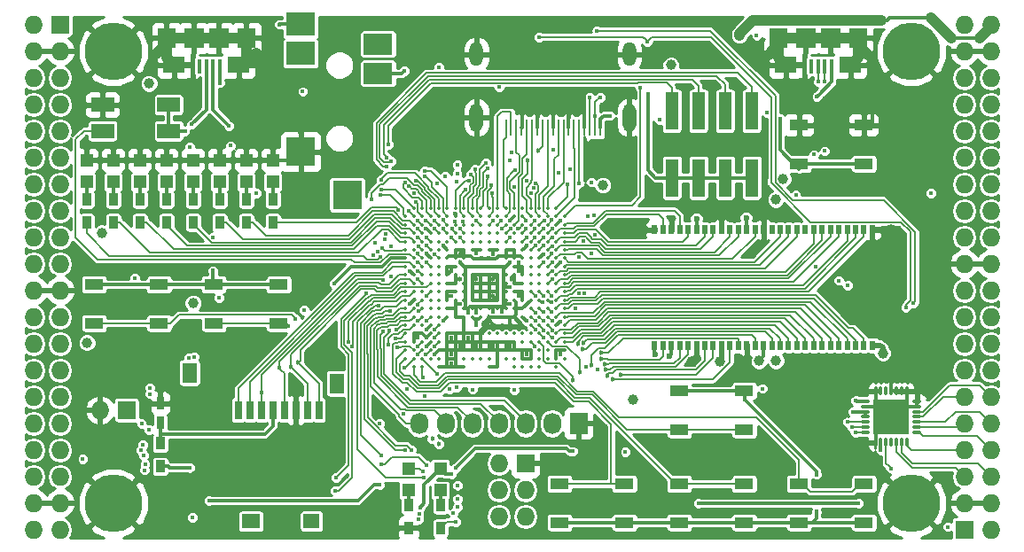
<source format=gtl>
G04 #@! TF.FileFunction,Copper,L1,Top,Signal*
%FSLAX46Y46*%
G04 Gerber Fmt 4.6, Leading zero omitted, Abs format (unit mm)*
G04 Created by KiCad (PCBNEW 4.0.7+dfsg1-1) date Fri Sep 29 00:39:49 2017*
%MOMM*%
%LPD*%
G01*
G04 APERTURE LIST*
%ADD10C,0.100000*%
%ADD11R,1.270000X3.600000*%
%ADD12R,0.700000X1.800000*%
%ADD13R,1.600000X1.400000*%
%ADD14R,1.800000X1.400000*%
%ADD15R,1.400000X1.900000*%
%ADD16R,1.800000X1.100000*%
%ADD17R,1.198880X1.198880*%
%ADD18R,0.560000X0.900000*%
%ADD19R,1.727200X1.727200*%
%ADD20O,1.727200X1.727200*%
%ADD21C,5.500000*%
%ADD22R,2.200000X1.400000*%
%ADD23R,0.900000X1.200000*%
%ADD24R,0.750000X1.200000*%
%ADD25R,2.100000X1.600000*%
%ADD26R,1.900000X1.900000*%
%ADD27R,0.400000X1.350000*%
%ADD28R,1.800000X1.900000*%
%ADD29O,0.850000X0.300000*%
%ADD30O,0.300000X0.850000*%
%ADD31R,1.675000X1.675000*%
%ADD32C,0.350000*%
%ADD33R,1.727200X2.032000*%
%ADD34O,1.727200X2.032000*%
%ADD35R,2.800000X2.200000*%
%ADD36R,2.800000X2.800000*%
%ADD37R,2.800000X2.000000*%
%ADD38O,1.300000X2.700000*%
%ADD39O,1.300000X2.300000*%
%ADD40R,0.250000X1.600000*%
%ADD41C,0.400000*%
%ADD42C,1.000000*%
%ADD43C,0.600000*%
%ADD44C,0.454000*%
%ADD45C,0.300000*%
%ADD46C,1.000000*%
%ADD47C,0.600000*%
%ADD48C,0.500000*%
%ADD49C,0.190000*%
%ADD50C,0.200000*%
%ADD51C,0.254000*%
G04 APERTURE END LIST*
D10*
D11*
X163950000Y-70920000D03*
X161410000Y-70920000D03*
X158870000Y-70920000D03*
X156330000Y-70920000D03*
X156330000Y-77320000D03*
X158870000Y-77320000D03*
X161410000Y-77320000D03*
X163950000Y-77320000D03*
D12*
X114930000Y-99520000D03*
X116030000Y-99520000D03*
X117130000Y-99520000D03*
X118230000Y-99520000D03*
X119330000Y-99520000D03*
X120430000Y-99520000D03*
X121530000Y-99520000D03*
X122630000Y-99520000D03*
D13*
X121920000Y-110120000D03*
D14*
X116120000Y-110120000D03*
D15*
X124320000Y-96970000D03*
X110270000Y-95970000D03*
D16*
X101160000Y-87510000D03*
X107360000Y-87510000D03*
X101160000Y-91210000D03*
X107360000Y-91210000D03*
X112590000Y-87510000D03*
X118790000Y-87510000D03*
X112590000Y-91210000D03*
X118790000Y-91210000D03*
X157040000Y-97670000D03*
X163240000Y-97670000D03*
X157040000Y-101370000D03*
X163240000Y-101370000D03*
X163240000Y-110260000D03*
X157040000Y-110260000D03*
X163240000Y-106560000D03*
X157040000Y-106560000D03*
X151810000Y-110260000D03*
X145610000Y-110260000D03*
X151810000Y-106560000D03*
X145610000Y-106560000D03*
X174670000Y-110260000D03*
X168470000Y-110260000D03*
X174670000Y-106560000D03*
X168470000Y-106560000D03*
D17*
X118230000Y-77709020D03*
X118230000Y-75610980D03*
X115690000Y-77709020D03*
X115690000Y-75610980D03*
X113150000Y-77709020D03*
X113150000Y-75610980D03*
X110610000Y-77709020D03*
X110610000Y-75610980D03*
X108070000Y-77709020D03*
X108070000Y-75610980D03*
X105530000Y-77709020D03*
X105530000Y-75610980D03*
X102990000Y-77709020D03*
X102990000Y-75610980D03*
X100450000Y-77709020D03*
X100450000Y-75610980D03*
D18*
X175480000Y-82270000D03*
X154680000Y-93330000D03*
X155480000Y-93330000D03*
X156280000Y-93330000D03*
X157080000Y-93330000D03*
X157880000Y-93330000D03*
X158680000Y-93330000D03*
X159480000Y-93330000D03*
X160280000Y-93330000D03*
X161080000Y-93330000D03*
X161880000Y-93330000D03*
X162680000Y-93330000D03*
X163480000Y-93330000D03*
X164280000Y-93330000D03*
X165080000Y-93330000D03*
X165880000Y-93330000D03*
X166680000Y-93330000D03*
X167480000Y-93330000D03*
X168280000Y-93330000D03*
X169080000Y-93330000D03*
X169880000Y-93330000D03*
X170680000Y-93330000D03*
X171480000Y-93330000D03*
X172280000Y-93330000D03*
X173080000Y-93330000D03*
X173880000Y-93330000D03*
X174680000Y-93330000D03*
X175480000Y-93330000D03*
X174680000Y-82270000D03*
X173880000Y-82270000D03*
X173080000Y-82270000D03*
X172280000Y-82270000D03*
X171480000Y-82270000D03*
X170680000Y-82270000D03*
X169880000Y-82270000D03*
X169080000Y-82270000D03*
X168280000Y-82270000D03*
X167480000Y-82270000D03*
X166680000Y-82270000D03*
X165880000Y-82270000D03*
X165080000Y-82270000D03*
X164280000Y-82270000D03*
X163480000Y-82270000D03*
X162680000Y-82270000D03*
X161880000Y-82270000D03*
X161080000Y-82270000D03*
X160280000Y-82270000D03*
X159480000Y-82270000D03*
X158680000Y-82270000D03*
X157880000Y-82270000D03*
X157080000Y-82270000D03*
X156280000Y-82270000D03*
X155480000Y-82270000D03*
X154680000Y-82270000D03*
D19*
X97910000Y-62690000D03*
D20*
X95370000Y-62690000D03*
X97910000Y-65230000D03*
X95370000Y-65230000D03*
X97910000Y-67770000D03*
X95370000Y-67770000D03*
X97910000Y-70310000D03*
X95370000Y-70310000D03*
X97910000Y-72850000D03*
X95370000Y-72850000D03*
X97910000Y-75390000D03*
X95370000Y-75390000D03*
X97910000Y-77930000D03*
X95370000Y-77930000D03*
X97910000Y-80470000D03*
X95370000Y-80470000D03*
X97910000Y-83010000D03*
X95370000Y-83010000D03*
X97910000Y-85550000D03*
X95370000Y-85550000D03*
X97910000Y-88090000D03*
X95370000Y-88090000D03*
X97910000Y-90630000D03*
X95370000Y-90630000D03*
X97910000Y-93170000D03*
X95370000Y-93170000D03*
X97910000Y-95710000D03*
X95370000Y-95710000D03*
X97910000Y-98250000D03*
X95370000Y-98250000D03*
X97910000Y-100790000D03*
X95370000Y-100790000D03*
X97910000Y-103330000D03*
X95370000Y-103330000D03*
X97910000Y-105870000D03*
X95370000Y-105870000D03*
X97910000Y-108410000D03*
X95370000Y-108410000D03*
X97910000Y-110950000D03*
X95370000Y-110950000D03*
D19*
X184270000Y-110950000D03*
D20*
X186810000Y-110950000D03*
X184270000Y-108410000D03*
X186810000Y-108410000D03*
X184270000Y-105870000D03*
X186810000Y-105870000D03*
X184270000Y-103330000D03*
X186810000Y-103330000D03*
X184270000Y-100790000D03*
X186810000Y-100790000D03*
X184270000Y-98250000D03*
X186810000Y-98250000D03*
X184270000Y-95710000D03*
X186810000Y-95710000D03*
X184270000Y-93170000D03*
X186810000Y-93170000D03*
X184270000Y-90630000D03*
X186810000Y-90630000D03*
X184270000Y-88090000D03*
X186810000Y-88090000D03*
X184270000Y-85550000D03*
X186810000Y-85550000D03*
X184270000Y-83010000D03*
X186810000Y-83010000D03*
X184270000Y-80470000D03*
X186810000Y-80470000D03*
X184270000Y-77930000D03*
X186810000Y-77930000D03*
X184270000Y-75390000D03*
X186810000Y-75390000D03*
X184270000Y-72850000D03*
X186810000Y-72850000D03*
X184270000Y-70310000D03*
X186810000Y-70310000D03*
X184270000Y-67770000D03*
X186810000Y-67770000D03*
X184270000Y-65230000D03*
X186810000Y-65230000D03*
X184270000Y-62690000D03*
X186810000Y-62690000D03*
D21*
X102990000Y-108410000D03*
X179190000Y-108410000D03*
X179190000Y-65230000D03*
X102990000Y-65230000D03*
D16*
X174670000Y-75970000D03*
X168470000Y-75970000D03*
X174670000Y-72270000D03*
X168470000Y-72270000D03*
D22*
X108274000Y-70330000D03*
X101974000Y-70330000D03*
X101974000Y-72830000D03*
X108274000Y-72830000D03*
D19*
X104260000Y-99520000D03*
D20*
X101720000Y-99520000D03*
D17*
X131184000Y-105074980D03*
X131184000Y-107173020D03*
X134232000Y-107173020D03*
X134232000Y-105074980D03*
D23*
X131184000Y-108580000D03*
X131184000Y-110780000D03*
X134232000Y-110780000D03*
X134232000Y-108580000D03*
D24*
X107480000Y-100750000D03*
X107480000Y-98850000D03*
D23*
X107480000Y-102700000D03*
X107480000Y-104900000D03*
D25*
X114980000Y-66510000D03*
X108780000Y-66510000D03*
D26*
X113080000Y-63960000D03*
X110680000Y-63960000D03*
D27*
X113180000Y-66635000D03*
X112530000Y-66635000D03*
X111880000Y-66635000D03*
X111230000Y-66635000D03*
X110580000Y-66635000D03*
D28*
X115680000Y-63960000D03*
X108080000Y-63960000D03*
D25*
X173400000Y-66510000D03*
X167200000Y-66510000D03*
D26*
X171500000Y-63960000D03*
X169100000Y-63960000D03*
D27*
X171600000Y-66635000D03*
X170950000Y-66635000D03*
X170300000Y-66635000D03*
X169650000Y-66635000D03*
X169000000Y-66635000D03*
D28*
X174100000Y-63960000D03*
X166500000Y-63960000D03*
D19*
X142360000Y-104600000D03*
D20*
X139820000Y-104600000D03*
X142360000Y-107140000D03*
X139820000Y-107140000D03*
X142360000Y-109680000D03*
X139820000Y-109680000D03*
D23*
X118230000Y-81570000D03*
X118230000Y-79370000D03*
X115690000Y-81570000D03*
X115690000Y-79370000D03*
X113150000Y-81570000D03*
X113150000Y-79370000D03*
X110610000Y-81570000D03*
X110610000Y-79370000D03*
X108070000Y-81570000D03*
X108070000Y-79370000D03*
X105530000Y-81570000D03*
X105530000Y-79370000D03*
X102990000Y-81570000D03*
X102990000Y-79370000D03*
X100450000Y-81570000D03*
X100450000Y-79370000D03*
D29*
X179735000Y-101655000D03*
X179735000Y-101155000D03*
X179735000Y-100655000D03*
X179735000Y-100155000D03*
X179735000Y-99655000D03*
X179735000Y-99155000D03*
X179735000Y-98655000D03*
D30*
X178785000Y-97705000D03*
X178285000Y-97705000D03*
X177785000Y-97705000D03*
X177285000Y-97705000D03*
X176785000Y-97705000D03*
X176285000Y-97705000D03*
X175785000Y-97705000D03*
D29*
X174835000Y-98655000D03*
X174835000Y-99155000D03*
X174835000Y-99655000D03*
X174835000Y-100155000D03*
X174835000Y-100655000D03*
X174835000Y-101155000D03*
X174835000Y-101655000D03*
D30*
X175785000Y-102605000D03*
X176285000Y-102605000D03*
X176785000Y-102605000D03*
X177285000Y-102605000D03*
X177785000Y-102605000D03*
X178285000Y-102605000D03*
X178785000Y-102605000D03*
D31*
X176447500Y-99317500D03*
X176447500Y-100992500D03*
X178122500Y-99317500D03*
X178122500Y-100992500D03*
D32*
X131680000Y-80200000D03*
X132480000Y-80200000D03*
X133280000Y-80200000D03*
X134080000Y-80200000D03*
X134880000Y-80200000D03*
X135680000Y-80200000D03*
X136480000Y-80200000D03*
X137280000Y-80200000D03*
X138080000Y-80200000D03*
X138880000Y-80200000D03*
X139680000Y-80200000D03*
X140480000Y-80200000D03*
X141280000Y-80200000D03*
X142080000Y-80200000D03*
X142880000Y-80200000D03*
X143680000Y-80200000D03*
X144480000Y-80200000D03*
X145280000Y-80200000D03*
X130880000Y-81000000D03*
X131680000Y-81000000D03*
X132480000Y-81000000D03*
X133280000Y-81000000D03*
X134080000Y-81000000D03*
X134880000Y-81000000D03*
X135680000Y-81000000D03*
X136480000Y-81000000D03*
X137280000Y-81000000D03*
X138080000Y-81000000D03*
X138880000Y-81000000D03*
X139680000Y-81000000D03*
X140480000Y-81000000D03*
X141280000Y-81000000D03*
X142080000Y-81000000D03*
X142880000Y-81000000D03*
X143680000Y-81000000D03*
X144480000Y-81000000D03*
X145280000Y-81000000D03*
X146080000Y-81000000D03*
X130880000Y-81800000D03*
X131680000Y-81800000D03*
X132480000Y-81800000D03*
X133280000Y-81800000D03*
X134080000Y-81800000D03*
X134880000Y-81800000D03*
X135680000Y-81800000D03*
X136480000Y-81800000D03*
X137280000Y-81800000D03*
X138080000Y-81800000D03*
X138880000Y-81800000D03*
X139680000Y-81800000D03*
X140480000Y-81800000D03*
X141280000Y-81800000D03*
X142080000Y-81800000D03*
X142880000Y-81800000D03*
X143680000Y-81800000D03*
X144480000Y-81800000D03*
X145280000Y-81800000D03*
X146080000Y-81800000D03*
X130880000Y-82600000D03*
X131680000Y-82600000D03*
X132480000Y-82600000D03*
X133280000Y-82600000D03*
X134080000Y-82600000D03*
X134880000Y-82600000D03*
X135680000Y-82600000D03*
X136480000Y-82600000D03*
X137280000Y-82600000D03*
X138080000Y-82600000D03*
X138880000Y-82600000D03*
X139680000Y-82600000D03*
X140480000Y-82600000D03*
X141280000Y-82600000D03*
X142080000Y-82600000D03*
X142880000Y-82600000D03*
X143680000Y-82600000D03*
X144480000Y-82600000D03*
X145280000Y-82600000D03*
X146080000Y-82600000D03*
X130880000Y-83400000D03*
X131680000Y-83400000D03*
X132480000Y-83400000D03*
X133280000Y-83400000D03*
X134080000Y-83400000D03*
X134880000Y-83400000D03*
X135680000Y-83400000D03*
X136480000Y-83400000D03*
X137280000Y-83400000D03*
X138080000Y-83400000D03*
X138880000Y-83400000D03*
X139680000Y-83400000D03*
X140480000Y-83400000D03*
X141280000Y-83400000D03*
X142080000Y-83400000D03*
X142880000Y-83400000D03*
X143680000Y-83400000D03*
X144480000Y-83400000D03*
X145280000Y-83400000D03*
X146080000Y-83400000D03*
X130880000Y-84200000D03*
X131680000Y-84200000D03*
X132480000Y-84200000D03*
X133280000Y-84200000D03*
X134080000Y-84200000D03*
X134880000Y-84200000D03*
X135680000Y-84200000D03*
X136480000Y-84200000D03*
X137280000Y-84200000D03*
X138080000Y-84200000D03*
X138880000Y-84200000D03*
X139680000Y-84200000D03*
X140480000Y-84200000D03*
X141280000Y-84200000D03*
X142080000Y-84200000D03*
X142880000Y-84200000D03*
X143680000Y-84200000D03*
X144480000Y-84200000D03*
X145280000Y-84200000D03*
X146080000Y-84200000D03*
X130880000Y-85000000D03*
X131680000Y-85000000D03*
X132480000Y-85000000D03*
X133280000Y-85000000D03*
X134080000Y-85000000D03*
X134880000Y-85000000D03*
X135680000Y-85000000D03*
X136480000Y-85000000D03*
X137280000Y-85000000D03*
X138080000Y-85000000D03*
X138880000Y-85000000D03*
X139680000Y-85000000D03*
X140480000Y-85000000D03*
X141280000Y-85000000D03*
X142080000Y-85000000D03*
X142880000Y-85000000D03*
X143680000Y-85000000D03*
X144480000Y-85000000D03*
X145280000Y-85000000D03*
X146080000Y-85000000D03*
X130880000Y-85800000D03*
X131680000Y-85800000D03*
X132480000Y-85800000D03*
X133280000Y-85800000D03*
X134080000Y-85800000D03*
X134880000Y-85800000D03*
X135680000Y-85800000D03*
X136480000Y-85800000D03*
X137280000Y-85800000D03*
X138080000Y-85800000D03*
X138880000Y-85800000D03*
X139680000Y-85800000D03*
X140480000Y-85800000D03*
X141280000Y-85800000D03*
X142080000Y-85800000D03*
X142880000Y-85800000D03*
X143680000Y-85800000D03*
X144480000Y-85800000D03*
X145280000Y-85800000D03*
X146080000Y-85800000D03*
X130880000Y-86600000D03*
X131680000Y-86600000D03*
X132480000Y-86600000D03*
X133280000Y-86600000D03*
X134080000Y-86600000D03*
X134880000Y-86600000D03*
X135680000Y-86600000D03*
X136480000Y-86600000D03*
X137280000Y-86600000D03*
X138080000Y-86600000D03*
X138880000Y-86600000D03*
X139680000Y-86600000D03*
X140480000Y-86600000D03*
X141280000Y-86600000D03*
X142080000Y-86600000D03*
X142880000Y-86600000D03*
X143680000Y-86600000D03*
X144480000Y-86600000D03*
X145280000Y-86600000D03*
X146080000Y-86600000D03*
X130880000Y-87400000D03*
X131680000Y-87400000D03*
X132480000Y-87400000D03*
X133280000Y-87400000D03*
X134080000Y-87400000D03*
X134880000Y-87400000D03*
X135680000Y-87400000D03*
X136480000Y-87400000D03*
X137280000Y-87400000D03*
X138080000Y-87400000D03*
X138880000Y-87400000D03*
X139680000Y-87400000D03*
X140480000Y-87400000D03*
X141280000Y-87400000D03*
X142080000Y-87400000D03*
X142880000Y-87400000D03*
X143680000Y-87400000D03*
X144480000Y-87400000D03*
X145280000Y-87400000D03*
X146080000Y-87400000D03*
X130880000Y-88200000D03*
X131680000Y-88200000D03*
X132480000Y-88200000D03*
X133280000Y-88200000D03*
X134080000Y-88200000D03*
X134880000Y-88200000D03*
X135680000Y-88200000D03*
X136480000Y-88200000D03*
X137280000Y-88200000D03*
X138080000Y-88200000D03*
X138880000Y-88200000D03*
X139680000Y-88200000D03*
X140480000Y-88200000D03*
X141280000Y-88200000D03*
X142080000Y-88200000D03*
X142880000Y-88200000D03*
X143680000Y-88200000D03*
X144480000Y-88200000D03*
X145280000Y-88200000D03*
X146080000Y-88200000D03*
X130880000Y-89000000D03*
X131680000Y-89000000D03*
X132480000Y-89000000D03*
X133280000Y-89000000D03*
X134080000Y-89000000D03*
X134880000Y-89000000D03*
X135680000Y-89000000D03*
X136480000Y-89000000D03*
X137280000Y-89000000D03*
X138080000Y-89000000D03*
X138880000Y-89000000D03*
X139680000Y-89000000D03*
X140480000Y-89000000D03*
X141280000Y-89000000D03*
X142080000Y-89000000D03*
X142880000Y-89000000D03*
X143680000Y-89000000D03*
X144480000Y-89000000D03*
X145280000Y-89000000D03*
X146080000Y-89000000D03*
X130880000Y-89800000D03*
X131680000Y-89800000D03*
X132480000Y-89800000D03*
X133280000Y-89800000D03*
X134080000Y-89800000D03*
X134880000Y-89800000D03*
X135680000Y-89800000D03*
X136480000Y-89800000D03*
X137280000Y-89800000D03*
X138080000Y-89800000D03*
X138880000Y-89800000D03*
X139680000Y-89800000D03*
X140480000Y-89800000D03*
X141280000Y-89800000D03*
X142080000Y-89800000D03*
X142880000Y-89800000D03*
X143680000Y-89800000D03*
X144480000Y-89800000D03*
X145280000Y-89800000D03*
X146080000Y-89800000D03*
X130880000Y-90600000D03*
X131680000Y-90600000D03*
X132480000Y-90600000D03*
X133280000Y-90600000D03*
X134080000Y-90600000D03*
X134880000Y-90600000D03*
X135680000Y-90600000D03*
X136480000Y-90600000D03*
X137280000Y-90600000D03*
X138080000Y-90600000D03*
X138880000Y-90600000D03*
X139680000Y-90600000D03*
X140480000Y-90600000D03*
X141280000Y-90600000D03*
X142080000Y-90600000D03*
X142880000Y-90600000D03*
X143680000Y-90600000D03*
X144480000Y-90600000D03*
X145280000Y-90600000D03*
X146080000Y-90600000D03*
X130880000Y-91400000D03*
X131680000Y-91400000D03*
X132480000Y-91400000D03*
X133280000Y-91400000D03*
X134080000Y-91400000D03*
X142880000Y-91400000D03*
X143680000Y-91400000D03*
X144480000Y-91400000D03*
X145280000Y-91400000D03*
X146080000Y-91400000D03*
X130880000Y-92200000D03*
X131680000Y-92200000D03*
X132480000Y-92200000D03*
X133280000Y-92200000D03*
X134080000Y-92200000D03*
X134880000Y-92200000D03*
X135680000Y-92200000D03*
X136480000Y-92200000D03*
X137280000Y-92200000D03*
X138080000Y-92200000D03*
X138880000Y-92200000D03*
X139680000Y-92200000D03*
X140480000Y-92200000D03*
X141280000Y-92200000D03*
X142080000Y-92200000D03*
X142880000Y-92200000D03*
X143680000Y-92200000D03*
X144480000Y-92200000D03*
X145280000Y-92200000D03*
X146080000Y-92200000D03*
X130880000Y-93000000D03*
X131680000Y-93000000D03*
X132480000Y-93000000D03*
X133280000Y-93000000D03*
X134080000Y-93000000D03*
X134880000Y-93000000D03*
X135680000Y-93000000D03*
X136480000Y-93000000D03*
X137280000Y-93000000D03*
X138080000Y-93000000D03*
X138880000Y-93000000D03*
X139680000Y-93000000D03*
X140480000Y-93000000D03*
X141280000Y-93000000D03*
X142080000Y-93000000D03*
X142880000Y-93000000D03*
X143680000Y-93000000D03*
X144480000Y-93000000D03*
X145280000Y-93000000D03*
X146080000Y-93000000D03*
X130880000Y-93800000D03*
X131680000Y-93800000D03*
X132480000Y-93800000D03*
X133280000Y-93800000D03*
X134080000Y-93800000D03*
X134880000Y-93800000D03*
X135680000Y-93800000D03*
X136480000Y-93800000D03*
X137280000Y-93800000D03*
X138080000Y-93800000D03*
X138880000Y-93800000D03*
X139680000Y-93800000D03*
X140480000Y-93800000D03*
X141280000Y-93800000D03*
X142080000Y-93800000D03*
X142880000Y-93800000D03*
X143680000Y-93800000D03*
X144480000Y-93800000D03*
X145280000Y-93800000D03*
X146080000Y-93800000D03*
X130880000Y-94600000D03*
X131680000Y-94600000D03*
X132480000Y-94600000D03*
X133280000Y-94600000D03*
X134080000Y-94600000D03*
X134880000Y-94600000D03*
X135680000Y-94600000D03*
X136480000Y-94600000D03*
X137280000Y-94600000D03*
X138080000Y-94600000D03*
X138880000Y-94600000D03*
X139680000Y-94600000D03*
X140480000Y-94600000D03*
X141280000Y-94600000D03*
X142080000Y-94600000D03*
X142880000Y-94600000D03*
X143680000Y-94600000D03*
X144480000Y-94600000D03*
X145280000Y-94600000D03*
X146080000Y-94600000D03*
X131680000Y-95400000D03*
X132480000Y-95400000D03*
X134080000Y-95400000D03*
X134880000Y-95400000D03*
X135680000Y-95400000D03*
X136480000Y-95400000D03*
X138880000Y-95400000D03*
X139680000Y-95400000D03*
X141280000Y-95400000D03*
X142080000Y-95400000D03*
X142880000Y-95400000D03*
X143680000Y-95400000D03*
X145280000Y-95400000D03*
D33*
X147440000Y-100790000D03*
D34*
X144900000Y-100790000D03*
X142360000Y-100790000D03*
X139820000Y-100790000D03*
X137280000Y-100790000D03*
X134740000Y-100790000D03*
X132200000Y-100790000D03*
D35*
X120880000Y-62640000D03*
X120880000Y-65440000D03*
D36*
X120880000Y-74840000D03*
X125330000Y-78940000D03*
D37*
X128280000Y-67340000D03*
X128280000Y-64540000D03*
D38*
X152280000Y-71550000D03*
X137680000Y-71550000D03*
D39*
X137680000Y-65500000D03*
D40*
X140480000Y-72500000D03*
X140980000Y-72500000D03*
X141480000Y-72500000D03*
X141980000Y-72500000D03*
X142480000Y-72500000D03*
X142980000Y-72500000D03*
X143480000Y-72500000D03*
X143980000Y-72500000D03*
X144480000Y-72500000D03*
X144980000Y-72500000D03*
X145480000Y-72500000D03*
X145980000Y-72500000D03*
X146480000Y-72500000D03*
X146980000Y-72500000D03*
X147480000Y-72500000D03*
X147980000Y-72500000D03*
X148480000Y-72500000D03*
X148980000Y-72500000D03*
X149480000Y-72500000D03*
D39*
X152280000Y-65500000D03*
D41*
X175495631Y-71457432D03*
D42*
X116676077Y-65372157D03*
D41*
X139575609Y-69792857D03*
X146468970Y-70993942D03*
X144978424Y-71024054D03*
X143480350Y-71016526D03*
X142000564Y-71008511D03*
X113273209Y-99681387D03*
D42*
X165541128Y-65538825D03*
X175041608Y-65589748D03*
X107072473Y-65519920D03*
D41*
X147987361Y-71377791D03*
X144102010Y-84600000D03*
X132880424Y-84561218D03*
X135567436Y-80702302D03*
X132810347Y-82177990D03*
X145713035Y-91022010D03*
X145680000Y-94177990D03*
X177285000Y-95710000D03*
D42*
X177229911Y-82281349D03*
D41*
X170046000Y-85804000D03*
D43*
X164741832Y-81130572D03*
D41*
X120770000Y-72215000D03*
X133216000Y-109934000D03*
D43*
X161067993Y-81216119D03*
D42*
X158233687Y-94852616D03*
X162992748Y-94820185D03*
D43*
X156280000Y-81210838D03*
D41*
X131254529Y-86251357D03*
X140880000Y-81400000D03*
X136085174Y-89394826D03*
X145680000Y-81400000D03*
X120430000Y-97050000D03*
X150080000Y-81600000D03*
X131280000Y-89400000D03*
X133690245Y-94180159D03*
D44*
X139312644Y-91359700D03*
D41*
X140874194Y-91433353D03*
X145680000Y-85422010D03*
X135280000Y-95000000D03*
X135280000Y-94200000D03*
X142480000Y-94200000D03*
X140880000Y-93400000D03*
X139280000Y-93400000D03*
X137680000Y-93400000D03*
X136080000Y-93400000D03*
X136880000Y-92600000D03*
X135280000Y-92600000D03*
X132880000Y-91800000D03*
X132880000Y-93400000D03*
D44*
X141042859Y-86994997D03*
X139280000Y-87000000D03*
X136110990Y-86995403D03*
X139280000Y-88600000D03*
X137680000Y-87000000D03*
X136080000Y-84600000D03*
D42*
X156235582Y-66548363D03*
X166942988Y-77424336D03*
X101932065Y-82585048D03*
X106417803Y-68312483D03*
X166280000Y-94800000D03*
D41*
X112134000Y-108156000D03*
X128390000Y-106632000D03*
X150457224Y-71377791D03*
X172289562Y-87124051D03*
D42*
X166251010Y-79388894D03*
X162787481Y-63718486D03*
D41*
X164961419Y-97453112D03*
X164433885Y-63737451D03*
X139820000Y-68665673D03*
X148639876Y-77729346D03*
D42*
X149751640Y-78029346D03*
D41*
X134079160Y-66786153D03*
X109828000Y-72830000D03*
X116654336Y-78777990D03*
X173620534Y-99657935D03*
X173902378Y-98625522D03*
X176285000Y-103330000D03*
D42*
X176474303Y-94069095D03*
D41*
X173094000Y-87582000D03*
D42*
X100479904Y-93063904D03*
D43*
X163422030Y-81120665D03*
X154726292Y-94171363D03*
X156077107Y-94380779D03*
D42*
X160908408Y-94850523D03*
D43*
X158680000Y-81210838D03*
D41*
X112515000Y-83010000D03*
X181065000Y-78785000D03*
X128441330Y-100795881D03*
X110529662Y-109760338D03*
X110280000Y-105000000D03*
X100080000Y-104200000D03*
X113080000Y-88800000D03*
D42*
X164653770Y-94825547D03*
D41*
X137665894Y-91402446D03*
X135273306Y-88618602D03*
X139272517Y-84611349D03*
X137680556Y-84534085D03*
X141680000Y-86200000D03*
X135280000Y-86200000D03*
X132880000Y-92600000D03*
X132080000Y-92600000D03*
X141680000Y-88600000D03*
X141680000Y-85400000D03*
D42*
X152621047Y-98519969D03*
D41*
X136885174Y-90194826D03*
X140094890Y-90122990D03*
X139280000Y-90122990D03*
X140880000Y-89400000D03*
X137680000Y-90172990D03*
X140880000Y-87800000D03*
X140880000Y-85400000D03*
D44*
X136080000Y-85400000D03*
D41*
X120375151Y-90779445D03*
X130022933Y-91834237D03*
X119684872Y-91469724D03*
X129902064Y-92678248D03*
D42*
X110617371Y-89287199D03*
D41*
X142480000Y-91000000D03*
X142480000Y-83800000D03*
X134480000Y-83800000D03*
X134480000Y-91000000D03*
X105037711Y-86909456D03*
X155149360Y-71764535D03*
X121086654Y-69078528D03*
X170182962Y-69571012D03*
X174110000Y-108410000D03*
X158870000Y-108410000D03*
X135884156Y-106696010D03*
X137288700Y-97538741D03*
X133680000Y-91800000D03*
D44*
X134074414Y-102752225D03*
D41*
X135085458Y-97531790D03*
X135855186Y-108022639D03*
D44*
X133449289Y-102232615D03*
D41*
X133680000Y-92600000D03*
X132752670Y-98178920D03*
X128610113Y-104714568D03*
X132918584Y-104800000D03*
X135853254Y-108792386D03*
X133685668Y-93402482D03*
X130714529Y-99901000D03*
X131039363Y-97487286D03*
X135471949Y-109365878D03*
X132846234Y-94197073D03*
X118858690Y-62658970D03*
X130761990Y-67119621D03*
X148477832Y-69619684D03*
X149475951Y-69619684D03*
X148991194Y-71377791D03*
X153984196Y-64280063D03*
X153322343Y-68673419D03*
X143650666Y-63862520D03*
X178665908Y-89713903D03*
X149183754Y-63257114D03*
X179375977Y-89317806D03*
X140035989Y-81400000D03*
X128776655Y-87110882D03*
X132077895Y-86272150D03*
X117121665Y-97817265D03*
X118843798Y-95498222D03*
D44*
X119978162Y-95412951D03*
X120634035Y-94977604D03*
D41*
X113212238Y-68244401D03*
X166658010Y-71673557D03*
X146387166Y-77939336D03*
X147480000Y-77822010D03*
X131453853Y-103296209D03*
X144891634Y-91008466D03*
D44*
X148653935Y-95249010D03*
X149565978Y-94054788D03*
D41*
X144867244Y-90164455D03*
D44*
X150720500Y-96575802D03*
D41*
X144890381Y-83866022D03*
D44*
X151448039Y-96116317D03*
D41*
X144894101Y-83022010D03*
D44*
X150149219Y-96229829D03*
D41*
X144901285Y-86268736D03*
D44*
X150033441Y-95660469D03*
D41*
X144888562Y-86993817D03*
D44*
X149952517Y-95085120D03*
D41*
X144877648Y-88622010D03*
D44*
X149584522Y-94635504D03*
D41*
X144810610Y-89177990D03*
X144895773Y-91874444D03*
D44*
X147777713Y-93691005D03*
X147356233Y-93219138D03*
D41*
X144102010Y-92600000D03*
D44*
X147915304Y-93060979D03*
D41*
X144882352Y-92577990D03*
X130807074Y-95454141D03*
X130141304Y-93529144D03*
X132080000Y-93400000D03*
X129254670Y-93244631D03*
X133919980Y-96038729D03*
X141280000Y-97600000D03*
X132572818Y-96383863D03*
X135770000Y-97338127D03*
X132080000Y-94200000D03*
X128669601Y-84020243D03*
X105906712Y-103816552D03*
X129459184Y-90039192D03*
X132080000Y-89444020D03*
X130839486Y-103354982D03*
X128602801Y-103872537D03*
X128321313Y-89539949D03*
X132656192Y-105976192D03*
X132880000Y-88600000D03*
X127145130Y-88379076D03*
X124253981Y-105982535D03*
X132080000Y-87000000D03*
X125827283Y-93452662D03*
X124202418Y-107207639D03*
D44*
X142530990Y-75662841D03*
X143525587Y-74749772D03*
D41*
X110313517Y-74380698D03*
X132146108Y-109940263D03*
X114166000Y-74247000D03*
X132189000Y-109415000D03*
X135567436Y-81489225D03*
X135767546Y-77648547D03*
X134702010Y-77200000D03*
X134471354Y-81347908D03*
X132761172Y-77202673D03*
X132737245Y-76676207D03*
X128545566Y-77476577D03*
X127643658Y-79355564D03*
X110718734Y-94451783D03*
X128515897Y-78994176D03*
X110193102Y-94489889D03*
X128569727Y-78469921D03*
X106480000Y-97386401D03*
X131230910Y-78113843D03*
X106480000Y-97968443D03*
X131709326Y-78745875D03*
X132783332Y-81399993D03*
X129016746Y-82660638D03*
X105679715Y-100783924D03*
X132084821Y-83022010D03*
X128948848Y-83183258D03*
X106401171Y-101377901D03*
X132886504Y-83777990D03*
X129513931Y-83860979D03*
X105803161Y-102850427D03*
X132117443Y-83866021D03*
X127966259Y-83527946D03*
X105651866Y-103355255D03*
X132079996Y-84503337D03*
X128256283Y-84387285D03*
X106023598Y-104697574D03*
X133671942Y-84595200D03*
X127824162Y-84688968D03*
X105973679Y-105248709D03*
X132875802Y-85428138D03*
D44*
X146862501Y-96617499D03*
X147534467Y-95913260D03*
D41*
X148102806Y-95339021D03*
X143280000Y-91000000D03*
X149207706Y-95605291D03*
X144082424Y-90132858D03*
X143989948Y-89177990D03*
X147125926Y-89802879D03*
X143281824Y-90201951D03*
X144102010Y-85397219D03*
X147422472Y-84858593D03*
X144886544Y-85385186D03*
X144102010Y-83000000D03*
X148975652Y-82755341D03*
X144885092Y-82177990D03*
X147470668Y-88324835D03*
X144082832Y-88584510D03*
X147997681Y-88324844D03*
X143278026Y-88595030D03*
X144102010Y-82185600D03*
X148935852Y-80899014D03*
X148337768Y-80975785D03*
X144866392Y-81333979D03*
X139280000Y-81400000D03*
X139145358Y-78809170D03*
X139040624Y-78036724D03*
X138723613Y-77165705D03*
X138593844Y-75910161D03*
X138716105Y-76425854D03*
X137680000Y-81400000D03*
X137538026Y-76510532D03*
X137116016Y-76974740D03*
X136928568Y-77562978D03*
X136634118Y-78451672D03*
X135830689Y-76094515D03*
X136411444Y-81497309D03*
X148668800Y-84550385D03*
X144877691Y-84532933D03*
X144102010Y-83800000D03*
X147894174Y-83335809D03*
X142851623Y-78759750D03*
X142473549Y-82998913D03*
X143105106Y-78295223D03*
X142396423Y-82191394D03*
X145494012Y-76834828D03*
X144146021Y-81374784D03*
X143331797Y-77819457D03*
X146627648Y-76461302D03*
X143257990Y-82207154D03*
X143257990Y-81379632D03*
X145017056Y-74655847D03*
X141318978Y-78199263D03*
X141657990Y-82130345D03*
X142413979Y-81382236D03*
X140080000Y-82200000D03*
X141342967Y-76554996D03*
X141046643Y-74873804D03*
X140864029Y-83041403D03*
X140890207Y-75681941D03*
X140924011Y-82179283D03*
X129542604Y-86703515D03*
X132880000Y-83022010D03*
X132080000Y-82177990D03*
X132080000Y-81400000D03*
X131847310Y-79589886D03*
X130856828Y-77742623D03*
X131923295Y-77584853D03*
X133654358Y-82177990D03*
X133627343Y-81396408D03*
X129336756Y-91938993D03*
X132880000Y-91000000D03*
X128765088Y-92004296D03*
X132077648Y-90977990D03*
X130196821Y-80377733D03*
X131180000Y-80500000D03*
X128489708Y-84867377D03*
X132079620Y-85428138D03*
X165432990Y-71070016D03*
X134501414Y-82177578D03*
X133922194Y-77854836D03*
X135680000Y-110200000D03*
X146844288Y-103452739D03*
X132540000Y-105400000D03*
X135680000Y-105037990D03*
X132280000Y-108800000D03*
X135248000Y-105616000D03*
X112515000Y-86185000D03*
X163277422Y-98501717D03*
X170126036Y-109212466D03*
X170157734Y-105666345D03*
X169895346Y-75092988D03*
X143257990Y-83000000D03*
X168166438Y-78955336D03*
X151896383Y-103510715D03*
X114039000Y-72342000D03*
X110483000Y-72215000D03*
X177274002Y-105079115D03*
X143258015Y-93423150D03*
X173867913Y-101655141D03*
X143280000Y-91800000D03*
X144064831Y-91877646D03*
X173497957Y-101157615D03*
X173102681Y-100658357D03*
X144080000Y-91000000D03*
X154044000Y-69294000D03*
X129061632Y-76229575D03*
X135280000Y-83022010D03*
X129493343Y-75737814D03*
X136080000Y-83000000D03*
X129122249Y-75363607D03*
X135345425Y-82176814D03*
X129252218Y-74142461D03*
X135830698Y-76905381D03*
X136080000Y-82200000D03*
X170943165Y-74761464D03*
X143280000Y-83800000D03*
X142480000Y-77600000D03*
X170300000Y-68151000D03*
X170950000Y-68125562D03*
X125480000Y-93000000D03*
X121211999Y-89942596D03*
X132156079Y-90030946D03*
X182654362Y-110665838D03*
X124080000Y-87400000D03*
X124080000Y-87400000D03*
D45*
X175495631Y-71740274D02*
X175495631Y-71457432D01*
X175495631Y-72230631D02*
X175495631Y-71740274D01*
X175535000Y-72270000D02*
X175495631Y-72230631D01*
D46*
X116176078Y-65872156D02*
X116676077Y-65372157D01*
X115894988Y-66124988D02*
X115923246Y-66124988D01*
X115680000Y-65910000D02*
X115894988Y-66124988D01*
X115923246Y-66124988D02*
X116176078Y-65872156D01*
X115680000Y-63960000D02*
X115680000Y-65910000D01*
D45*
X141880000Y-69200000D02*
X140785205Y-69200000D01*
X140785205Y-69200000D02*
X140192348Y-69792857D01*
X140192348Y-69792857D02*
X139858451Y-69792857D01*
X139858451Y-69792857D02*
X139575609Y-69792857D01*
X143480000Y-72500000D02*
X143480000Y-71016876D01*
X143480000Y-71016876D02*
X143480350Y-71016526D01*
X144980000Y-72500000D02*
X144980000Y-71025630D01*
X144980000Y-71025630D02*
X144978424Y-71024054D01*
X146480000Y-72500000D02*
X146480000Y-71004972D01*
X146480000Y-71004972D02*
X146468970Y-70993942D01*
X147980000Y-72500000D02*
X147980000Y-71385152D01*
X147980000Y-71385152D02*
X147987361Y-71377791D01*
X146468970Y-70711100D02*
X146468970Y-70993942D01*
X146468970Y-69211030D02*
X146468970Y-70711100D01*
X146480000Y-69200000D02*
X146468970Y-69211030D01*
X144978424Y-70741212D02*
X144978424Y-71024054D01*
X144978424Y-69201576D02*
X144978424Y-70741212D01*
X144980000Y-69200000D02*
X144978424Y-69201576D01*
X143480350Y-70733684D02*
X143480350Y-71016526D01*
X143480350Y-69200350D02*
X143480350Y-70733684D01*
X143480000Y-69200000D02*
X143480350Y-69200350D01*
X142000564Y-71008511D02*
X142000564Y-72479436D01*
X142000564Y-72479436D02*
X141980000Y-72500000D01*
X142000564Y-70725669D02*
X142000564Y-71008511D01*
X142000564Y-69320564D02*
X142000564Y-70725669D01*
X141880000Y-69200000D02*
X142000564Y-69320564D01*
X146480000Y-69200000D02*
X147780000Y-69200000D01*
X147780000Y-69200000D02*
X147940542Y-69360542D01*
X147987361Y-71094949D02*
X147987361Y-71377791D01*
X147940542Y-71048130D02*
X147987361Y-71094949D01*
X147940542Y-69360542D02*
X147940542Y-71048130D01*
X112441822Y-98850000D02*
X113073210Y-99481388D01*
X107480000Y-98850000D02*
X112441822Y-98850000D01*
X113073210Y-99481388D02*
X113273209Y-99681387D01*
D46*
X166500000Y-64579953D02*
X166041127Y-65038826D01*
X166041127Y-65038826D02*
X165541128Y-65538825D01*
X166500000Y-63960000D02*
X166500000Y-64579953D01*
X174541609Y-65089749D02*
X175041608Y-65589748D01*
X174100000Y-64648140D02*
X174541609Y-65089749D01*
X174100000Y-63960000D02*
X174100000Y-64648140D01*
X107572472Y-65019921D02*
X107072473Y-65519920D01*
X108080000Y-64512393D02*
X107572472Y-65019921D01*
X108080000Y-63960000D02*
X108080000Y-64512393D01*
D47*
X108780000Y-66510000D02*
X110455000Y-66510000D01*
D45*
X110455000Y-66510000D02*
X110580000Y-66635000D01*
D46*
X108080000Y-63960000D02*
X108080000Y-65810000D01*
X108080000Y-65810000D02*
X108780000Y-66510000D01*
X115680000Y-63960000D02*
X115680000Y-65810000D01*
D45*
X115680000Y-65810000D02*
X114980000Y-66510000D01*
D46*
X113080000Y-63960000D02*
X115680000Y-63960000D01*
X110680000Y-63960000D02*
X113080000Y-63960000D01*
X108080000Y-63960000D02*
X110680000Y-63960000D01*
D47*
X167200000Y-66510000D02*
X168875000Y-66510000D01*
D45*
X168875000Y-66510000D02*
X169000000Y-66635000D01*
D46*
X174100000Y-63960000D02*
X174100000Y-65810000D01*
X174100000Y-65810000D02*
X173400000Y-66510000D01*
X166500000Y-63960000D02*
X166500000Y-65810000D01*
X166500000Y-65810000D02*
X167200000Y-66510000D01*
X171500000Y-63960000D02*
X174100000Y-63960000D01*
X169100000Y-63960000D02*
X171500000Y-63960000D01*
X166500000Y-63960000D02*
X169100000Y-63960000D01*
D45*
X143680000Y-85000000D02*
X144080000Y-84600000D01*
X144080000Y-84600000D02*
X144102010Y-84600000D01*
X132880424Y-84600424D02*
X132880424Y-84561218D01*
X133280000Y-85000000D02*
X132880424Y-84600424D01*
X135680000Y-80752513D02*
X135629789Y-80702302D01*
X135629789Y-80702302D02*
X135567436Y-80702302D01*
X135680000Y-81000000D02*
X135680000Y-80752513D01*
X132857990Y-82177990D02*
X132810347Y-82177990D01*
X133280000Y-82600000D02*
X132857990Y-82177990D01*
X145657990Y-91022010D02*
X145713035Y-91022010D01*
X145280000Y-91400000D02*
X145657990Y-91022010D01*
X145680000Y-93800000D02*
X145680000Y-94177990D01*
X178785000Y-97705000D02*
X178785000Y-98655000D01*
X178785000Y-98655000D02*
X178122500Y-99317500D01*
X176285000Y-97705000D02*
X175785000Y-97705000D01*
X175785000Y-102605000D02*
X175785000Y-101655000D01*
X175785000Y-101655000D02*
X176447500Y-100992500D01*
X178122500Y-99317500D02*
X178122500Y-100992500D01*
X176447500Y-99317500D02*
X178122500Y-99317500D01*
X176447500Y-100992500D02*
X178122500Y-100992500D01*
X177285000Y-97705000D02*
X177285000Y-95710000D01*
X178122500Y-99317500D02*
X178285000Y-99155000D01*
X178285000Y-99155000D02*
X179735000Y-99155000D01*
X179735000Y-98655000D02*
X179735000Y-99155000D01*
X177785000Y-97705000D02*
X177920000Y-97705000D01*
X177920000Y-97705000D02*
X178285000Y-97705000D01*
X178285000Y-97705000D02*
X178785000Y-97705000D01*
X177285000Y-97705000D02*
X177785000Y-97705000D01*
X175785000Y-97705000D02*
X175785000Y-98655000D01*
X175785000Y-98655000D02*
X176447500Y-99317500D01*
X174835000Y-99155000D02*
X176285000Y-99155000D01*
X176285000Y-99155000D02*
X176447500Y-99317500D01*
X177241260Y-82270000D02*
X177229911Y-82281349D01*
X164941831Y-81330571D02*
X164741832Y-81130572D01*
X165080000Y-81468740D02*
X164941831Y-81330571D01*
X165080000Y-82270000D02*
X165080000Y-81468740D01*
X120770000Y-73030000D02*
X120770000Y-72215000D01*
X120880000Y-74840000D02*
X120880000Y-73140000D01*
X120880000Y-73140000D02*
X120770000Y-73030000D01*
X118230000Y-75610980D02*
X120109020Y-75610980D01*
X120109020Y-75610980D02*
X120880000Y-74840000D01*
X131184000Y-110780000D02*
X132368460Y-110780000D01*
X132368460Y-110780000D02*
X133214460Y-109934000D01*
X133214460Y-109934000D02*
X133216000Y-109934000D01*
X142280000Y-69200000D02*
X141880000Y-69200000D01*
X161080000Y-81228126D02*
X161067993Y-81216119D01*
X161080000Y-82270000D02*
X161080000Y-81228126D01*
D48*
X175480000Y-82270000D02*
X177241260Y-82270000D01*
D45*
X158680000Y-94406303D02*
X158433686Y-94652617D01*
X158433686Y-94652617D02*
X158233687Y-94852616D01*
X158680000Y-93330000D02*
X158680000Y-94406303D01*
X163192747Y-94620186D02*
X162992748Y-94820185D01*
X163480000Y-94332933D02*
X163192747Y-94620186D01*
X163480000Y-93330000D02*
X163480000Y-94332933D01*
X156280000Y-82270000D02*
X156280000Y-81210838D01*
X131331357Y-86251357D02*
X131254529Y-86251357D01*
X131680000Y-86600000D02*
X131331357Y-86251357D01*
X141280000Y-81000000D02*
X140880000Y-81400000D01*
X135685174Y-89394826D02*
X135802332Y-89394826D01*
X135680000Y-89400000D02*
X135685174Y-89394826D01*
X135802332Y-89394826D02*
X136085174Y-89394826D01*
X135054999Y-84825001D02*
X137080000Y-84825001D01*
X137280000Y-85000000D02*
X137105001Y-84825001D01*
X137105001Y-84825001D02*
X137080000Y-84825001D01*
X138280000Y-85088351D02*
X137368351Y-85088351D01*
X137368351Y-85088351D02*
X137280000Y-85000000D01*
X139680000Y-86600000D02*
X139280000Y-87000000D01*
X139680000Y-88200000D02*
X139680000Y-89000000D01*
X139680000Y-87400000D02*
X139680000Y-88200000D01*
X139680000Y-86600000D02*
X139680000Y-87400000D01*
X137280000Y-88200000D02*
X137280000Y-89000000D01*
X137280000Y-87400000D02*
X137280000Y-88200000D01*
X137280000Y-86600000D02*
X137280000Y-87400000D01*
X138880000Y-87400000D02*
X138880000Y-88200000D01*
X138880000Y-86600000D02*
X138880000Y-87400000D01*
X138080000Y-87400000D02*
X138080000Y-86600000D01*
X138080000Y-88200000D02*
X138080000Y-87400000D01*
X138080000Y-89000000D02*
X138080000Y-88200000D01*
X138080000Y-88200000D02*
X138880000Y-88200000D01*
X138080000Y-87400000D02*
X138880000Y-87400000D01*
X137280000Y-87400000D02*
X138080000Y-87400000D01*
X145454999Y-81625001D02*
X145680000Y-81400000D01*
X145280000Y-81800000D02*
X145454999Y-81625001D01*
X120430000Y-99520000D02*
X120430000Y-97050000D01*
X153430000Y-81600000D02*
X150080000Y-81600000D01*
X154680000Y-82270000D02*
X154100000Y-82270000D01*
X154100000Y-82270000D02*
X153430000Y-81600000D01*
X141480000Y-89800000D02*
X141480000Y-89200000D01*
X141480000Y-89200000D02*
X141280000Y-89000000D01*
X141280000Y-89800000D02*
X141480000Y-89800000D01*
X141480000Y-89800000D02*
X142080000Y-89800000D01*
X141454999Y-90425001D02*
X141454999Y-89825001D01*
X141454999Y-89825001D02*
X141480000Y-89800000D01*
X131680000Y-89000000D02*
X131280000Y-89400000D01*
X133699841Y-94180159D02*
X133690245Y-94180159D01*
X134080000Y-93800000D02*
X133699841Y-94180159D01*
X139085645Y-91132701D02*
X139312644Y-91359700D01*
X138880000Y-90927056D02*
X139085645Y-91132701D01*
X138880000Y-90600000D02*
X138880000Y-90927056D01*
X140874194Y-90605806D02*
X140874194Y-91150511D01*
X140880000Y-90600000D02*
X140874194Y-90605806D01*
X140874194Y-91150511D02*
X140874194Y-91433353D01*
X140480000Y-90600000D02*
X140880000Y-90600000D01*
X140880000Y-90600000D02*
X141280000Y-90600000D01*
X139680000Y-90600000D02*
X140480000Y-90600000D01*
X138880000Y-90600000D02*
X139680000Y-90600000D01*
X145280000Y-85800000D02*
X145657990Y-85422010D01*
X145657990Y-85422010D02*
X145680000Y-85422010D01*
X141280000Y-85000000D02*
X141280000Y-84800000D01*
X141280000Y-84200000D02*
X141280000Y-85000000D01*
X140480000Y-84200000D02*
X141280000Y-84200000D01*
X141280000Y-84800000D02*
X141280000Y-84200000D01*
X141905001Y-84825001D02*
X141305001Y-84825001D01*
X141305001Y-84825001D02*
X141280000Y-84800000D01*
X140480000Y-85000000D02*
X140480000Y-84200000D01*
X139680000Y-85000000D02*
X139680000Y-84898347D01*
X139680000Y-84898347D02*
X139753346Y-84825001D01*
X138280000Y-85088351D02*
X138680000Y-85088351D01*
X138280000Y-85088351D02*
X139489996Y-85088351D01*
X138080000Y-85000000D02*
X138191649Y-85000000D01*
X138191649Y-85000000D02*
X138280000Y-85088351D01*
X138880000Y-85000000D02*
X138768351Y-85000000D01*
X138768351Y-85000000D02*
X138680000Y-85088351D01*
X135680000Y-84200000D02*
X135680000Y-84800000D01*
X135680000Y-84800000D02*
X135680000Y-85000000D01*
X135054999Y-84825001D02*
X135654999Y-84825001D01*
X135654999Y-84825001D02*
X135680000Y-84800000D01*
X136480000Y-85000000D02*
X136480000Y-84200000D01*
X134880000Y-85000000D02*
X135054999Y-84825001D01*
X138880000Y-87400000D02*
X139680000Y-87400000D01*
X138880000Y-88200000D02*
X138880000Y-89000000D01*
X138880000Y-88200000D02*
X139680000Y-88200000D01*
X137280000Y-88200000D02*
X138080000Y-88200000D01*
X141280000Y-90600000D02*
X141454999Y-90425001D01*
X142280000Y-69200000D02*
X143480000Y-69200000D01*
X143480000Y-69200000D02*
X144980000Y-69200000D01*
X144980000Y-69200000D02*
X146480000Y-69200000D01*
D48*
X115690000Y-75610980D02*
X118230000Y-75610980D01*
X113150000Y-75610980D02*
X115690000Y-75610980D01*
X110610000Y-75610980D02*
X113150000Y-75610980D01*
X108070000Y-75610980D02*
X110610000Y-75610980D01*
X105530000Y-75610980D02*
X108070000Y-75610980D01*
X102990000Y-75610980D02*
X105530000Y-75610980D01*
X100450000Y-75610980D02*
X102990000Y-75610980D01*
D45*
X142080000Y-89800000D02*
X142880000Y-89000000D01*
X145680000Y-93800000D02*
X145280000Y-93800000D01*
X146080000Y-93800000D02*
X145680000Y-93800000D01*
X135680000Y-89400000D02*
X135680000Y-89800000D01*
X135680000Y-89000000D02*
X135680000Y-89400000D01*
X135280000Y-95400000D02*
X135680000Y-95400000D01*
X134880000Y-95400000D02*
X135280000Y-95400000D01*
X135280000Y-95400000D02*
X135280000Y-95000000D01*
X135280000Y-93800000D02*
X135680000Y-93800000D01*
X134880000Y-93800000D02*
X135280000Y-93800000D01*
X135280000Y-93800000D02*
X135280000Y-94200000D01*
X142480000Y-93800000D02*
X142080000Y-93800000D01*
X142880000Y-93800000D02*
X142480000Y-93800000D01*
X142480000Y-93800000D02*
X142480000Y-94200000D01*
X140880000Y-93000000D02*
X141280000Y-93000000D01*
X140480000Y-93000000D02*
X140880000Y-93000000D01*
X140880000Y-93000000D02*
X140880000Y-93400000D01*
X139280000Y-93000000D02*
X138880000Y-93000000D01*
X139680000Y-93000000D02*
X139280000Y-93000000D01*
X139280000Y-93000000D02*
X139280000Y-93400000D01*
X137680000Y-93000000D02*
X137280000Y-93000000D01*
X137680000Y-93000000D02*
X137680000Y-93400000D01*
X138080000Y-93000000D02*
X137680000Y-93000000D01*
X136080000Y-93000000D02*
X135680000Y-93000000D01*
X136480000Y-93000000D02*
X136080000Y-93000000D01*
X136080000Y-93000000D02*
X136080000Y-93400000D01*
X136880000Y-93000000D02*
X136480000Y-93000000D01*
X137280000Y-93000000D02*
X136880000Y-93000000D01*
X136880000Y-93000000D02*
X136880000Y-92600000D01*
X135280000Y-93000000D02*
X135680000Y-93000000D01*
X134880000Y-93000000D02*
X135280000Y-93000000D01*
X135280000Y-93000000D02*
X135280000Y-92600000D01*
X133280000Y-91400000D02*
X132880000Y-91800000D01*
X133280000Y-93000000D02*
X132880000Y-93400000D01*
X139753346Y-84825001D02*
X141905001Y-84825001D01*
X139489996Y-85088351D02*
X139753346Y-84825001D01*
X141905001Y-84825001D02*
X142080000Y-85000000D01*
X141042859Y-86837141D02*
X141042859Y-86994997D01*
X141280000Y-86600000D02*
X141042859Y-86837141D01*
X135684597Y-86995403D02*
X135789964Y-86995403D01*
X135680000Y-87000000D02*
X135684597Y-86995403D01*
X135789964Y-86995403D02*
X136110990Y-86995403D01*
X135680000Y-87000000D02*
X135680000Y-86600000D01*
X135680000Y-87400000D02*
X135680000Y-87000000D01*
X138880000Y-90600000D02*
X138880000Y-91091880D01*
X138880000Y-91091880D02*
X138080000Y-91891880D01*
X138080000Y-91891880D02*
X138080000Y-92200000D01*
X136480000Y-90600000D02*
X136480000Y-92200000D01*
X139680000Y-89000000D02*
X139280000Y-88600000D01*
X137280000Y-86600000D02*
X137680000Y-87000000D01*
X136480000Y-84200000D02*
X136080000Y-84600000D01*
X141280000Y-86600000D02*
X141280000Y-87400000D01*
X142080000Y-87400000D02*
X141280000Y-87400000D01*
X135680000Y-84200000D02*
X136480000Y-84200000D01*
X134880000Y-87400000D02*
X135680000Y-87400000D01*
X138880000Y-86600000D02*
X139680000Y-86600000D01*
X138080000Y-86600000D02*
X138880000Y-86600000D01*
X137280000Y-86600000D02*
X138080000Y-86600000D01*
X138880000Y-89000000D02*
X139680000Y-89000000D01*
X138080000Y-89000000D02*
X138880000Y-89000000D01*
X137280000Y-89000000D02*
X138080000Y-89000000D01*
X135680000Y-89800000D02*
X134880000Y-89800000D01*
X135680000Y-90600000D02*
X135680000Y-89800000D01*
X135680000Y-90600000D02*
X136480000Y-90600000D01*
X140480000Y-93000000D02*
X139680000Y-93000000D01*
X139680000Y-93800000D02*
X140480000Y-93800000D01*
X139680000Y-93800000D02*
X139680000Y-94600000D01*
X139680000Y-95400000D02*
X139680000Y-94600000D01*
X138880000Y-95400000D02*
X139680000Y-95400000D01*
X135680000Y-95400000D02*
X136480000Y-95400000D01*
X135680000Y-95400000D02*
X135680000Y-94600000D01*
X134880000Y-95400000D02*
X134080000Y-95400000D01*
X134880000Y-94600000D02*
X134880000Y-95400000D01*
X134080000Y-93800000D02*
X134880000Y-93800000D01*
X134880000Y-94600000D02*
X134880000Y-93800000D01*
X135680000Y-94600000D02*
X134880000Y-94600000D01*
X135680000Y-93800000D02*
X135680000Y-94600000D01*
X134880000Y-93000000D02*
X134880000Y-93800000D01*
X134880000Y-92200000D02*
X134880000Y-93000000D01*
X135680000Y-92200000D02*
X134880000Y-92200000D01*
X135680000Y-93800000D02*
X136480000Y-93800000D01*
X135680000Y-93000000D02*
X135680000Y-93800000D01*
X135680000Y-92200000D02*
X135680000Y-93000000D01*
X135680000Y-92200000D02*
X136480000Y-92200000D01*
X136480000Y-92200000D02*
X137280000Y-92200000D01*
X137280000Y-93800000D02*
X137280000Y-93000000D01*
X136480000Y-93800000D02*
X137280000Y-93800000D01*
X136480000Y-93000000D02*
X136480000Y-93800000D01*
X136480000Y-92200000D02*
X136480000Y-93000000D01*
X137280000Y-92200000D02*
X138080000Y-92200000D01*
X137280000Y-93800000D02*
X138080000Y-93800000D01*
X137280000Y-92200000D02*
X137280000Y-93000000D01*
X138080000Y-92200000D02*
X138080000Y-93000000D01*
X138080000Y-93000000D02*
X138880000Y-93000000D01*
X138080000Y-93800000D02*
X138080000Y-93000000D01*
X138880000Y-93800000D02*
X138080000Y-93800000D01*
X138880000Y-93000000D02*
X138880000Y-93800000D01*
X139680000Y-93800000D02*
X139680000Y-93000000D01*
X138880000Y-93800000D02*
X139680000Y-93800000D01*
X140480000Y-93000000D02*
X140480000Y-93800000D01*
X141280000Y-93000000D02*
X141280000Y-93800000D01*
X141280000Y-93800000D02*
X142080000Y-93800000D01*
X140480000Y-93800000D02*
X141280000Y-93800000D01*
X142080000Y-94600000D02*
X142880000Y-94600000D01*
X142080000Y-93800000D02*
X142080000Y-94600000D01*
X142880000Y-94600000D02*
X142880000Y-93800000D01*
X145280000Y-93800000D02*
X145280000Y-94600000D01*
X149480000Y-71700000D02*
X149802209Y-71377791D01*
X149802209Y-71377791D02*
X150457224Y-71377791D01*
X149480000Y-72500000D02*
X149480000Y-71700000D01*
X126358000Y-108156000D02*
X112134000Y-108156000D01*
X127882000Y-106632000D02*
X126358000Y-108156000D01*
X128390000Y-106632000D02*
X127882000Y-106632000D01*
D46*
X162787481Y-63718486D02*
X162787481Y-63534790D01*
X162787481Y-63534790D02*
X163287480Y-63034791D01*
X163287480Y-63034791D02*
X164063508Y-62258763D01*
X164063508Y-62258763D02*
X176342510Y-62258763D01*
D45*
X176342510Y-62258763D02*
X176884856Y-62258763D01*
X176884856Y-62258763D02*
X177107672Y-62035947D01*
D46*
X176342510Y-62258763D02*
X176358228Y-62274481D01*
D45*
X177107672Y-62035947D02*
X181075947Y-62035947D01*
X183005038Y-63965038D02*
X185722827Y-63965038D01*
D46*
X181075947Y-62035947D02*
X183005038Y-63965038D01*
D45*
X186810000Y-62877865D02*
X186810000Y-62690000D01*
D46*
X185722827Y-63965038D02*
X186810000Y-62877865D01*
D45*
X108274000Y-72830000D02*
X109828000Y-72830000D01*
X108274000Y-70330000D02*
X108274000Y-72830000D01*
X173623469Y-99655000D02*
X173620534Y-99657935D01*
X174835000Y-99655000D02*
X173623469Y-99655000D01*
X173931856Y-98655000D02*
X173902378Y-98625522D01*
X174835000Y-98655000D02*
X173931856Y-98655000D01*
X176280000Y-103335000D02*
X176285000Y-103330000D01*
X176285000Y-102605000D02*
X176285000Y-103330000D01*
X174835000Y-99655000D02*
X174835000Y-100155000D01*
D48*
X176260000Y-93330000D02*
X176474303Y-93544303D01*
X176474303Y-93544303D02*
X176474303Y-94069095D01*
X175480000Y-93330000D02*
X176260000Y-93330000D01*
D45*
X163480000Y-81178635D02*
X163422030Y-81120665D01*
X163480000Y-82270000D02*
X163480000Y-81178635D01*
X154680000Y-93330000D02*
X154680000Y-94125071D01*
X154680000Y-94125071D02*
X154726292Y-94171363D01*
X156280000Y-94177886D02*
X156077107Y-94380779D01*
X156280000Y-93330000D02*
X156280000Y-94177886D01*
D48*
X161080000Y-94678931D02*
X160908408Y-94850523D01*
X161080000Y-93330000D02*
X161080000Y-94678931D01*
D45*
X158680000Y-82270000D02*
X158680000Y-81210838D01*
X134880000Y-86600000D02*
X135280000Y-86200000D01*
X135280000Y-85800000D02*
X135280000Y-86200000D01*
X134880000Y-85800000D02*
X134880000Y-86600000D01*
X108330000Y-105000000D02*
X110280000Y-105000000D01*
X107480000Y-104900000D02*
X108230000Y-104900000D01*
X108230000Y-104900000D02*
X108330000Y-105000000D01*
X164853769Y-94625548D02*
X164653770Y-94825547D01*
X165080000Y-94399317D02*
X164853769Y-94625548D01*
X165080000Y-93330000D02*
X165080000Y-94399317D01*
X137665894Y-91119604D02*
X137665894Y-91402446D01*
X137665894Y-90814106D02*
X137665894Y-91119604D01*
X137680000Y-90800000D02*
X137665894Y-90814106D01*
X137680000Y-90800000D02*
X137880000Y-90800000D01*
X137480000Y-90800000D02*
X137680000Y-90800000D01*
X137880000Y-90800000D02*
X138080000Y-90600000D01*
X137280000Y-90600000D02*
X137480000Y-90800000D01*
X132880000Y-92600000D02*
X133280000Y-92200000D01*
X132480000Y-92200000D02*
X132880000Y-92600000D01*
X134990464Y-88618602D02*
X135273306Y-88618602D01*
X134898602Y-88618602D02*
X134990464Y-88618602D01*
X134880000Y-88600000D02*
X134898602Y-88618602D01*
X139272517Y-84328507D02*
X139272517Y-84611349D01*
X139272517Y-84207483D02*
X139272517Y-84328507D01*
X139280000Y-84200000D02*
X139272517Y-84207483D01*
X137680556Y-84200556D02*
X137680556Y-84251243D01*
X137680000Y-84200000D02*
X137680556Y-84200556D01*
X137680556Y-84251243D02*
X137680556Y-84534085D01*
X142080000Y-88600000D02*
X142080000Y-89000000D01*
X142080000Y-88200000D02*
X142080000Y-88600000D01*
X141680000Y-85800000D02*
X141680000Y-86200000D01*
X135280000Y-85800000D02*
X135680000Y-85800000D01*
X134880000Y-85800000D02*
X135280000Y-85800000D01*
X132080000Y-92200000D02*
X132480000Y-92200000D01*
X131680000Y-92200000D02*
X132080000Y-92200000D01*
X132080000Y-92200000D02*
X132080000Y-92600000D01*
X131680000Y-93000000D02*
X131680000Y-92200000D01*
X134880000Y-88600000D02*
X134880000Y-89000000D01*
X134880000Y-88200000D02*
X134880000Y-88600000D01*
X141680000Y-88200000D02*
X142080000Y-88200000D01*
X141280000Y-88200000D02*
X141680000Y-88200000D01*
X141680000Y-88200000D02*
X141680000Y-88600000D01*
X141680000Y-85800000D02*
X142080000Y-85800000D01*
X141280000Y-85800000D02*
X141680000Y-85800000D01*
X141680000Y-85800000D02*
X141680000Y-85400000D01*
X139280000Y-84200000D02*
X139680000Y-84200000D01*
X138880000Y-84200000D02*
X139280000Y-84200000D01*
X137680000Y-84200000D02*
X138080000Y-84200000D01*
X137280000Y-84200000D02*
X137680000Y-84200000D01*
X142080000Y-85800000D02*
X142080000Y-86600000D01*
X134880000Y-88200000D02*
X135680000Y-88200000D01*
X136654999Y-86800000D02*
X136654999Y-87200000D01*
X136654999Y-86600000D02*
X136654999Y-86800000D01*
X136654999Y-86800000D02*
X136654999Y-86774999D01*
X136654999Y-86774999D02*
X136480000Y-86600000D01*
X136654999Y-87200000D02*
X136654999Y-88200000D01*
X136480000Y-87400000D02*
X136654999Y-87225001D01*
X136654999Y-87225001D02*
X136654999Y-87200000D01*
X136885174Y-89911984D02*
X136885174Y-90194826D01*
X136880000Y-89800000D02*
X136885174Y-89805174D01*
X136885174Y-89805174D02*
X136885174Y-89911984D01*
X138080000Y-89625001D02*
X138880000Y-89625001D01*
X138880000Y-89625001D02*
X139280000Y-89625001D01*
X138880000Y-89800000D02*
X138880000Y-89625001D01*
X138080000Y-89800000D02*
X138080000Y-89625001D01*
X137054999Y-89625001D02*
X137280000Y-89625001D01*
X137280000Y-89625001D02*
X137680000Y-89625001D01*
X137280000Y-89800000D02*
X137280000Y-89625001D01*
X137680000Y-89625001D02*
X138080000Y-89625001D01*
X136480000Y-89000000D02*
X136654999Y-89000000D01*
X136654999Y-88200000D02*
X136654999Y-89000000D01*
X136480000Y-88200000D02*
X136654999Y-88200000D01*
X140094890Y-89840148D02*
X140094890Y-90122990D01*
X140094890Y-89639891D02*
X140094890Y-89840148D01*
X140080000Y-89625001D02*
X140094890Y-89639891D01*
X139280000Y-89625001D02*
X139280000Y-90122990D01*
X139280000Y-89625001D02*
X139680000Y-89625001D01*
X139680000Y-89625001D02*
X140080000Y-89625001D01*
X140080000Y-89625001D02*
X140305001Y-89625001D01*
X139680000Y-89800000D02*
X139680000Y-89625001D01*
X140305001Y-89400000D02*
X140305001Y-89000000D01*
X140305001Y-89000000D02*
X140305001Y-88200000D01*
X140480000Y-89000000D02*
X140305001Y-89000000D01*
X140305001Y-88200000D02*
X140305001Y-87800000D01*
X140480000Y-88200000D02*
X140305001Y-88200000D01*
X140305001Y-87800000D02*
X140305001Y-87400000D01*
X140305001Y-87400000D02*
X140305001Y-86600000D01*
X140480000Y-87400000D02*
X140305001Y-87400000D01*
X140305001Y-86600000D02*
X140305001Y-85974999D01*
X140480000Y-86600000D02*
X140305001Y-86600000D01*
X140480000Y-85800000D02*
X139480000Y-85800000D01*
X139480000Y-85800000D02*
X138680000Y-85800000D01*
X139680000Y-85800000D02*
X139480000Y-85800000D01*
X138680000Y-85800000D02*
X137880000Y-85800000D01*
X138880000Y-85800000D02*
X138680000Y-85800000D01*
X137880000Y-85800000D02*
X137080000Y-85800000D01*
X138080000Y-85800000D02*
X137880000Y-85800000D01*
X137080000Y-85800000D02*
X136480000Y-85800000D01*
X137280000Y-85800000D02*
X137080000Y-85800000D01*
X136654999Y-85974999D02*
X136654999Y-86600000D01*
X136654999Y-89000000D02*
X136654999Y-89625001D01*
X140305001Y-89400000D02*
X140880000Y-89400000D01*
X137680000Y-89625001D02*
X137680000Y-90172990D01*
X136880000Y-89800000D02*
X137054999Y-89625001D01*
X140305001Y-89625001D02*
X140480000Y-89800000D01*
X140305001Y-87800000D02*
X140880000Y-87800000D01*
X140305001Y-89625001D02*
X140305001Y-89400000D01*
X140480000Y-85800000D02*
X140880000Y-85400000D01*
X136480000Y-89800000D02*
X136880000Y-89800000D01*
X136480000Y-85800000D02*
X136080000Y-85400000D01*
X140305001Y-85974999D02*
X140480000Y-85800000D01*
X136480000Y-85800000D02*
X136654999Y-85974999D01*
X136654999Y-89625001D02*
X136480000Y-89800000D01*
D49*
X148488968Y-98358968D02*
X147062304Y-98358968D01*
X134101837Y-97439899D02*
X132070901Y-97439899D01*
X147062304Y-98358968D02*
X145302445Y-96599106D01*
X157040000Y-106560000D02*
X156690000Y-106560000D01*
X156690000Y-106560000D02*
X148488968Y-98358968D01*
X145302445Y-96599106D02*
X134942630Y-96599106D01*
X134942630Y-96599106D02*
X134101837Y-97439899D01*
X131207825Y-96576823D02*
X130706357Y-96576823D01*
X132070901Y-97439899D02*
X131207825Y-96576823D01*
X130706357Y-96576823D02*
X130041550Y-95912016D01*
X130041550Y-95912016D02*
X130041550Y-94638450D01*
X130041550Y-94638450D02*
X130880000Y-93800000D01*
X163240000Y-106560000D02*
X157040000Y-106560000D01*
X101160000Y-91210000D02*
X107010000Y-91210000D01*
X107010000Y-91210000D02*
X107360000Y-91210000D01*
X109237987Y-90422013D02*
X120017719Y-90422013D01*
X120175152Y-90579446D02*
X120375151Y-90779445D01*
X120017719Y-90422013D02*
X120175152Y-90579446D01*
X107360000Y-91210000D02*
X108450000Y-91210000D01*
X108450000Y-91210000D02*
X109237987Y-90422013D01*
X130525433Y-91400000D02*
X130091196Y-91834237D01*
X130091196Y-91834237D02*
X130022933Y-91834237D01*
X130880000Y-91400000D02*
X130525433Y-91400000D01*
X119484873Y-91269725D02*
X119684872Y-91469724D01*
X118790000Y-91210000D02*
X119425148Y-91210000D01*
X119425148Y-91210000D02*
X119484873Y-91269725D01*
X130401752Y-92678248D02*
X130184906Y-92678248D01*
X130880000Y-92200000D02*
X130401752Y-92678248D01*
X130184906Y-92678248D02*
X129902064Y-92678248D01*
X112590000Y-91210000D02*
X118790000Y-91210000D01*
X130193100Y-93000000D02*
X130081742Y-93111358D01*
X130081742Y-93111358D02*
X129816881Y-93111358D01*
X146930994Y-98675979D02*
X148357659Y-98675979D01*
X129702002Y-93226237D02*
X129702002Y-96020789D01*
X148357659Y-98675979D02*
X150540000Y-100858320D01*
X145171135Y-96916117D02*
X145453236Y-97198218D01*
X131076515Y-96893834D02*
X131939591Y-97756910D01*
X130575047Y-96893834D02*
X131076515Y-96893834D01*
X129702002Y-96020789D02*
X130575047Y-96893834D01*
X129816881Y-93111358D02*
X129702002Y-93226237D01*
X150540000Y-100858320D02*
X150540000Y-106485000D01*
X134233147Y-97756910D02*
X135073940Y-96916117D01*
X135073940Y-96916117D02*
X145171135Y-96916117D01*
X130880000Y-93000000D02*
X130193100Y-93000000D01*
X131939591Y-97756910D02*
X134233147Y-97756910D01*
X145453236Y-97198218D02*
X146930994Y-98675979D01*
X150540000Y-106485000D02*
X150615000Y-106560000D01*
X145610000Y-106560000D02*
X150615000Y-106560000D01*
X150615000Y-106560000D02*
X151810000Y-106560000D01*
X131680000Y-95400000D02*
X131680000Y-96142798D01*
X131680000Y-96142798D02*
X132343079Y-96805877D01*
X148824076Y-97724946D02*
X151274968Y-100175838D01*
X132343079Y-96805877D02*
X133839217Y-96805877D01*
X133839217Y-96805877D02*
X134680010Y-95965084D01*
X145565065Y-95965084D02*
X147324924Y-97724946D01*
X134680010Y-95965084D02*
X145565065Y-95965084D01*
X164359767Y-100175838D02*
X168470000Y-104286071D01*
X168470000Y-104286071D02*
X168470000Y-106560000D01*
X147324924Y-97724946D02*
X148824076Y-97724946D01*
X151274968Y-100175838D02*
X164359767Y-100175838D01*
X168820000Y-106560000D02*
X168470000Y-106560000D01*
X174670000Y-106560000D02*
X174320000Y-106560000D01*
X173580000Y-107300000D02*
X169560000Y-107300000D01*
X174320000Y-106560000D02*
X173580000Y-107300000D01*
X169560000Y-107300000D02*
X168820000Y-106560000D01*
X157040000Y-101370000D02*
X152020809Y-101370000D01*
X152020809Y-101370000D02*
X148692766Y-98041957D01*
X163240000Y-101370000D02*
X157040000Y-101370000D01*
X147193614Y-98041957D02*
X147007913Y-97856256D01*
X134811320Y-96282095D02*
X133970527Y-97122888D01*
X130800127Y-96222272D02*
X130358561Y-95780706D01*
X130358561Y-95121439D02*
X130705001Y-94774999D01*
X132202211Y-97122888D02*
X131301595Y-96222272D01*
X130358561Y-95780706D02*
X130358561Y-95121439D01*
X145433755Y-96282095D02*
X134811320Y-96282095D01*
X148692766Y-98041957D02*
X147193614Y-98041957D01*
X147007913Y-97856256D02*
X145433755Y-96282095D01*
X130705001Y-94774999D02*
X130880000Y-94600000D01*
X133970527Y-97122888D02*
X132202211Y-97122888D01*
X131301595Y-96222272D02*
X130800127Y-96222272D01*
D45*
X142080000Y-90600000D02*
X142480000Y-91000000D01*
X142254999Y-84025001D02*
X142480000Y-83800000D01*
X142080000Y-84200000D02*
X142254999Y-84025001D01*
X134880000Y-84200000D02*
X134480000Y-83800000D01*
X134880000Y-90600000D02*
X134480000Y-91000000D01*
X171600000Y-66635000D02*
X171600000Y-68153974D01*
X170382961Y-69371013D02*
X170182962Y-69571012D01*
X171600000Y-68153974D02*
X170382961Y-69371013D01*
X158870000Y-108410000D02*
X174110000Y-108410000D01*
D49*
X134080000Y-91400000D02*
X133680000Y-91800000D01*
X134080000Y-92200000D02*
X133680000Y-92600000D01*
X132918584Y-104800000D02*
X132099569Y-103980985D01*
X128892955Y-104714568D02*
X128610113Y-104714568D01*
X132099569Y-103980985D02*
X129626538Y-103980985D01*
X129626538Y-103980985D02*
X128892955Y-104714568D01*
X133685668Y-93394332D02*
X133685668Y-93402482D01*
X134080000Y-93000000D02*
X133685668Y-93394332D01*
X133280000Y-93800000D02*
X132882927Y-94197073D01*
X132882927Y-94197073D02*
X132846234Y-94197073D01*
D45*
X120880000Y-62640000D02*
X118877660Y-62640000D01*
X118877660Y-62640000D02*
X118858690Y-62658970D01*
X130561991Y-67319620D02*
X130761990Y-67119621D01*
X130541611Y-67340000D02*
X130561991Y-67319620D01*
X128280000Y-67340000D02*
X130541611Y-67340000D01*
D49*
X148480000Y-72500000D02*
X148480000Y-69621852D01*
X148480000Y-69621852D02*
X148477832Y-69619684D01*
X149275952Y-69819683D02*
X149475951Y-69619684D01*
X148991194Y-71377791D02*
X148991194Y-70104441D01*
X148991194Y-70104441D02*
X149275952Y-69819683D01*
X148980000Y-72500000D02*
X148980000Y-71388985D01*
X148980000Y-71388985D02*
X148991194Y-71377791D01*
X178665908Y-89713903D02*
X178665908Y-89431061D01*
X160051626Y-63871626D02*
X154430570Y-63871626D01*
X178665908Y-89431061D02*
X179110133Y-88986836D01*
X154430570Y-63871626D02*
X154003165Y-64299032D01*
X179110133Y-88986836D02*
X179110133Y-82466041D01*
X179110133Y-82466041D02*
X178203440Y-81559348D01*
X178203440Y-81559348D02*
X169544028Y-81559348D01*
X169544028Y-81559348D02*
X165791990Y-77807310D01*
X165791990Y-77807310D02*
X165791990Y-77544690D01*
X165791990Y-77544690D02*
X165855000Y-77481680D01*
X165855000Y-77481680D02*
X165855000Y-69675000D01*
X165855000Y-69675000D02*
X160051626Y-63871626D01*
X154003165Y-64299032D02*
X153984196Y-64280063D01*
X153566653Y-63862520D02*
X153784197Y-64080064D01*
X143650666Y-63862520D02*
X153566653Y-63862520D01*
X153784197Y-64080064D02*
X153984196Y-64280063D01*
X153322343Y-68956261D02*
X153322343Y-68673419D01*
X146080000Y-81000000D02*
X147118000Y-79962000D01*
X152520000Y-79962000D02*
X153322343Y-79159657D01*
X153322343Y-79159657D02*
X153322343Y-68956261D01*
X147118000Y-79962000D02*
X152520000Y-79962000D01*
X179575976Y-89117807D02*
X179375977Y-89317806D01*
X176546413Y-79454000D02*
X179575976Y-82483563D01*
X179575976Y-82483563D02*
X179575976Y-89117807D01*
X166220987Y-69509181D02*
X166220987Y-77787987D01*
X166220987Y-77787987D02*
X167887000Y-79454000D01*
X167887000Y-79454000D02*
X176546413Y-79454000D01*
X149183754Y-63257114D02*
X159968920Y-63257114D01*
X159968920Y-63257114D02*
X166220987Y-69509181D01*
X139680000Y-81800000D02*
X140035989Y-81444011D01*
X140035989Y-81444011D02*
X140035989Y-81400000D01*
X117121665Y-96143675D02*
X126259307Y-87006033D01*
X117121665Y-97817265D02*
X117121665Y-96143675D01*
X126259307Y-87006033D02*
X128671806Y-87006033D01*
X128671806Y-87006033D02*
X128776655Y-87110882D01*
X132152150Y-86272150D02*
X132077895Y-86272150D01*
X132480000Y-86600000D02*
X132152150Y-86272150D01*
X117130000Y-99520000D02*
X117130000Y-97825600D01*
X117130000Y-97825600D02*
X117121665Y-97817265D01*
X130880000Y-86600000D02*
X130258328Y-86600000D01*
X130258328Y-86600000D02*
X129325444Y-87532884D01*
X129325444Y-87532884D02*
X128555793Y-87532884D01*
X118848822Y-94864839D02*
X118848822Y-95493198D01*
X128555793Y-87532884D02*
X128345953Y-87323044D01*
X128345953Y-87323044D02*
X126390617Y-87323044D01*
X126390617Y-87323044D02*
X118848822Y-94864839D01*
X118848822Y-95493198D02*
X118843798Y-95498222D01*
X119330000Y-95984424D02*
X119043797Y-95698221D01*
X119330000Y-99520000D02*
X119330000Y-95984424D01*
X119043797Y-95698221D02*
X118843798Y-95498222D01*
X131680000Y-87400000D02*
X131280000Y-87000000D01*
X128272516Y-87849895D02*
X128062676Y-87640055D01*
X131280000Y-87000000D02*
X130338304Y-87000000D01*
X126521927Y-87640055D02*
X119978162Y-94183820D01*
X130338304Y-87000000D02*
X129488409Y-87849895D01*
X129488409Y-87849895D02*
X128272516Y-87849895D01*
X128062676Y-87640055D02*
X126521927Y-87640055D01*
X119978162Y-94183820D02*
X119978162Y-95091925D01*
X119978162Y-95091925D02*
X119978162Y-95412951D01*
X120205161Y-95639950D02*
X119978162Y-95412951D01*
X121530000Y-96964789D02*
X120205161Y-95639950D01*
X121530000Y-99520000D02*
X121530000Y-96964789D01*
X126653237Y-87957066D02*
X120861034Y-93749269D01*
X130315084Y-87471540D02*
X129619719Y-88166906D01*
X127931366Y-87957066D02*
X126653237Y-87957066D01*
X130880000Y-87400000D02*
X130434324Y-87400000D01*
X120861034Y-94750605D02*
X120634035Y-94977604D01*
X130434324Y-87400000D02*
X130315084Y-87471540D01*
X129619719Y-88166906D02*
X128141206Y-88166906D01*
X128141206Y-88166906D02*
X127931366Y-87957066D01*
X120861034Y-93749269D02*
X120861034Y-94750605D01*
X122630000Y-99520000D02*
X122630000Y-96973569D01*
X122630000Y-96973569D02*
X120861034Y-95204603D01*
X120861034Y-95204603D02*
X120634035Y-94977604D01*
D45*
X113180000Y-68212163D02*
X113212238Y-68244401D01*
X113180000Y-66635000D02*
X113180000Y-68212163D01*
X168470000Y-75970000D02*
X174670000Y-75970000D01*
X168470000Y-76486751D02*
X166658010Y-74674761D01*
X166658010Y-74674761D02*
X166658010Y-71956399D01*
X166658010Y-71956399D02*
X166658010Y-71673557D01*
D49*
X147480000Y-72500000D02*
X147480000Y-77822010D01*
X146387166Y-78222178D02*
X146387166Y-77939336D01*
X146387166Y-79092834D02*
X146387166Y-78222178D01*
X145280000Y-80200000D02*
X146387166Y-79092834D01*
X147480000Y-77539168D02*
X147480000Y-77822010D01*
X129661746Y-90461194D02*
X130322940Y-89800000D01*
X130322940Y-89800000D02*
X130632513Y-89800000D01*
X128921274Y-90461194D02*
X129661746Y-90461194D01*
X127247614Y-91473991D02*
X128018462Y-90703144D01*
X131453853Y-103296209D02*
X131070118Y-102912474D01*
X128135552Y-90703144D02*
X128242723Y-90595973D01*
X127247614Y-94103742D02*
X127247614Y-91473991D01*
X131070118Y-102912474D02*
X129952358Y-102912474D01*
X128786495Y-90595973D02*
X128921274Y-90461194D01*
X127272943Y-100233059D02*
X127272943Y-94129071D01*
X127272943Y-94129071D02*
X127247614Y-94103742D01*
X128018462Y-90703144D02*
X128135552Y-90703144D01*
X128242723Y-90595973D02*
X128786495Y-90595973D01*
X129952358Y-102912474D02*
X127272943Y-100233059D01*
X130632513Y-89800000D02*
X130880000Y-89800000D01*
X146441738Y-86000768D02*
X165221281Y-86000768D01*
X168280000Y-82942049D02*
X168280000Y-82910000D01*
X168280000Y-82910000D02*
X168280000Y-82270000D01*
X165221281Y-86000768D02*
X168280000Y-82942049D01*
X146245505Y-86197001D02*
X146441738Y-86000768D01*
X145280000Y-86600000D02*
X145682999Y-86197001D01*
X145682999Y-86197001D02*
X146245505Y-86197001D01*
X172280000Y-82910000D02*
X172280000Y-82270000D01*
X145680000Y-87800000D02*
X146225446Y-87800000D01*
X167921188Y-87268812D02*
X172280000Y-82910000D01*
X146992034Y-87268812D02*
X167921188Y-87268812D01*
X146500286Y-87760560D02*
X146992034Y-87268812D01*
X146264886Y-87760560D02*
X146500286Y-87760560D01*
X146225446Y-87800000D02*
X146264886Y-87760560D01*
X145280000Y-88200000D02*
X145680000Y-87800000D01*
X155480000Y-82270000D02*
X155480000Y-81200000D01*
X155080000Y-80800000D02*
X150080000Y-80800000D01*
X147186067Y-81955651D02*
X146938720Y-82202999D01*
X155480000Y-81200000D02*
X155080000Y-80800000D01*
X150080000Y-80800000D02*
X148924349Y-81955651D01*
X148924349Y-81955651D02*
X147186067Y-81955651D01*
X146938720Y-82202999D02*
X145677001Y-82202999D01*
X145677001Y-82202999D02*
X145280000Y-82600000D01*
X170680000Y-92690000D02*
X170680000Y-93330000D01*
X147348179Y-91188397D02*
X149223760Y-91188397D01*
X145680000Y-91800000D02*
X146736576Y-91800000D01*
X145280000Y-92200000D02*
X145680000Y-91800000D01*
X146736576Y-91800000D02*
X147348179Y-91188397D01*
X168111911Y-90121911D02*
X170680000Y-92690000D01*
X150290246Y-90121911D02*
X168111911Y-90121911D01*
X149223760Y-91188397D02*
X150290246Y-90121911D01*
X164280000Y-92690000D02*
X163930988Y-92340988D01*
X149350456Y-93605786D02*
X148653935Y-94302307D01*
X163930988Y-92340988D02*
X151209416Y-92340988D01*
X148653935Y-94302307D02*
X148653935Y-94927984D01*
X149944618Y-93605786D02*
X149350456Y-93605786D01*
X164280000Y-93330000D02*
X164280000Y-92690000D01*
X148653935Y-94927984D02*
X148653935Y-95249010D01*
X151209416Y-92340988D02*
X149944618Y-93605786D01*
X144888466Y-91008466D02*
X144891634Y-91008466D01*
X144480000Y-90600000D02*
X144888466Y-91008466D01*
X147123344Y-87585823D02*
X168888739Y-87585823D01*
X146631596Y-88077571D02*
X147123344Y-87585823D01*
X146396196Y-88077571D02*
X146631596Y-88077571D01*
X173080000Y-82910000D02*
X173080000Y-82270000D01*
X146273767Y-88200000D02*
X146396196Y-88077571D01*
X146080000Y-88200000D02*
X146273767Y-88200000D01*
X173080000Y-83394562D02*
X173080000Y-82910000D01*
X168888739Y-87585823D02*
X173080000Y-83394562D01*
X146196243Y-85683757D02*
X164752418Y-85683757D01*
X167480000Y-82956175D02*
X167480000Y-82910000D01*
X164752418Y-85683757D02*
X167480000Y-82956175D01*
X167480000Y-82910000D02*
X167480000Y-82270000D01*
X146080000Y-85800000D02*
X146196243Y-85683757D01*
X149089786Y-82272662D02*
X150281803Y-83464680D01*
X157325320Y-83464680D02*
X157880000Y-82910000D01*
X157880000Y-82910000D02*
X157880000Y-82270000D01*
X150281803Y-83464680D02*
X157325320Y-83464680D01*
X146990039Y-82600000D02*
X147317378Y-82272662D01*
X146080000Y-82600000D02*
X146990039Y-82600000D01*
X147317378Y-82272662D02*
X149089786Y-82272662D01*
X169880000Y-92690000D02*
X169880000Y-93330000D01*
X150421556Y-90438922D02*
X167628922Y-90438922D01*
X167628922Y-90438922D02*
X169880000Y-92690000D01*
X146080000Y-92200000D02*
X146784897Y-92200000D01*
X149355070Y-91505408D02*
X150421556Y-90438922D01*
X146784897Y-92200000D02*
X147479489Y-91505408D01*
X147479489Y-91505408D02*
X149355070Y-91505408D01*
X162680000Y-93330000D02*
X162680000Y-92690000D01*
X149887004Y-94054788D02*
X149565978Y-94054788D01*
X150262536Y-94054788D02*
X149887004Y-94054788D01*
X151659325Y-92657999D02*
X150262536Y-94054788D01*
X162680000Y-92690000D02*
X162647999Y-92657999D01*
X162647999Y-92657999D02*
X151659325Y-92657999D01*
X144480000Y-89800000D02*
X144844455Y-90164455D01*
X144844455Y-90164455D02*
X144867244Y-90164455D01*
X173880000Y-83042883D02*
X173880000Y-82910000D01*
X169020049Y-87902834D02*
X173880000Y-83042883D01*
X145280000Y-89000000D02*
X145680000Y-88600000D01*
X147254654Y-87902834D02*
X169020049Y-87902834D01*
X173880000Y-82910000D02*
X173880000Y-82270000D01*
X146527506Y-88394582D02*
X146762906Y-88394582D01*
X146762906Y-88394582D02*
X147254654Y-87902834D01*
X146322088Y-88600000D02*
X146527506Y-88394582D01*
X145680000Y-88600000D02*
X146322088Y-88600000D01*
X146080000Y-81800000D02*
X146254999Y-81625001D01*
X146254999Y-81625001D02*
X148806678Y-81625001D01*
X148806678Y-81625001D02*
X149961679Y-80470000D01*
X149961679Y-80470000D02*
X156591710Y-80470000D01*
X156591710Y-80470000D02*
X157080000Y-80958290D01*
X157080000Y-80958290D02*
X157080000Y-81630000D01*
X157080000Y-81630000D02*
X157080000Y-82270000D01*
X157080000Y-82270000D02*
X157080000Y-82599602D01*
X169880000Y-82910000D02*
X169880000Y-82270000D01*
X146598104Y-86317779D02*
X167201352Y-86317779D01*
X169880000Y-83639131D02*
X169880000Y-82910000D01*
X167201352Y-86317779D02*
X169880000Y-83639131D01*
X146080000Y-86600000D02*
X146315883Y-86600000D01*
X146315883Y-86600000D02*
X146598104Y-86317779D01*
X148773091Y-83177342D02*
X149546144Y-83177342D01*
X150150493Y-83781691D02*
X158608309Y-83781691D01*
X158608309Y-83781691D02*
X159480000Y-82910000D01*
X149546144Y-83177342D02*
X150150493Y-83781691D01*
X148553651Y-82923035D02*
X148553651Y-82957902D01*
X159480000Y-82910000D02*
X159480000Y-82270000D01*
X148220289Y-82589673D02*
X148553651Y-82923035D01*
X145280000Y-83400000D02*
X145682999Y-82997001D01*
X147448687Y-82589673D02*
X148220289Y-82589673D01*
X147041359Y-82997001D02*
X147448687Y-82589673D01*
X145682999Y-82997001D02*
X147041359Y-82997001D01*
X148553651Y-82957902D02*
X148773091Y-83177342D01*
X161880000Y-94947495D02*
X160251693Y-96575802D01*
X161880000Y-94638959D02*
X161880000Y-94947495D01*
X151041526Y-96575802D02*
X150720500Y-96575802D01*
X160251693Y-96575802D02*
X151041526Y-96575802D01*
D50*
X161880000Y-93330000D02*
X161880000Y-94638959D01*
X144480000Y-84200000D02*
X144813978Y-83866022D01*
X144813978Y-83866022D02*
X144890381Y-83866022D01*
D49*
X169417298Y-88219845D02*
X174680000Y-82957143D01*
X174680000Y-82910000D02*
X174680000Y-82270000D01*
X148975386Y-88746846D02*
X149502386Y-88219845D01*
X174680000Y-82957143D02*
X174680000Y-82910000D01*
X146370410Y-89000000D02*
X146623564Y-88746845D01*
X146623564Y-88746845D02*
X148975386Y-88746846D01*
X146080000Y-89000000D02*
X146370410Y-89000000D01*
X149502386Y-88219845D02*
X169417298Y-88219845D01*
X149092450Y-90871386D02*
X150158936Y-89804900D01*
X171480000Y-92690000D02*
X171480000Y-93330000D01*
X146080000Y-91400000D02*
X146608614Y-90871386D01*
X168594900Y-89804900D02*
X171480000Y-92690000D01*
X150158936Y-89804900D02*
X168594900Y-89804900D01*
X146608614Y-90871386D02*
X149092450Y-90871386D01*
X150019183Y-84098702D02*
X159091298Y-84098702D01*
X148088979Y-82906684D02*
X148236640Y-83054345D01*
X147579997Y-82906684D02*
X148088979Y-82906684D01*
X160280000Y-82910000D02*
X160280000Y-82270000D01*
X148236640Y-83054345D02*
X148236640Y-83089212D01*
X146080000Y-83400000D02*
X147086681Y-83400000D01*
X149414834Y-83494353D02*
X150019183Y-84098702D01*
X148236640Y-83089212D02*
X148641781Y-83494353D01*
X159091298Y-84098702D02*
X160280000Y-82910000D01*
X147086681Y-83400000D02*
X147579997Y-82906684D01*
X148641781Y-83494353D02*
X149414834Y-83494353D01*
X149633696Y-88536856D02*
X170035667Y-88536856D01*
X174680000Y-92690000D02*
X174680000Y-93330000D01*
X173664011Y-91674011D02*
X174680000Y-92690000D01*
X146754874Y-89063856D02*
X149106697Y-89063856D01*
X146418730Y-89400000D02*
X146754874Y-89063856D01*
X173172822Y-91674011D02*
X173664011Y-91674011D01*
X145280000Y-89800000D02*
X145680000Y-89400000D01*
X145680000Y-89400000D02*
X146418730Y-89400000D01*
X170035667Y-88536856D02*
X173172822Y-91674011D01*
X149106697Y-89063856D02*
X149633696Y-88536856D01*
X158658675Y-96116317D02*
X151769065Y-96116317D01*
X151769065Y-96116317D02*
X151448039Y-96116317D01*
X160280000Y-93330000D02*
X160280000Y-94494992D01*
X160280000Y-94494992D02*
X158658675Y-96116317D01*
D50*
X144480000Y-83400000D02*
X144857990Y-83022010D01*
X144857990Y-83022010D02*
X144894101Y-83022010D01*
D49*
X148501668Y-83802561D02*
X145677439Y-83802561D01*
X148510471Y-83811364D02*
X148501668Y-83802561D01*
X160374287Y-84415713D02*
X149887873Y-84415713D01*
X145454999Y-84025001D02*
X145280000Y-84200000D01*
X149283527Y-83811364D02*
X148510471Y-83811364D01*
X149702172Y-84230012D02*
X149283527Y-83811364D01*
X149887873Y-84415713D02*
X149702172Y-84230012D01*
X145677439Y-83802561D02*
X145454999Y-84025001D01*
X161880000Y-82910000D02*
X160374287Y-84415713D01*
X161880000Y-82270000D02*
X161880000Y-82910000D01*
X162680000Y-82910000D02*
X162680000Y-82270000D01*
X148379161Y-84128375D02*
X149152218Y-84128375D01*
X148370358Y-84119572D02*
X148379161Y-84128375D01*
X149756563Y-84732724D02*
X160857276Y-84732724D01*
X146407915Y-84119572D02*
X148370358Y-84119572D01*
X146327487Y-84200000D02*
X146407915Y-84119572D01*
X160857276Y-84732724D02*
X162680000Y-82910000D01*
X146080000Y-84200000D02*
X146327487Y-84200000D01*
X149152218Y-84128375D02*
X149756563Y-84732724D01*
X170680000Y-83287452D02*
X170680000Y-82910000D01*
X167332662Y-86634790D02*
X170680000Y-83287452D01*
X145680000Y-87000000D02*
X146364204Y-87000000D01*
X146729414Y-86634790D02*
X167332662Y-86634790D01*
X146364204Y-87000000D02*
X146729414Y-86634790D01*
X145280000Y-87400000D02*
X145680000Y-87000000D01*
X170680000Y-82910000D02*
X170680000Y-82270000D01*
X150995744Y-95667315D02*
X150660229Y-96002830D01*
X150376218Y-96002830D02*
X150149219Y-96229829D01*
X150660229Y-96002830D02*
X150376218Y-96002830D01*
X158639317Y-95667315D02*
X150995744Y-95667315D01*
X159480000Y-93330000D02*
X159480000Y-94826632D01*
X159480000Y-94826632D02*
X158639317Y-95667315D01*
X144811264Y-86268736D02*
X144901285Y-86268736D01*
X144480000Y-86600000D02*
X144811264Y-86268736D01*
X147727616Y-84436583D02*
X148340768Y-85049735D01*
X164280000Y-82910000D02*
X164280000Y-82270000D01*
X148340768Y-85049735D02*
X162140265Y-85049735D01*
X147070550Y-84597001D02*
X147230968Y-84436583D01*
X145682999Y-84597001D02*
X147070550Y-84597001D01*
X145280000Y-85000000D02*
X145682999Y-84597001D01*
X162140265Y-85049735D02*
X164280000Y-82910000D01*
X147230968Y-84436583D02*
X147727616Y-84436583D01*
X171480000Y-82910000D02*
X171480000Y-82270000D01*
X171480000Y-82940475D02*
X171480000Y-82910000D01*
X146860724Y-86951801D02*
X167468674Y-86951801D01*
X146080000Y-87400000D02*
X146412525Y-87400000D01*
X146412525Y-87400000D02*
X146860724Y-86951801D01*
X167468674Y-86951801D02*
X171480000Y-82940475D01*
X173880000Y-92829510D02*
X173880000Y-93330000D01*
X169904357Y-88853867D02*
X173880000Y-92829510D01*
X149765006Y-88853867D02*
X169904357Y-88853867D01*
X146467051Y-89800000D02*
X146886184Y-89380867D01*
X146886184Y-89380867D02*
X149238007Y-89380867D01*
X146080000Y-89800000D02*
X146467051Y-89800000D01*
X149238007Y-89380867D02*
X149765006Y-88853867D01*
X145280000Y-90600000D02*
X145678604Y-90201396D01*
X149896316Y-89170878D02*
X169596075Y-89170878D01*
X145678604Y-90201396D02*
X146899881Y-90201396D01*
X169596075Y-89170878D02*
X173080000Y-92654803D01*
X146923365Y-90224880D02*
X148842314Y-90224880D01*
X148842314Y-90224880D02*
X149896316Y-89170878D01*
X146899881Y-90201396D02*
X146923365Y-90224880D01*
X173080000Y-92654803D02*
X173080000Y-92690000D01*
X173080000Y-92690000D02*
X173080000Y-93330000D01*
X172280000Y-92690000D02*
X172280000Y-93330000D01*
X150027626Y-89487889D02*
X169077889Y-89487889D01*
X148961140Y-90554375D02*
X150027626Y-89487889D01*
X146327487Y-90600000D02*
X146373112Y-90554375D01*
X169077889Y-89487889D02*
X172280000Y-92690000D01*
X146080000Y-90600000D02*
X146327487Y-90600000D01*
X146373112Y-90554375D02*
X148961140Y-90554375D01*
X150438926Y-95660469D02*
X150354467Y-95660469D01*
X150749091Y-95350304D02*
X150438926Y-95660469D01*
X157880000Y-94162570D02*
X156692266Y-95350304D01*
X156692266Y-95350304D02*
X150749091Y-95350304D01*
X157880000Y-93330000D02*
X157880000Y-94162570D01*
X150354467Y-95660469D02*
X150033441Y-95660469D01*
X144886183Y-86993817D02*
X144888562Y-86993817D01*
X144480000Y-87400000D02*
X144886183Y-86993817D01*
X157080000Y-93330000D02*
X157080000Y-94514249D01*
X150325370Y-95033293D02*
X150273543Y-95085120D01*
X156560956Y-95033293D02*
X150325370Y-95033293D01*
X157080000Y-94514249D02*
X156560956Y-95033293D01*
X150273543Y-95085120D02*
X149952517Y-95085120D01*
X144877648Y-88597648D02*
X144877648Y-88622010D01*
X144480000Y-88200000D02*
X144877648Y-88597648D01*
X150167425Y-94635504D02*
X149905548Y-94635504D01*
X150241675Y-94709754D02*
X150167425Y-94635504D01*
X155480000Y-93330000D02*
X155480000Y-94377038D01*
X149905548Y-94635504D02*
X149584522Y-94635504D01*
X155147284Y-94709754D02*
X150241675Y-94709754D01*
X155480000Y-94377038D02*
X155147284Y-94709754D01*
X144480000Y-89000000D02*
X144657990Y-89177990D01*
X144657990Y-89177990D02*
X144810610Y-89177990D01*
X144480000Y-91400000D02*
X144895773Y-91815773D01*
X144895773Y-91815773D02*
X144895773Y-91874444D01*
X165880000Y-93330000D02*
X165880000Y-92690000D01*
X165213977Y-92023977D02*
X151078106Y-92023977D01*
X151078106Y-92023977D02*
X150011620Y-93090463D01*
X148754539Y-93090463D02*
X148153997Y-93691005D01*
X150011620Y-93090463D02*
X148754539Y-93090463D01*
X165880000Y-92690000D02*
X165213977Y-92023977D01*
X148098739Y-93691005D02*
X147777713Y-93691005D01*
X148153997Y-93691005D02*
X148098739Y-93691005D01*
X169080000Y-92690000D02*
X169080000Y-93330000D01*
X149486380Y-91822419D02*
X150552866Y-90755933D01*
X167145933Y-90755933D02*
X169080000Y-92690000D01*
X147610798Y-91822419D02*
X149486380Y-91822419D01*
X150552866Y-90755933D02*
X167145933Y-90755933D01*
X145680000Y-92600000D02*
X146833217Y-92600000D01*
X146833217Y-92600000D02*
X147610798Y-91822419D01*
X145280000Y-93000000D02*
X145680000Y-92600000D01*
X150684176Y-91072944D02*
X166662944Y-91072944D01*
X168280000Y-92690000D02*
X168280000Y-93330000D01*
X146881538Y-93000000D02*
X147742108Y-92139430D01*
X147742108Y-92139430D02*
X149617690Y-92139430D01*
X166662944Y-91072944D02*
X168280000Y-92690000D01*
X149617690Y-92139430D02*
X150684176Y-91072944D01*
X146080000Y-93000000D02*
X146881538Y-93000000D01*
X146080000Y-85000000D02*
X146446746Y-85366746D01*
X166680000Y-82910000D02*
X166680000Y-82270000D01*
X164223254Y-85366746D02*
X166680000Y-82910000D01*
X146446746Y-85366746D02*
X164223254Y-85366746D01*
X167480000Y-93330000D02*
X167480000Y-92690000D01*
X147356233Y-92973626D02*
X147356233Y-93219138D01*
X150815486Y-91389955D02*
X149749000Y-92456441D01*
X166179955Y-91389955D02*
X150815486Y-91389955D01*
X147873418Y-92456441D02*
X147356233Y-92973626D01*
X149749000Y-92456441D02*
X147873418Y-92456441D01*
X167480000Y-92690000D02*
X166179955Y-91389955D01*
X143680000Y-92200000D02*
X144080000Y-92600000D01*
X144080000Y-92600000D02*
X144102010Y-92600000D01*
X148202831Y-92773452D02*
X148142303Y-92833980D01*
X150946796Y-91706966D02*
X149880310Y-92773452D01*
X148142303Y-92833980D02*
X147915304Y-93060979D01*
X149880310Y-92773452D02*
X148202831Y-92773452D01*
X166680000Y-92690000D02*
X165696966Y-91706966D01*
X166680000Y-93330000D02*
X166680000Y-92690000D01*
X165696966Y-91706966D02*
X150946796Y-91706966D01*
X144857990Y-92577990D02*
X144882352Y-92577990D01*
X144480000Y-92200000D02*
X144857990Y-92577990D01*
X131680000Y-94600000D02*
X130825859Y-95454141D01*
X130825859Y-95454141D02*
X130807074Y-95454141D01*
X130553290Y-93400000D02*
X130424146Y-93529144D01*
X130424146Y-93529144D02*
X130141304Y-93529144D01*
X131680000Y-93800000D02*
X131280000Y-93400000D01*
X131280000Y-93400000D02*
X130553290Y-93400000D01*
X132080000Y-93400000D02*
X132480000Y-93000000D01*
X129254670Y-92961789D02*
X129254670Y-93244631D01*
X131280000Y-91800000D02*
X130681734Y-91800000D01*
X129254670Y-92645643D02*
X129254670Y-92961789D01*
X129644074Y-92256239D02*
X129254670Y-92645643D01*
X131680000Y-91400000D02*
X131280000Y-91800000D01*
X130681734Y-91800000D02*
X130225495Y-92256239D01*
X130225495Y-92256239D02*
X129644074Y-92256239D01*
X133918729Y-96038729D02*
X133919980Y-96038729D01*
X132480000Y-94600000D02*
X133918729Y-96038729D01*
X132480000Y-96291045D02*
X132572818Y-96383863D01*
X132480000Y-95400000D02*
X132480000Y-96291045D01*
X132480000Y-93800000D02*
X132080000Y-94200000D01*
X128198647Y-93709812D02*
X128198647Y-91867918D01*
X128223976Y-96337564D02*
X128223976Y-93735141D01*
X131282913Y-90997087D02*
X131505001Y-90774999D01*
X128636653Y-91547006D02*
X129180425Y-91547006D01*
X128223976Y-93735141D02*
X128198647Y-93709812D01*
X131121391Y-99234979D02*
X128223976Y-96337564D01*
X135877379Y-99234979D02*
X131121391Y-99234979D01*
X137280000Y-100790000D02*
X137280000Y-100637600D01*
X128529482Y-91654177D02*
X128636653Y-91547006D01*
X128198647Y-91867918D02*
X128412389Y-91654177D01*
X128412389Y-91654177D02*
X128529482Y-91654177D01*
X137280000Y-100637600D02*
X135877379Y-99234979D01*
X130064886Y-91412227D02*
X130480025Y-90997087D01*
X129180425Y-91547006D02*
X129315204Y-91412227D01*
X129315204Y-91412227D02*
X130064886Y-91412227D01*
X130480025Y-90997087D02*
X131282913Y-90997087D01*
X131505001Y-90774999D02*
X131680000Y-90600000D01*
X134740000Y-100637600D02*
X133654390Y-99551990D01*
X127906965Y-96933601D02*
X127906965Y-93866451D01*
X134740000Y-100790000D02*
X134740000Y-100637600D01*
X130632513Y-90600000D02*
X130880000Y-90600000D01*
X129933576Y-91095216D02*
X130428792Y-90600000D01*
X130917090Y-99478999D02*
X130452363Y-99478999D01*
X128398172Y-91337166D02*
X128505343Y-91229995D01*
X129049115Y-91229995D02*
X129183894Y-91095216D01*
X128505343Y-91229995D02*
X129049115Y-91229995D01*
X127881636Y-93841122D02*
X127881636Y-91736609D01*
X133654390Y-99551990D02*
X130990081Y-99551990D01*
X127906965Y-93866451D02*
X127881636Y-93841122D01*
X130452363Y-99478999D02*
X127906965Y-96933601D01*
X127881636Y-91736609D02*
X128281080Y-91337166D01*
X130428792Y-90600000D02*
X130632513Y-90600000D01*
X128281080Y-91337166D02*
X128398172Y-91337166D01*
X130990081Y-99551990D02*
X130917090Y-99478999D01*
X129183894Y-91095216D02*
X129933576Y-91095216D01*
X129052584Y-90778205D02*
X128917805Y-90912984D01*
X128374033Y-90912984D02*
X128266862Y-91020155D01*
X127589954Y-97233554D02*
X130292528Y-99936128D01*
X129802266Y-90778205D02*
X129052584Y-90778205D01*
X130292528Y-99936128D02*
X130292528Y-100103561D01*
X127589954Y-93997761D02*
X127589954Y-97233554D01*
X127564625Y-91605300D02*
X127564625Y-93972432D01*
X128266862Y-91020155D02*
X128149771Y-91020155D01*
X128917805Y-90912984D02*
X128374033Y-90912984D01*
X130377472Y-90202999D02*
X129802266Y-90778205D01*
X131146400Y-100790000D02*
X132200000Y-100790000D01*
X130292528Y-100103561D02*
X130978967Y-100790000D01*
X131680000Y-89800000D02*
X131277001Y-90202999D01*
X130978967Y-100790000D02*
X131146400Y-100790000D01*
X131277001Y-90202999D02*
X130377472Y-90202999D01*
X127564625Y-93972432D02*
X127589954Y-93997761D01*
X128149771Y-91020155D02*
X127564625Y-91605300D01*
X130632513Y-84200000D02*
X130549524Y-84282989D01*
X128932347Y-84282989D02*
X128869600Y-84220242D01*
X128869600Y-84220242D02*
X128669601Y-84020243D01*
X130880000Y-84200000D02*
X130632513Y-84200000D01*
X130549524Y-84282989D02*
X128932347Y-84282989D01*
X130839486Y-103354982D02*
X129946545Y-103354982D01*
X128111413Y-90278962D02*
X128655185Y-90278962D01*
X128004242Y-90386133D02*
X128111413Y-90278962D01*
X127887153Y-90386133D02*
X128004242Y-90386133D01*
X129946545Y-103354982D02*
X126955932Y-100364369D01*
X126955932Y-100364369D02*
X126955932Y-94260381D01*
X126930603Y-94235052D02*
X126930603Y-91342682D01*
X126930603Y-91342682D02*
X127887153Y-90386133D01*
X129176342Y-90039192D02*
X129459184Y-90039192D01*
X128894955Y-90039192D02*
X129176342Y-90039192D01*
X126955932Y-94260381D02*
X126930603Y-94235052D01*
X128655185Y-90278962D02*
X128894955Y-90039192D01*
X132080000Y-89400000D02*
X132080000Y-89444020D01*
X132480000Y-89000000D02*
X132080000Y-89400000D01*
X130880000Y-89000000D02*
X130632513Y-89000000D01*
X127755844Y-90069122D02*
X126613592Y-91211373D01*
X126638921Y-94391691D02*
X126638921Y-101908657D01*
X126613592Y-91211373D02*
X126613592Y-94366362D01*
X128402802Y-103672538D02*
X128602801Y-103872537D01*
X126613592Y-94366362D02*
X126638921Y-94391691D01*
X127980103Y-89961951D02*
X127872932Y-90069122D01*
X128523875Y-89961951D02*
X127980103Y-89961951D01*
X128868644Y-89617182D02*
X128523875Y-89961951D01*
X130015331Y-89617182D02*
X128868644Y-89617182D01*
X130632513Y-89000000D02*
X130015331Y-89617182D01*
X127872932Y-90069122D02*
X127755844Y-90069122D01*
X126638921Y-101908657D02*
X128402802Y-103672538D01*
X132656192Y-105976192D02*
X129010068Y-105976192D01*
X126321910Y-94523001D02*
X126296581Y-94497672D01*
X129010068Y-105976192D02*
X126321910Y-103288034D01*
X127624535Y-89752111D02*
X127741622Y-89752111D01*
X127741622Y-89752111D02*
X127953784Y-89539949D01*
X126321910Y-103288034D02*
X126321910Y-94523001D01*
X126296581Y-94497672D02*
X126296581Y-91080064D01*
X126296581Y-91080064D02*
X127624535Y-89752111D01*
X128038471Y-89539949D02*
X128321313Y-89539949D01*
X127953784Y-89539949D02*
X128038471Y-89539949D01*
X133280000Y-88200000D02*
X132880000Y-88600000D01*
X125486323Y-94184585D02*
X124740987Y-93439249D01*
X124740987Y-93439249D02*
X124740987Y-90783219D01*
X124253981Y-105982535D02*
X125486323Y-104750193D01*
X126945131Y-88579075D02*
X127145130Y-88379076D01*
X124740987Y-90783219D02*
X126945131Y-88579075D01*
X125486323Y-104750193D02*
X125486323Y-94184585D01*
X132480000Y-87400000D02*
X132080000Y-87000000D01*
X131280204Y-88599796D02*
X130531792Y-88599796D01*
X125902002Y-93377943D02*
X125827283Y-93452662D01*
X127610312Y-89435100D02*
X127493226Y-89435100D01*
X127927472Y-89117939D02*
X127610312Y-89435100D01*
X130531792Y-88599796D02*
X130013649Y-89117939D01*
X127493226Y-89435100D02*
X125902002Y-91026323D01*
X125902002Y-91026323D02*
X125902002Y-93377943D01*
X130013649Y-89117939D02*
X127927472Y-89117939D01*
X131680000Y-88200000D02*
X131280204Y-88599796D01*
X125803334Y-105955181D02*
X124550876Y-107207639D01*
X124550876Y-107207639D02*
X124485260Y-107207639D01*
X127347692Y-88801078D02*
X127230602Y-88801078D01*
X127664853Y-88483917D02*
X127347692Y-88801078D01*
X129751028Y-88483917D02*
X127664853Y-88483917D01*
X132880000Y-87800000D02*
X130434945Y-87800000D01*
X133280000Y-87400000D02*
X132880000Y-87800000D01*
X124485260Y-107207639D02*
X124202418Y-107207639D01*
X125803334Y-94033376D02*
X125803334Y-105955181D01*
X125057998Y-93288040D02*
X125803334Y-94033376D01*
X127230602Y-88801078D02*
X125057998Y-90973682D01*
X125057998Y-90973682D02*
X125057998Y-93288040D01*
X130434945Y-87800000D02*
X129751028Y-88483917D01*
X140262955Y-73707045D02*
X140262955Y-79982955D01*
X140262955Y-79982955D02*
X140305001Y-80025001D01*
X140305001Y-80025001D02*
X140480000Y-80200000D01*
X140480000Y-72500000D02*
X140480000Y-73490000D01*
X140480000Y-73490000D02*
X140262955Y-73707045D01*
X139680000Y-80200000D02*
X139680000Y-71404608D01*
X139680000Y-71404608D02*
X140071687Y-71012921D01*
X140071687Y-71012921D02*
X140960906Y-71012921D01*
X140960906Y-71012921D02*
X140980000Y-71032015D01*
X140980000Y-71032015D02*
X140980000Y-72500000D01*
X141764977Y-76793819D02*
X140896977Y-77661819D01*
X141480000Y-74864363D02*
X141764977Y-75149340D01*
X140896977Y-78401824D02*
X141280000Y-78784847D01*
X141280000Y-78784847D02*
X141280000Y-79952513D01*
X141480000Y-72500000D02*
X141480000Y-74864363D01*
X141764977Y-75149340D02*
X141764977Y-76793819D01*
X140896977Y-77661819D02*
X140896977Y-78401824D01*
X141280000Y-79952513D02*
X141280000Y-80200000D01*
X142480000Y-72500000D02*
X142480000Y-75049307D01*
X142081988Y-76925129D02*
X141740988Y-77266129D01*
X141454999Y-81625001D02*
X141280000Y-81800000D01*
X142480000Y-75049307D02*
X142081988Y-75447319D01*
X142081988Y-75447319D02*
X142081988Y-76925129D01*
X141740988Y-77266129D02*
X141740988Y-78670119D01*
X141740988Y-78670119D02*
X141678144Y-78732963D01*
X141678144Y-78732963D02*
X141678144Y-81401856D01*
X141678144Y-81401856D02*
X141454999Y-81625001D01*
X142902001Y-77802561D02*
X142429622Y-78274940D01*
X142429622Y-78274940D02*
X142429622Y-78962311D01*
X142980000Y-72500000D02*
X142980000Y-77505837D01*
X142980000Y-77505837D02*
X142902001Y-77583836D01*
X142902001Y-77583836D02*
X142902001Y-77802561D01*
X142429622Y-78962311D02*
X142880000Y-79412689D01*
X142880000Y-79412689D02*
X142880000Y-80200000D01*
X143980000Y-72500000D02*
X143980000Y-74295359D01*
X143980000Y-74295359D02*
X143752586Y-74522773D01*
X143752586Y-74522773D02*
X143525587Y-74749772D01*
X142057999Y-77397439D02*
X142530990Y-76924448D01*
X142880000Y-81000000D02*
X142481747Y-80601747D01*
X142530990Y-76924448D02*
X142530990Y-75983867D01*
X142481747Y-80601747D02*
X142481747Y-79462757D01*
X142481747Y-79462757D02*
X142057999Y-79039009D01*
X142057999Y-79039009D02*
X142057999Y-77397439D01*
X142530990Y-75983867D02*
X142530990Y-75662841D01*
X143680000Y-78946664D02*
X143680000Y-79952513D01*
X144480000Y-72500000D02*
X144480000Y-78146664D01*
X143680000Y-79952513D02*
X143680000Y-80200000D01*
X144480000Y-78146664D02*
X143680000Y-78946664D01*
X145480000Y-72500000D02*
X145480000Y-75108013D01*
X145480000Y-75108013D02*
X145066567Y-75521446D01*
X145066567Y-75521446D02*
X145066567Y-78115651D01*
X145066567Y-78115651D02*
X144076359Y-79105859D01*
X144080000Y-80449943D02*
X144480000Y-80849943D01*
X144480000Y-80849943D02*
X144480000Y-81000000D01*
X144080000Y-79109500D02*
X144080000Y-80449943D01*
X144076359Y-79105859D02*
X144080000Y-79109500D01*
X144076359Y-79105859D02*
X144077001Y-79106501D01*
X145980000Y-72500000D02*
X145980000Y-77727460D01*
X145980000Y-77727460D02*
X144480000Y-79227460D01*
X144480000Y-80200000D02*
X144480000Y-79227460D01*
X146025720Y-72782904D02*
X145980000Y-72737184D01*
X145280000Y-81000000D02*
X147049658Y-79230342D01*
X147049658Y-74519658D02*
X146980000Y-74450000D01*
X147049658Y-79230342D02*
X147049658Y-74519658D01*
X146980000Y-74450000D02*
X146980000Y-72500000D01*
X135680000Y-81552513D02*
X135616712Y-81489225D01*
X135616712Y-81489225D02*
X135567436Y-81489225D01*
X135680000Y-81800000D02*
X135680000Y-81552513D01*
X134880000Y-81800000D02*
X134471354Y-81391354D01*
X134471354Y-81391354D02*
X134471354Y-81347908D01*
X132762490Y-77201355D02*
X132761172Y-77202673D01*
X134880000Y-81000000D02*
X134480099Y-80600099D01*
X132798256Y-77201355D02*
X132762490Y-77201355D01*
X133403202Y-77806301D02*
X132798256Y-77201355D01*
X134480099Y-79265604D02*
X133403202Y-78188707D01*
X133403202Y-78188707D02*
X133403202Y-77806301D01*
X134480099Y-80600099D02*
X134480099Y-79265604D01*
X134880000Y-78195200D02*
X133361007Y-76676207D01*
X134880000Y-80200000D02*
X134880000Y-78195200D01*
X133361007Y-76676207D02*
X133020087Y-76676207D01*
X133020087Y-76676207D02*
X132737245Y-76676207D01*
X131788503Y-76852273D02*
X129169870Y-76852273D01*
X131960745Y-77025490D02*
X131960745Y-77024515D01*
X134080000Y-80200000D02*
X134080000Y-79313826D01*
X134080000Y-79313826D02*
X133086191Y-78320017D01*
X133086191Y-78320017D02*
X133086191Y-78150936D01*
X133086191Y-78150936D02*
X131960745Y-77025490D01*
X131960745Y-77024515D02*
X131788503Y-76852273D01*
X129169870Y-76852273D02*
X128745565Y-77276578D01*
X128745565Y-77276578D02*
X128545566Y-77476577D01*
X131729266Y-78006854D02*
X131043025Y-77320613D01*
X128748128Y-77898579D02*
X128509436Y-77898579D01*
X128509436Y-77898579D02*
X127643658Y-78764357D01*
X129326094Y-77320613D02*
X128748128Y-77898579D01*
X132045468Y-78006854D02*
X131729266Y-78006854D01*
X132452169Y-78413555D02*
X132045468Y-78006854D01*
X132452169Y-78582637D02*
X132452169Y-78413555D01*
X133280000Y-79410468D02*
X132452169Y-78582637D01*
X127643658Y-78764357D02*
X127643658Y-79072722D01*
X127643658Y-79072722D02*
X127643658Y-79355564D01*
X133280000Y-80200000D02*
X133280000Y-79410468D01*
X131043025Y-77320613D02*
X129326094Y-77320613D01*
X130705001Y-80265096D02*
X129434081Y-78994176D01*
X130705001Y-80825001D02*
X130705001Y-80265096D01*
X130880000Y-81000000D02*
X130705001Y-80825001D01*
X128798739Y-78994176D02*
X128515897Y-78994176D01*
X129434081Y-78994176D02*
X128798739Y-78994176D01*
X128852569Y-78469921D02*
X128569727Y-78469921D01*
X129949921Y-78469921D02*
X128852569Y-78469921D01*
X131680000Y-80200000D02*
X129949921Y-78469921D01*
X131440932Y-78323865D02*
X131430909Y-78313842D01*
X133280000Y-81000000D02*
X132877001Y-80597001D01*
X132877001Y-80597001D02*
X132877001Y-79455789D01*
X132877001Y-79455789D02*
X132135158Y-78713947D01*
X132135158Y-78713947D02*
X132135158Y-78544866D01*
X132135158Y-78544866D02*
X131914158Y-78323865D01*
X131914158Y-78323865D02*
X131440932Y-78323865D01*
X131430909Y-78313842D02*
X131230910Y-78113843D01*
D50*
X132879993Y-81399993D02*
X132783332Y-81399993D01*
X133280000Y-81800000D02*
X132879993Y-81399993D01*
D49*
X132102010Y-83022010D02*
X132084821Y-83022010D01*
X132480000Y-83400000D02*
X132102010Y-83022010D01*
X133280000Y-84200000D02*
X132886504Y-83806504D01*
X132886504Y-83806504D02*
X132886504Y-83777990D01*
D50*
X132146021Y-83866021D02*
X132117443Y-83866021D01*
X132480000Y-84200000D02*
X132146021Y-83866021D01*
X132079996Y-84599996D02*
X132079996Y-84503337D01*
X132480000Y-85000000D02*
X132079996Y-84599996D01*
X133675200Y-84595200D02*
X133671942Y-84595200D01*
X134080000Y-85000000D02*
X133675200Y-84595200D01*
X132908138Y-85428138D02*
X132875802Y-85428138D01*
X133280000Y-85800000D02*
X132908138Y-85428138D01*
D49*
X144082999Y-94790561D02*
X144295437Y-95002999D01*
X143680000Y-93000000D02*
X144082999Y-93402999D01*
X144295437Y-95002999D02*
X145569027Y-95002999D01*
X145569027Y-95002999D02*
X146862501Y-96296473D01*
X146862501Y-96296473D02*
X146862501Y-96617499D01*
X144082999Y-93402999D02*
X144082999Y-94790561D01*
X183406401Y-105006401D02*
X184270000Y-105870000D01*
X179287017Y-105006401D02*
X183406401Y-105006401D01*
X177785000Y-103504384D02*
X179287017Y-105006401D01*
X177785000Y-102605000D02*
X177785000Y-103504384D01*
X178285000Y-102605000D02*
X178285000Y-103556063D01*
X178285000Y-103556063D02*
X179328937Y-104600000D01*
X179328937Y-104600000D02*
X185540000Y-104600000D01*
X185540000Y-104600000D02*
X186810000Y-105870000D01*
X147534467Y-95592234D02*
X147534467Y-95913260D01*
X144480000Y-93000000D02*
X144880000Y-93400000D01*
X144880000Y-93400000D02*
X146280000Y-93400000D01*
X147534467Y-94654467D02*
X147534467Y-95592234D01*
X146280000Y-93400000D02*
X147534467Y-94654467D01*
X178785000Y-102605000D02*
X178785000Y-102880000D01*
X178785000Y-102880000D02*
X179235000Y-103330000D01*
X179235000Y-103330000D02*
X183048686Y-103330000D01*
X183048686Y-103330000D02*
X184270000Y-103330000D01*
X143280000Y-91000000D02*
X142880000Y-90600000D01*
X179735000Y-101655000D02*
X180010000Y-101655000D01*
X180010000Y-101655000D02*
X180350000Y-101995000D01*
X185475000Y-101995000D02*
X185946401Y-102466401D01*
X180350000Y-101995000D02*
X185475000Y-101995000D01*
X185946401Y-102466401D02*
X186810000Y-103330000D01*
X144012858Y-90132858D02*
X144082424Y-90132858D01*
X143680000Y-89800000D02*
X144012858Y-90132858D01*
X143857990Y-89177990D02*
X143989948Y-89177990D01*
X143680000Y-89000000D02*
X143857990Y-89177990D01*
X179735000Y-101155000D02*
X183905000Y-101155000D01*
X183905000Y-101155000D02*
X184270000Y-100790000D01*
X179735000Y-100655000D02*
X182460641Y-100655000D01*
X182460641Y-100655000D02*
X183411242Y-99704399D01*
X183411242Y-99704399D02*
X185724399Y-99704399D01*
X185724399Y-99704399D02*
X185946401Y-99926401D01*
X185946401Y-99926401D02*
X186810000Y-100790000D01*
X143281824Y-90201824D02*
X143281824Y-90201951D01*
X142880000Y-89800000D02*
X143281824Y-90201824D01*
X143680000Y-85800000D02*
X144082781Y-85397219D01*
X144082781Y-85397219D02*
X144102010Y-85397219D01*
X144480000Y-85800000D02*
X144886544Y-85393456D01*
X144886544Y-85393456D02*
X144886544Y-85385186D01*
X143680000Y-83400000D02*
X144080000Y-83000000D01*
X144080000Y-83000000D02*
X144102010Y-83000000D01*
X144480000Y-82600000D02*
X144885092Y-82194908D01*
X144885092Y-82194908D02*
X144885092Y-82177990D01*
X179735000Y-100155000D02*
X180350000Y-100155000D01*
X180350000Y-100155000D02*
X182255000Y-98250000D01*
X182255000Y-98250000D02*
X183048686Y-98250000D01*
X183048686Y-98250000D02*
X184270000Y-98250000D01*
X144064510Y-88584510D02*
X144082832Y-88584510D01*
X143680000Y-88200000D02*
X144064510Y-88584510D01*
X179735000Y-99655000D02*
X180350000Y-99655000D01*
X180350000Y-99655000D02*
X182840601Y-97164399D01*
X182840601Y-97164399D02*
X185724399Y-97164399D01*
X185724399Y-97164399D02*
X185946401Y-97386401D01*
X185946401Y-97386401D02*
X186810000Y-98250000D01*
X143275030Y-88595030D02*
X143278026Y-88595030D01*
X142880000Y-88200000D02*
X143275030Y-88595030D01*
X144094400Y-82185600D02*
X144102010Y-82185600D01*
X143680000Y-82600000D02*
X144094400Y-82185600D01*
X144866392Y-81413608D02*
X144866392Y-81333979D01*
X144480000Y-81800000D02*
X144866392Y-81413608D01*
X139280000Y-81400000D02*
X138880000Y-81800000D01*
X139280000Y-80600000D02*
X139280000Y-79226654D01*
X139280000Y-79226654D02*
X139145358Y-79092012D01*
X139145358Y-79092012D02*
X139145358Y-78809170D01*
X138880000Y-81000000D02*
X139280000Y-80600000D01*
X138705001Y-78652713D02*
X139040624Y-78317090D01*
X138880000Y-80200000D02*
X138705001Y-80025001D01*
X138705001Y-80025001D02*
X138705001Y-78652713D01*
X139040624Y-78317090D02*
X139040624Y-78036724D01*
X138723613Y-77448547D02*
X138723613Y-77165705D01*
X138618614Y-77553546D02*
X138723613Y-77448547D01*
X138618614Y-78290780D02*
X138618614Y-77553546D01*
X138324163Y-78585230D02*
X138618614Y-78290780D01*
X138080000Y-80200000D02*
X138324163Y-79955837D01*
X138324163Y-79955837D02*
X138324163Y-78585230D01*
X137690141Y-78916853D02*
X137690141Y-78322610D01*
X138393845Y-76110160D02*
X138593844Y-75910161D01*
X137690141Y-78322610D02*
X137984592Y-78028160D01*
X137984592Y-76519413D02*
X138393845Y-76110160D01*
X137280000Y-79326994D02*
X137690141Y-78916853D01*
X137280000Y-80200000D02*
X137280000Y-79326994D01*
X137984592Y-78028160D02*
X137984592Y-76519413D01*
X138301603Y-76840356D02*
X138516106Y-76625853D01*
X138301603Y-78159470D02*
X138301603Y-76840356D01*
X137682630Y-79372684D02*
X138007152Y-79048163D01*
X138080000Y-81000000D02*
X137682630Y-80602630D01*
X138516106Y-76625853D02*
X138716105Y-76425854D01*
X138007152Y-79048163D02*
X138007152Y-78453920D01*
X137682630Y-80602630D02*
X137682630Y-79372684D01*
X138007152Y-78453920D02*
X138301603Y-78159470D01*
X137680000Y-81400000D02*
X138080000Y-81800000D01*
X137373130Y-78785543D02*
X137373130Y-78191301D01*
X137538026Y-76793374D02*
X137538026Y-76510532D01*
X137667581Y-77896850D02*
X137667581Y-76922929D01*
X137373130Y-78191301D02*
X137667581Y-77896850D01*
X136880000Y-79278673D02*
X137373130Y-78785543D01*
X136880000Y-80600000D02*
X136880000Y-79278673D01*
X137667581Y-76922929D02*
X137538026Y-76793374D01*
X137280000Y-81000000D02*
X136880000Y-80600000D01*
X137316015Y-77174739D02*
X137116016Y-76974740D01*
X136480000Y-80200000D02*
X136480000Y-79230352D01*
X137350570Y-77209294D02*
X137316015Y-77174739D01*
X136480000Y-79230352D02*
X137056119Y-78654233D01*
X137056119Y-78654233D02*
X137056119Y-78059991D01*
X137056119Y-78059991D02*
X137350570Y-77765540D01*
X137350570Y-77765540D02*
X137350570Y-77209294D01*
X135680000Y-80200000D02*
X135680000Y-78528704D01*
X135680000Y-78528704D02*
X136645726Y-77562978D01*
X136645726Y-77562978D02*
X136928568Y-77562978D01*
X136077561Y-80597561D02*
X136077561Y-79008229D01*
X136077561Y-79008229D02*
X136434119Y-78651671D01*
X136434119Y-78651671D02*
X136634118Y-78451672D01*
X136480000Y-81000000D02*
X136077561Y-80597561D01*
X136424796Y-81497309D02*
X136411444Y-81497309D01*
X136480000Y-81800000D02*
X136480000Y-81552513D01*
X136480000Y-81552513D02*
X136424796Y-81497309D01*
X144480000Y-85000000D02*
X144877691Y-84602309D01*
X144877691Y-84602309D02*
X144877691Y-84532933D01*
X144080000Y-83800000D02*
X144102010Y-83800000D01*
X143680000Y-84200000D02*
X144080000Y-83800000D01*
X142473549Y-83006451D02*
X142473549Y-82998913D01*
X142080000Y-83400000D02*
X142473549Y-83006451D01*
X142080000Y-82600000D02*
X142396423Y-82283577D01*
X142396423Y-82283577D02*
X142396423Y-82191394D01*
X144105216Y-81374784D02*
X144146021Y-81374784D01*
X143680000Y-81800000D02*
X144105216Y-81374784D01*
X143271122Y-80582320D02*
X143282999Y-80570443D01*
X143282999Y-80570443D02*
X143282999Y-78863039D01*
X143282999Y-78863039D02*
X143531796Y-78614242D01*
X143531796Y-78614242D02*
X143531796Y-78019456D01*
X143531796Y-78019456D02*
X143331797Y-77819457D01*
X143271122Y-80582320D02*
X143271122Y-80591122D01*
X143271122Y-80591122D02*
X143680000Y-81000000D01*
X143285964Y-80597162D02*
X143271122Y-80582320D01*
X143257990Y-82222010D02*
X143257990Y-82207154D01*
X142880000Y-82600000D02*
X143257990Y-82222010D01*
X142880000Y-81800000D02*
X143257990Y-81422010D01*
X143257990Y-81422010D02*
X143257990Y-81379632D01*
X142080000Y-81800000D02*
X141749655Y-82130345D01*
X141749655Y-82130345D02*
X141657990Y-82130345D01*
X142413979Y-81333979D02*
X142413979Y-81382236D01*
X142080000Y-81000000D02*
X142413979Y-81333979D01*
X140480000Y-81800000D02*
X140080000Y-82200000D01*
X140878407Y-80601593D02*
X140878407Y-78831575D01*
X140579966Y-78533134D02*
X140579966Y-77317997D01*
X140579966Y-77317997D02*
X141142968Y-76754995D01*
X140878407Y-78831575D02*
X140579966Y-78533134D01*
X140480000Y-81000000D02*
X140878407Y-80601593D01*
X141142968Y-76754995D02*
X141342967Y-76554996D01*
X140838597Y-83041403D02*
X140864029Y-83041403D01*
X140480000Y-83400000D02*
X140838597Y-83041403D01*
X140900717Y-82179283D02*
X140924011Y-82179283D01*
X140480000Y-82600000D02*
X140900717Y-82179283D01*
X116030000Y-96787019D02*
X116030000Y-98430000D01*
X126127997Y-86689022D02*
X116030000Y-96787019D01*
X128765402Y-86689022D02*
X126127997Y-86689022D01*
X130880000Y-85800000D02*
X129654424Y-85800000D01*
X116030000Y-98430000D02*
X116030000Y-99520000D01*
X129654424Y-85800000D02*
X128765402Y-86689022D01*
X133280000Y-83400000D02*
X132902010Y-83022010D01*
X132902010Y-83022010D02*
X132880000Y-83022010D01*
X132080000Y-82200000D02*
X132080000Y-82177990D01*
X132480000Y-82600000D02*
X132080000Y-82200000D01*
X132480000Y-81800000D02*
X132080000Y-81400000D01*
X132047309Y-79789885D02*
X131847310Y-79589886D01*
X132082999Y-79825575D02*
X132047309Y-79789885D01*
X132082999Y-80602999D02*
X132082999Y-79825575D01*
X132480000Y-81000000D02*
X132082999Y-80602999D01*
X132140767Y-79167876D02*
X131511031Y-79167876D01*
X131511031Y-79167876D02*
X130656829Y-78313674D01*
X130656829Y-78313674D02*
X130656829Y-77942622D01*
X130656829Y-77942622D02*
X130856828Y-77742623D01*
X132480000Y-80200000D02*
X132480000Y-79507109D01*
X132480000Y-79507109D02*
X132140767Y-79167876D01*
X132769180Y-78451327D02*
X132769180Y-78282246D01*
X132769180Y-78282246D02*
X132071787Y-77584853D01*
X134080000Y-81000000D02*
X133677001Y-80597001D01*
X132071787Y-77584853D02*
X131923295Y-77584853D01*
X133677001Y-79359148D02*
X132769180Y-78451327D01*
X133677001Y-80597001D02*
X133677001Y-79359148D01*
X133657990Y-82177990D02*
X133654358Y-82177990D01*
X134080000Y-82600000D02*
X133657990Y-82177990D01*
X134080000Y-81800000D02*
X133676408Y-81396408D01*
X133676408Y-81396408D02*
X133627343Y-81396408D01*
X131384011Y-98600957D02*
X128857998Y-96074944D01*
X129336756Y-92057190D02*
X129336756Y-91938993D01*
X128832669Y-92561277D02*
X129336756Y-92057190D01*
X140323357Y-98600957D02*
X131384011Y-98600957D01*
X128857998Y-93472521D02*
X128832669Y-93447192D01*
X128857998Y-96074944D02*
X128857998Y-93472521D01*
X142360000Y-100637600D02*
X140323357Y-98600957D01*
X128832669Y-93447192D02*
X128832669Y-92561277D01*
X142360000Y-100790000D02*
X142360000Y-100637600D01*
X133280000Y-90600000D02*
X132880000Y-91000000D01*
X131252701Y-98917968D02*
X128540987Y-96206254D01*
X128540987Y-93603831D02*
X128515658Y-93578502D01*
X128515658Y-93578502D02*
X128515658Y-92253726D01*
X139820000Y-100790000D02*
X139820000Y-100637600D01*
X128565089Y-92204295D02*
X128765088Y-92004296D01*
X138100368Y-98917968D02*
X131252701Y-98917968D01*
X128540987Y-96206254D02*
X128540987Y-93603831D01*
X139820000Y-100637600D02*
X138100368Y-98917968D01*
X128515658Y-92253726D02*
X128565089Y-92204295D01*
X132102010Y-90977990D02*
X132077648Y-90977990D01*
X132480000Y-90600000D02*
X132102010Y-90977990D01*
X139820000Y-100790000D02*
X139820000Y-100942400D01*
X118230000Y-81570000D02*
X126243837Y-81570000D01*
X126243837Y-81570000D02*
X127636103Y-80177734D01*
X127636103Y-80177734D02*
X129996822Y-80177734D01*
X129996822Y-80177734D02*
X130196821Y-80377733D01*
X131680000Y-81000000D02*
X131180000Y-80500000D01*
X129732229Y-80509955D02*
X130622274Y-81400000D01*
X131505001Y-81625001D02*
X131680000Y-81800000D01*
X131280000Y-81400000D02*
X131505001Y-81625001D01*
X130622274Y-81400000D02*
X131280000Y-81400000D01*
X125423238Y-82838917D02*
X127752199Y-80509955D01*
X127752199Y-80509955D02*
X129732229Y-80509955D01*
X117598917Y-82838917D02*
X125423238Y-82838917D01*
X115690000Y-81570000D02*
X116330000Y-81570000D01*
X116330000Y-81570000D02*
X117598917Y-82838917D01*
X130632513Y-81800000D02*
X130880000Y-81800000D01*
X129600920Y-80826966D02*
X130573954Y-81800000D01*
X127883509Y-80826966D02*
X129600920Y-80826966D01*
X115387596Y-83167596D02*
X125542879Y-83167596D01*
X113150000Y-81570000D02*
X113790000Y-81570000D01*
X130573954Y-81800000D02*
X130632513Y-81800000D01*
X113790000Y-81570000D02*
X115387596Y-83167596D01*
X125542879Y-83167596D02*
X127883509Y-80826966D01*
X130527680Y-82202047D02*
X131282047Y-82202047D01*
X110610000Y-81570000D02*
X110610000Y-81720000D01*
X110610000Y-81720000D02*
X112375472Y-83485472D01*
X131282047Y-82202047D02*
X131505001Y-82425001D01*
X128014819Y-81143977D02*
X129469610Y-81143977D01*
X131505001Y-82425001D02*
X131680000Y-82600000D01*
X112375472Y-83485472D02*
X125673324Y-83485472D01*
X129469610Y-81143977D02*
X130527680Y-82202047D01*
X125673324Y-83485472D02*
X128014819Y-81143977D01*
X125790106Y-83817011D02*
X112515000Y-83817011D01*
X129338300Y-81460988D02*
X128146129Y-81460988D01*
X128146129Y-81460988D02*
X125790106Y-83817011D01*
X130880000Y-82600000D02*
X130477312Y-82600000D01*
X130477312Y-82600000D02*
X129338300Y-81460988D01*
X108070000Y-81570000D02*
X108070000Y-81808518D01*
X108070000Y-81808518D02*
X110078493Y-83817011D01*
X110078493Y-83817011D02*
X112515000Y-83817011D01*
X112515000Y-83817011D02*
X112427431Y-83817011D01*
X129350617Y-81921626D02*
X130425992Y-82997001D01*
X131277001Y-82997001D02*
X131505001Y-83225001D01*
X128133812Y-81921626D02*
X129350617Y-81921626D01*
X125921416Y-84134022D02*
X128133812Y-81921626D01*
X108734022Y-84134022D02*
X125921416Y-84134022D01*
X131505001Y-83225001D02*
X131680000Y-83400000D01*
X105530000Y-81570000D02*
X106170000Y-81570000D01*
X130425992Y-82997001D02*
X131277001Y-82997001D01*
X106170000Y-81570000D02*
X108734022Y-84134022D01*
X106511033Y-84451033D02*
X126418610Y-84451033D01*
X102990000Y-81570000D02*
X103630000Y-81570000D01*
X129219307Y-82238637D02*
X130380670Y-83400000D01*
X103630000Y-81570000D02*
X106511033Y-84451033D01*
X126418610Y-84451033D02*
X128631006Y-82238637D01*
X128631006Y-82238637D02*
X129219307Y-82238637D01*
X130380670Y-83400000D02*
X130632513Y-83400000D01*
X130632513Y-83400000D02*
X130880000Y-83400000D01*
X100450000Y-82610254D02*
X102612731Y-84772985D01*
X128289709Y-85067376D02*
X128489708Y-84867377D01*
X128246107Y-85110978D02*
X128289709Y-85067376D01*
X100450000Y-81570000D02*
X100450000Y-82610254D01*
X127203251Y-85110978D02*
X128246107Y-85110978D01*
X126865258Y-84772985D02*
X127203251Y-85110978D01*
X102612731Y-84772985D02*
X126865258Y-84772985D01*
X132480000Y-85800000D02*
X132108138Y-85428138D01*
X132108138Y-85428138D02*
X132079620Y-85428138D01*
X134501414Y-82221414D02*
X134501414Y-82177578D01*
X134880000Y-82600000D02*
X134501414Y-82221414D01*
X135680000Y-110200000D02*
X134812000Y-110200000D01*
X134812000Y-110200000D02*
X134232000Y-110780000D01*
D45*
X135680000Y-105037990D02*
X137545537Y-103172453D01*
X146561446Y-103452739D02*
X146844288Y-103452739D01*
X137545537Y-103172453D02*
X146281160Y-103172453D01*
X146281160Y-103172453D02*
X146561446Y-103452739D01*
D49*
X132214980Y-105074980D02*
X132540000Y-105400000D01*
X131184000Y-105074980D02*
X132214980Y-105074980D01*
D45*
X131184000Y-107173020D02*
X131184000Y-108580000D01*
X134232000Y-107173020D02*
X134232000Y-108580000D01*
X132680000Y-106626980D02*
X134232000Y-105074980D01*
X132680000Y-108400000D02*
X132680000Y-106626980D01*
X132280000Y-108800000D02*
X132680000Y-108400000D01*
X135248000Y-105616000D02*
X134646020Y-105616000D01*
X134646020Y-105616000D02*
X134105000Y-105074980D01*
X107480000Y-101800000D02*
X117480000Y-101800000D01*
X117480000Y-101800000D02*
X118230000Y-101050000D01*
X118230000Y-101050000D02*
X118230000Y-99520000D01*
X107480000Y-101800000D02*
X107480000Y-102700000D01*
X107480000Y-100750000D02*
X107480000Y-101800000D01*
D49*
X131280000Y-85400000D02*
X131505001Y-85625001D01*
X131505001Y-85625001D02*
X131680000Y-85800000D01*
X129606102Y-85400000D02*
X131280000Y-85400000D01*
X114930000Y-97438698D02*
X125996687Y-86372011D01*
X114930000Y-99520000D02*
X114930000Y-97438698D01*
X128634092Y-86372011D02*
X129606102Y-85400000D01*
X125996687Y-86372011D02*
X128634092Y-86372011D01*
X131680000Y-85000000D02*
X131280000Y-84600000D01*
X131280000Y-84600000D02*
X129353897Y-84600000D01*
X129353897Y-84600000D02*
X128525908Y-85427989D01*
X128525908Y-85427989D02*
X126037641Y-85427989D01*
X101452173Y-85102334D02*
X99391404Y-83041565D01*
X126037641Y-85427989D02*
X125711986Y-85102334D01*
X125711986Y-85102334D02*
X101452173Y-85102334D01*
X99391404Y-83041565D02*
X99391404Y-73654596D01*
X99391404Y-73654596D02*
X100216000Y-72830000D01*
X100216000Y-72830000D02*
X101974000Y-72830000D01*
D45*
X107360000Y-87510000D02*
X101775000Y-87510000D01*
X101775000Y-87510000D02*
X101160000Y-87510000D01*
X112515000Y-86185000D02*
X112515000Y-87435000D01*
X112515000Y-87435000D02*
X112590000Y-87510000D01*
X112590000Y-87510000D02*
X118790000Y-87510000D01*
X107360000Y-87510000D02*
X112590000Y-87510000D01*
X163477421Y-98701716D02*
X163277422Y-98501717D01*
X170157734Y-105666345D02*
X170157734Y-105382029D01*
X163277422Y-97707422D02*
X163277422Y-98218875D01*
X163240000Y-97670000D02*
X163277422Y-97707422D01*
X170157734Y-105382029D02*
X163477421Y-98701716D01*
X163277422Y-98218875D02*
X163277422Y-98501717D01*
X157040000Y-97670000D02*
X163240000Y-97670000D01*
X169720000Y-110260000D02*
X168470000Y-110260000D01*
X168470000Y-110260000D02*
X171570000Y-110260000D01*
X163240000Y-110260000D02*
X168470000Y-110260000D01*
X157040000Y-110260000D02*
X163240000Y-110260000D01*
X151810000Y-110260000D02*
X157040000Y-110260000D01*
X145610000Y-110260000D02*
X151810000Y-110260000D01*
X170126036Y-109853964D02*
X169720000Y-110260000D01*
X170126036Y-109212466D02*
X170126036Y-109853964D01*
X171570000Y-110260000D02*
X171173570Y-110260000D01*
X171570000Y-110260000D02*
X174670000Y-110260000D01*
D49*
X143257990Y-83022010D02*
X143257990Y-83000000D01*
X142880000Y-83400000D02*
X143257990Y-83022010D01*
D45*
X118230000Y-77709020D02*
X118230000Y-79370000D01*
X115690000Y-77709020D02*
X115690000Y-79370000D01*
X113150000Y-77709020D02*
X113150000Y-79370000D01*
X110610000Y-77709020D02*
X110610000Y-79370000D01*
X108070000Y-77709020D02*
X108070000Y-79370000D01*
X105530000Y-77709020D02*
X105530000Y-79370000D01*
X102990000Y-77709020D02*
X102990000Y-79370000D01*
X100450000Y-77709020D02*
X100450000Y-79370000D01*
X112515000Y-70818000D02*
X114039000Y-72342000D01*
X112515000Y-67625000D02*
X112515000Y-70818000D01*
X112530000Y-66635000D02*
X112530000Y-67610000D01*
X112530000Y-67610000D02*
X112515000Y-67625000D01*
X111880000Y-70818000D02*
X110483000Y-72215000D01*
X111880000Y-67610000D02*
X111880000Y-70818000D01*
X111880000Y-66635000D02*
X111880000Y-67610000D01*
D49*
X176785000Y-104590113D02*
X177074003Y-104879116D01*
X177074003Y-104879116D02*
X177274002Y-105079115D01*
X176785000Y-102605000D02*
X176785000Y-104590113D01*
X143258015Y-93378015D02*
X143258015Y-93423150D01*
X142880000Y-93000000D02*
X143258015Y-93378015D01*
X173868054Y-101655000D02*
X173867913Y-101655141D01*
X174835000Y-101655000D02*
X173868054Y-101655000D01*
X142880000Y-91400000D02*
X143280000Y-91800000D01*
X144064831Y-91784831D02*
X144064831Y-91877646D01*
X143680000Y-91400000D02*
X144064831Y-91784831D01*
X173500572Y-101155000D02*
X173497957Y-101157615D01*
X174835000Y-101155000D02*
X173500572Y-101155000D01*
X173106038Y-100655000D02*
X173102681Y-100658357D01*
X174835000Y-100655000D02*
X173106038Y-100655000D01*
X143680000Y-90600000D02*
X144080000Y-91000000D01*
D45*
X161410000Y-77320000D02*
X163950000Y-77320000D01*
X158870000Y-77320000D02*
X161410000Y-77320000D01*
X156330000Y-77320000D02*
X158870000Y-77320000D01*
X154044000Y-76579000D02*
X154785000Y-77320000D01*
X154785000Y-77320000D02*
X156330000Y-77320000D01*
X154044000Y-69294000D02*
X154044000Y-76579000D01*
D49*
X163950000Y-71530000D02*
X163950000Y-68621442D01*
X163950000Y-68621442D02*
X162598931Y-67270373D01*
X162598931Y-67270373D02*
X152635815Y-67270373D01*
X152635815Y-67270373D02*
X152613558Y-67292630D01*
X128126736Y-72081125D02*
X128126736Y-75577521D01*
X152613558Y-67292630D02*
X132915231Y-67292630D01*
X132915231Y-67292630D02*
X128126736Y-72081125D01*
X128126736Y-75577521D02*
X128778790Y-76229575D01*
X128778790Y-76229575D02*
X129061632Y-76229575D01*
X135302010Y-83022010D02*
X135280000Y-83022010D01*
X135680000Y-83400000D02*
X135302010Y-83022010D01*
X161410000Y-71530000D02*
X161410000Y-68377917D01*
X161410000Y-68377917D02*
X160619467Y-67587384D01*
X152744868Y-67609641D02*
X133046541Y-67609641D01*
X160619467Y-67587384D02*
X152767125Y-67587384D01*
X152767125Y-67587384D02*
X152744868Y-67609641D01*
X133046541Y-67609641D02*
X128443747Y-72212435D01*
X128443747Y-72212435D02*
X128443747Y-75375568D01*
X129423592Y-75807565D02*
X129493343Y-75737814D01*
X128443747Y-75375568D02*
X128875744Y-75807565D01*
X128875744Y-75807565D02*
X129423592Y-75807565D01*
X136480000Y-83400000D02*
X136080000Y-83000000D01*
X158870000Y-71530000D02*
X158870000Y-68509080D01*
X158870000Y-68509080D02*
X158265315Y-67904395D01*
X158265315Y-67904395D02*
X152898435Y-67904395D01*
X128810253Y-75051611D02*
X128922250Y-75163608D01*
X152898435Y-67904395D02*
X152876178Y-67926652D01*
X128922250Y-75163608D02*
X129122249Y-75363607D01*
X152876178Y-67926652D02*
X133177851Y-67926652D01*
X128810253Y-72294250D02*
X128810253Y-75051611D01*
X133177851Y-67926652D02*
X128810253Y-72294250D01*
X135680000Y-82600000D02*
X135345425Y-82265425D01*
X135345425Y-82265425D02*
X135345425Y-82176814D01*
X156330000Y-71530000D02*
X156330000Y-68688590D01*
X156330000Y-68688590D02*
X155862816Y-68221406D01*
X155862816Y-68221406D02*
X153029745Y-68221406D01*
X153029745Y-68221406D02*
X153007488Y-68243663D01*
X153007488Y-68243663D02*
X133360390Y-68243663D01*
X133360390Y-68243663D02*
X129239970Y-72364083D01*
X129239970Y-72364083D02*
X129239970Y-74130213D01*
X129239970Y-74130213D02*
X129252218Y-74142461D01*
X136480000Y-82600000D02*
X136080000Y-82200000D01*
X142880000Y-84200000D02*
X143280000Y-83800000D01*
X170300000Y-66635000D02*
X170300000Y-68151000D01*
X170950000Y-66635000D02*
X170950000Y-68125562D01*
X125480000Y-91000005D02*
X125480000Y-92717158D01*
X127361916Y-89118089D02*
X125480000Y-91000005D01*
X130483268Y-88200000D02*
X129882340Y-88800928D01*
X127796163Y-88800928D02*
X127479002Y-89118089D01*
X130880000Y-88200000D02*
X130483268Y-88200000D01*
X129882340Y-88800928D02*
X127796163Y-88800928D01*
X127479002Y-89118089D02*
X127361916Y-89118089D01*
X125480000Y-92717158D02*
X125480000Y-93000000D01*
X132249054Y-90030946D02*
X132156079Y-90030946D01*
X132480000Y-89800000D02*
X132249054Y-90030946D01*
D45*
X128679999Y-85799999D02*
X125680001Y-85799999D01*
X125680001Y-85799999D02*
X124080000Y-87400000D01*
X129480000Y-85000000D02*
X129479997Y-85000000D01*
X129479997Y-85000000D02*
X128679999Y-85799999D01*
X130880000Y-85000000D02*
X129480000Y-85000000D01*
D51*
G36*
X101079629Y-62355620D02*
X101065487Y-62365068D01*
X100753339Y-62813734D01*
X102990000Y-65050395D01*
X105156705Y-62883690D01*
X106545000Y-62883690D01*
X106545000Y-63674250D01*
X106703750Y-63833000D01*
X107953000Y-63833000D01*
X107953000Y-62533750D01*
X108207000Y-62533750D01*
X108207000Y-63833000D01*
X110553000Y-63833000D01*
X110553000Y-62533750D01*
X110807000Y-62533750D01*
X110807000Y-63833000D01*
X112953000Y-63833000D01*
X112953000Y-62533750D01*
X113207000Y-62533750D01*
X113207000Y-63833000D01*
X115553000Y-63833000D01*
X115553000Y-62533750D01*
X115807000Y-62533750D01*
X115807000Y-63833000D01*
X117056250Y-63833000D01*
X117215000Y-63674250D01*
X117215000Y-62883690D01*
X117118327Y-62650301D01*
X116939698Y-62471673D01*
X116706309Y-62375000D01*
X115965750Y-62375000D01*
X115807000Y-62533750D01*
X115553000Y-62533750D01*
X115394250Y-62375000D01*
X114653691Y-62375000D01*
X114420302Y-62471673D01*
X114405000Y-62486975D01*
X114389698Y-62471673D01*
X114156309Y-62375000D01*
X113365750Y-62375000D01*
X113207000Y-62533750D01*
X112953000Y-62533750D01*
X112794250Y-62375000D01*
X112003691Y-62375000D01*
X111880000Y-62426235D01*
X111756309Y-62375000D01*
X110965750Y-62375000D01*
X110807000Y-62533750D01*
X110553000Y-62533750D01*
X110394250Y-62375000D01*
X109603691Y-62375000D01*
X109370302Y-62471673D01*
X109355000Y-62486975D01*
X109339698Y-62471673D01*
X109106309Y-62375000D01*
X108365750Y-62375000D01*
X108207000Y-62533750D01*
X107953000Y-62533750D01*
X107794250Y-62375000D01*
X107053691Y-62375000D01*
X106820302Y-62471673D01*
X106641673Y-62650301D01*
X106545000Y-62883690D01*
X105156705Y-62883690D01*
X105226661Y-62813734D01*
X104914513Y-62365068D01*
X103921789Y-61951000D01*
X119091536Y-61951000D01*
X119091536Y-62109000D01*
X119049248Y-62109000D01*
X118974765Y-62078072D01*
X118743629Y-62077870D01*
X118530010Y-62166135D01*
X118366430Y-62329430D01*
X118277792Y-62542895D01*
X118277590Y-62774031D01*
X118365855Y-62987650D01*
X118529150Y-63151230D01*
X118742615Y-63239868D01*
X118973751Y-63240070D01*
X119091536Y-63191403D01*
X119091536Y-63740000D01*
X119118103Y-63881190D01*
X119201546Y-64010865D01*
X119243426Y-64039480D01*
X119209135Y-64061546D01*
X119122141Y-64188866D01*
X119091536Y-64340000D01*
X119091536Y-66540000D01*
X119118103Y-66681190D01*
X119201546Y-66810865D01*
X119328866Y-66897859D01*
X119480000Y-66928464D01*
X122280000Y-66928464D01*
X122421190Y-66901897D01*
X122550865Y-66818454D01*
X122554795Y-66812701D01*
X123202762Y-66812701D01*
X123411956Y-67318989D01*
X123798974Y-67706683D01*
X124304896Y-67916760D01*
X124852701Y-67917238D01*
X125358989Y-67708044D01*
X125746683Y-67321026D01*
X125956760Y-66815104D01*
X125957174Y-66340000D01*
X126491536Y-66340000D01*
X126491536Y-68340000D01*
X126518103Y-68481190D01*
X126601546Y-68610865D01*
X126728866Y-68697859D01*
X126880000Y-68728464D01*
X129680000Y-68728464D01*
X129821190Y-68701897D01*
X129950865Y-68618454D01*
X130037859Y-68491134D01*
X130068464Y-68340000D01*
X130068464Y-67871000D01*
X130541611Y-67871000D01*
X130744816Y-67830580D01*
X130917085Y-67715474D01*
X130937462Y-67695096D01*
X130937465Y-67695094D01*
X130970415Y-67662144D01*
X131090670Y-67612456D01*
X131254250Y-67449161D01*
X131342888Y-67235696D01*
X131343090Y-67004560D01*
X131254825Y-66790941D01*
X131091530Y-66627361D01*
X130878065Y-66538723D01*
X130646929Y-66538521D01*
X130433310Y-66626786D01*
X130269730Y-66790081D01*
X130261874Y-66809000D01*
X130068464Y-66809000D01*
X130068464Y-66340000D01*
X130041897Y-66198810D01*
X129958454Y-66069135D01*
X129831134Y-65982141D01*
X129680000Y-65951536D01*
X126880000Y-65951536D01*
X126738810Y-65978103D01*
X126609135Y-66061546D01*
X126522141Y-66188866D01*
X126491536Y-66340000D01*
X125957174Y-66340000D01*
X125957238Y-66267299D01*
X125748044Y-65761011D01*
X125361026Y-65373317D01*
X124855104Y-65163240D01*
X124307299Y-65162762D01*
X123801011Y-65371956D01*
X123413317Y-65758974D01*
X123203240Y-66264896D01*
X123202762Y-66812701D01*
X122554795Y-66812701D01*
X122637859Y-66691134D01*
X122668464Y-66540000D01*
X122668464Y-64340000D01*
X122641897Y-64198810D01*
X122558454Y-64069135D01*
X122516574Y-64040520D01*
X122550865Y-64018454D01*
X122637859Y-63891134D01*
X122668464Y-63740000D01*
X122668464Y-63540000D01*
X126491536Y-63540000D01*
X126491536Y-65540000D01*
X126518103Y-65681190D01*
X126601546Y-65810865D01*
X126728866Y-65897859D01*
X126880000Y-65928464D01*
X129680000Y-65928464D01*
X129821190Y-65901897D01*
X129950865Y-65818454D01*
X130037859Y-65691134D01*
X130068464Y-65540000D01*
X130068464Y-64873000D01*
X136395000Y-64873000D01*
X136395000Y-65373000D01*
X137553000Y-65373000D01*
X137553000Y-63880933D01*
X137807000Y-63880933D01*
X137807000Y-65373000D01*
X138965000Y-65373000D01*
X138965000Y-64873000D01*
X138818584Y-64390919D01*
X138498829Y-64001565D01*
X138054415Y-63764214D01*
X138005471Y-63756901D01*
X137807000Y-63880933D01*
X137553000Y-63880933D01*
X137354529Y-63756901D01*
X137305585Y-63764214D01*
X136861171Y-64001565D01*
X136541416Y-64390919D01*
X136395000Y-64873000D01*
X130068464Y-64873000D01*
X130068464Y-63540000D01*
X130041897Y-63398810D01*
X129958454Y-63269135D01*
X129831134Y-63182141D01*
X129680000Y-63151536D01*
X126880000Y-63151536D01*
X126738810Y-63178103D01*
X126609135Y-63261546D01*
X126522141Y-63388866D01*
X126491536Y-63540000D01*
X122668464Y-63540000D01*
X122668464Y-61951000D01*
X163125349Y-61951000D01*
X162164520Y-62911829D01*
X161973543Y-63197646D01*
X161906481Y-63534790D01*
X161906481Y-63717717D01*
X161906328Y-63892959D01*
X162040170Y-64216881D01*
X162287783Y-64464926D01*
X162611470Y-64599333D01*
X162961954Y-64599639D01*
X163285876Y-64465797D01*
X163533921Y-64218184D01*
X163664516Y-63903677D01*
X163852905Y-63715288D01*
X163852785Y-63852512D01*
X163941050Y-64066131D01*
X164104345Y-64229711D01*
X164317810Y-64318349D01*
X164548946Y-64318551D01*
X164762565Y-64230286D01*
X164926145Y-64066991D01*
X164965000Y-63973417D01*
X164965000Y-64087002D01*
X165123748Y-64087002D01*
X164965000Y-64245750D01*
X164965000Y-65036310D01*
X165061673Y-65269699D01*
X165240302Y-65448327D01*
X165473691Y-65545000D01*
X165531026Y-65545000D01*
X165515000Y-65583690D01*
X165515000Y-66224250D01*
X165673750Y-66383000D01*
X167073000Y-66383000D01*
X167073000Y-66363000D01*
X167327000Y-66363000D01*
X167327000Y-66383000D01*
X168198750Y-66383000D01*
X168323750Y-66508000D01*
X168900000Y-66508000D01*
X168900000Y-65960000D01*
X169061536Y-65960000D01*
X169061536Y-67310000D01*
X169088103Y-67451190D01*
X169100000Y-67469679D01*
X169100000Y-67786250D01*
X169258750Y-67945000D01*
X169326309Y-67945000D01*
X169559698Y-67848327D01*
X169709562Y-67698464D01*
X169824000Y-67698464D01*
X169824000Y-67805228D01*
X169807740Y-67821460D01*
X169719102Y-68034925D01*
X169718900Y-68266061D01*
X169807165Y-68479680D01*
X169970460Y-68643260D01*
X170183925Y-68731898D01*
X170271052Y-68731974D01*
X170007487Y-68995539D01*
X170007485Y-68995542D01*
X169974538Y-69028488D01*
X169854282Y-69078177D01*
X169690702Y-69241472D01*
X169602064Y-69454937D01*
X169601862Y-69686073D01*
X169690127Y-69899692D01*
X169853422Y-70063272D01*
X170066887Y-70151910D01*
X170298023Y-70152112D01*
X170511642Y-70063847D01*
X170675222Y-69900552D01*
X170725534Y-69779388D01*
X170758432Y-69746489D01*
X170758435Y-69746487D01*
X171975474Y-68529448D01*
X172090580Y-68357179D01*
X172131000Y-68153974D01*
X172131000Y-67906606D01*
X172223691Y-67945000D01*
X173114250Y-67945000D01*
X173273000Y-67786250D01*
X173273000Y-66637000D01*
X173527000Y-66637000D01*
X173527000Y-67786250D01*
X173685750Y-67945000D01*
X174576309Y-67945000D01*
X174809698Y-67848327D01*
X174988327Y-67669699D01*
X174998033Y-67646266D01*
X176953339Y-67646266D01*
X177265487Y-68094932D01*
X178508343Y-68613331D01*
X179854976Y-68616648D01*
X181100371Y-68104380D01*
X181114513Y-68094932D01*
X181426661Y-67646266D01*
X179190000Y-65409605D01*
X176953339Y-67646266D01*
X174998033Y-67646266D01*
X175085000Y-67436310D01*
X175085000Y-66795750D01*
X174926250Y-66637000D01*
X173527000Y-66637000D01*
X173273000Y-66637000D01*
X173253000Y-66637000D01*
X173253000Y-66383000D01*
X173273000Y-66383000D01*
X173273000Y-66363000D01*
X173527000Y-66363000D01*
X173527000Y-66383000D01*
X174926250Y-66383000D01*
X175085000Y-66224250D01*
X175085000Y-65583690D01*
X175068974Y-65545000D01*
X175126309Y-65545000D01*
X175359698Y-65448327D01*
X175538327Y-65269699D01*
X175635000Y-65036310D01*
X175635000Y-64245750D01*
X175476250Y-64087000D01*
X174227000Y-64087000D01*
X174227000Y-64107000D01*
X173973000Y-64107000D01*
X173973000Y-64087000D01*
X171627000Y-64087000D01*
X171627000Y-65386250D01*
X171747054Y-65506304D01*
X171720034Y-65571536D01*
X171400000Y-65571536D01*
X171270412Y-65595920D01*
X171150000Y-65571536D01*
X170750000Y-65571536D01*
X170620412Y-65595920D01*
X170500000Y-65571536D01*
X170100000Y-65571536D01*
X169970412Y-65595920D01*
X169850000Y-65571536D01*
X169709562Y-65571536D01*
X169683026Y-65545000D01*
X170176309Y-65545000D01*
X170300000Y-65493765D01*
X170423691Y-65545000D01*
X171214250Y-65545000D01*
X171373000Y-65386250D01*
X171373000Y-64087000D01*
X169227000Y-64087000D01*
X169227000Y-65356750D01*
X169100000Y-65483750D01*
X169100000Y-65797364D01*
X169092141Y-65808866D01*
X169061536Y-65960000D01*
X168900000Y-65960000D01*
X168900000Y-65483750D01*
X168887750Y-65471500D01*
X168973000Y-65386250D01*
X168973000Y-64087000D01*
X166627000Y-64087000D01*
X166627000Y-64107000D01*
X166373000Y-64107000D01*
X166373000Y-64087000D01*
X166353000Y-64087000D01*
X166353000Y-63833000D01*
X166373000Y-63833000D01*
X166373000Y-63813000D01*
X166627000Y-63813000D01*
X166627000Y-63833000D01*
X168973000Y-63833000D01*
X168973000Y-63813000D01*
X169227000Y-63813000D01*
X169227000Y-63833000D01*
X171373000Y-63833000D01*
X171373000Y-63813000D01*
X171627000Y-63813000D01*
X171627000Y-63833000D01*
X173973000Y-63833000D01*
X173973000Y-63813000D01*
X174227000Y-63813000D01*
X174227000Y-63833000D01*
X175476250Y-63833000D01*
X175635000Y-63674250D01*
X175635000Y-63139763D01*
X176279208Y-63139763D01*
X176358228Y-63155481D01*
X176613728Y-63104659D01*
X176325068Y-63305487D01*
X175806669Y-64548343D01*
X175803352Y-65894976D01*
X176315620Y-67140371D01*
X176325068Y-67154513D01*
X176773734Y-67466661D01*
X179010395Y-65230000D01*
X178996253Y-65215858D01*
X179175858Y-65036253D01*
X179190000Y-65050395D01*
X179204143Y-65036253D01*
X179383748Y-65215858D01*
X179369605Y-65230000D01*
X181606266Y-67466661D01*
X182054932Y-67154513D01*
X182573331Y-65911657D01*
X182576272Y-64717756D01*
X182667894Y-64778976D01*
X182841925Y-64813593D01*
X182815032Y-64870973D01*
X182935531Y-65103000D01*
X184143000Y-65103000D01*
X184143000Y-65083000D01*
X184397000Y-65083000D01*
X184397000Y-65103000D01*
X186683000Y-65103000D01*
X186683000Y-65083000D01*
X186937000Y-65083000D01*
X186937000Y-65103000D01*
X186957000Y-65103000D01*
X186957000Y-65357000D01*
X186937000Y-65357000D01*
X186937000Y-65377000D01*
X186683000Y-65377000D01*
X186683000Y-65357000D01*
X184397000Y-65357000D01*
X184397000Y-65377000D01*
X184143000Y-65377000D01*
X184143000Y-65357000D01*
X182935531Y-65357000D01*
X182815032Y-65589027D01*
X183063179Y-66118490D01*
X183495053Y-66512688D01*
X183756172Y-66620841D01*
X183389935Y-66865552D01*
X183120140Y-67269329D01*
X183025400Y-67745617D01*
X183025400Y-67794383D01*
X183120140Y-68270671D01*
X183389935Y-68674448D01*
X183793712Y-68944243D01*
X184270000Y-69038983D01*
X184746288Y-68944243D01*
X185150065Y-68674448D01*
X185419860Y-68270671D01*
X185514600Y-67794383D01*
X185514600Y-67745617D01*
X185419860Y-67269329D01*
X185150065Y-66865552D01*
X184783828Y-66620841D01*
X185044947Y-66512688D01*
X185476821Y-66118490D01*
X185540000Y-65983687D01*
X185603179Y-66118490D01*
X186035053Y-66512688D01*
X186296172Y-66620841D01*
X185929935Y-66865552D01*
X185660140Y-67269329D01*
X185565400Y-67745617D01*
X185565400Y-67794383D01*
X185660140Y-68270671D01*
X185929935Y-68674448D01*
X186333712Y-68944243D01*
X186810000Y-69038983D01*
X187286288Y-68944243D01*
X187549000Y-68768705D01*
X187549000Y-69311295D01*
X187286288Y-69135757D01*
X186810000Y-69041017D01*
X186333712Y-69135757D01*
X185929935Y-69405552D01*
X185660140Y-69809329D01*
X185565400Y-70285617D01*
X185565400Y-70334383D01*
X185660140Y-70810671D01*
X185929935Y-71214448D01*
X186333712Y-71484243D01*
X186810000Y-71578983D01*
X187286288Y-71484243D01*
X187549000Y-71308705D01*
X187549000Y-71851295D01*
X187286288Y-71675757D01*
X186810000Y-71581017D01*
X186333712Y-71675757D01*
X185929935Y-71945552D01*
X185660140Y-72349329D01*
X185565400Y-72825617D01*
X185565400Y-72874383D01*
X185660140Y-73350671D01*
X185929935Y-73754448D01*
X186333712Y-74024243D01*
X186810000Y-74118983D01*
X187286288Y-74024243D01*
X187549000Y-73848705D01*
X187549000Y-74391295D01*
X187286288Y-74215757D01*
X186810000Y-74121017D01*
X186333712Y-74215757D01*
X185929935Y-74485552D01*
X185660140Y-74889329D01*
X185565400Y-75365617D01*
X185565400Y-75414383D01*
X185660140Y-75890671D01*
X185929935Y-76294448D01*
X186333712Y-76564243D01*
X186810000Y-76658983D01*
X187286288Y-76564243D01*
X187549000Y-76388705D01*
X187549000Y-76931295D01*
X187286288Y-76755757D01*
X186810000Y-76661017D01*
X186333712Y-76755757D01*
X185929935Y-77025552D01*
X185660140Y-77429329D01*
X185565400Y-77905617D01*
X185565400Y-77954383D01*
X185660140Y-78430671D01*
X185929935Y-78834448D01*
X186333712Y-79104243D01*
X186810000Y-79198983D01*
X187286288Y-79104243D01*
X187549000Y-78928705D01*
X187549000Y-79471295D01*
X187286288Y-79295757D01*
X186810000Y-79201017D01*
X186333712Y-79295757D01*
X185929935Y-79565552D01*
X185660140Y-79969329D01*
X185565400Y-80445617D01*
X185565400Y-80494383D01*
X185660140Y-80970671D01*
X185929935Y-81374448D01*
X186333712Y-81644243D01*
X186810000Y-81738983D01*
X187286288Y-81644243D01*
X187549000Y-81468705D01*
X187549000Y-82011295D01*
X187286288Y-81835757D01*
X186810000Y-81741017D01*
X186333712Y-81835757D01*
X185929935Y-82105552D01*
X185660140Y-82509329D01*
X185565400Y-82985617D01*
X185565400Y-83034383D01*
X185660140Y-83510671D01*
X185929935Y-83914448D01*
X186296172Y-84159159D01*
X186035053Y-84267312D01*
X185603179Y-84661510D01*
X185540000Y-84796313D01*
X185476821Y-84661510D01*
X185044947Y-84267312D01*
X184783828Y-84159159D01*
X185150065Y-83914448D01*
X185419860Y-83510671D01*
X185514600Y-83034383D01*
X185514600Y-82985617D01*
X185419860Y-82509329D01*
X185150065Y-82105552D01*
X184746288Y-81835757D01*
X184270000Y-81741017D01*
X183793712Y-81835757D01*
X183389935Y-82105552D01*
X183120140Y-82509329D01*
X183025400Y-82985617D01*
X183025400Y-83034383D01*
X183120140Y-83510671D01*
X183389935Y-83914448D01*
X183756172Y-84159159D01*
X183495053Y-84267312D01*
X183063179Y-84661510D01*
X182815032Y-85190973D01*
X182935531Y-85423000D01*
X184143000Y-85423000D01*
X184143000Y-85403000D01*
X184397000Y-85403000D01*
X184397000Y-85423000D01*
X186683000Y-85423000D01*
X186683000Y-85403000D01*
X186937000Y-85403000D01*
X186937000Y-85423000D01*
X186957000Y-85423000D01*
X186957000Y-85677000D01*
X186937000Y-85677000D01*
X186937000Y-85697000D01*
X186683000Y-85697000D01*
X186683000Y-85677000D01*
X184397000Y-85677000D01*
X184397000Y-85697000D01*
X184143000Y-85697000D01*
X184143000Y-85677000D01*
X182935531Y-85677000D01*
X182815032Y-85909027D01*
X183063179Y-86438490D01*
X183495053Y-86832688D01*
X183756172Y-86940841D01*
X183389935Y-87185552D01*
X183120140Y-87589329D01*
X183025400Y-88065617D01*
X183025400Y-88114383D01*
X183120140Y-88590671D01*
X183389935Y-88994448D01*
X183793712Y-89264243D01*
X184270000Y-89358983D01*
X184746288Y-89264243D01*
X185150065Y-88994448D01*
X185419860Y-88590671D01*
X185514600Y-88114383D01*
X185514600Y-88065617D01*
X185419860Y-87589329D01*
X185150065Y-87185552D01*
X184783828Y-86940841D01*
X185044947Y-86832688D01*
X185476821Y-86438490D01*
X185540000Y-86303687D01*
X185603179Y-86438490D01*
X186035053Y-86832688D01*
X186296172Y-86940841D01*
X185929935Y-87185552D01*
X185660140Y-87589329D01*
X185565400Y-88065617D01*
X185565400Y-88114383D01*
X185660140Y-88590671D01*
X185929935Y-88994448D01*
X186333712Y-89264243D01*
X186810000Y-89358983D01*
X187286288Y-89264243D01*
X187549000Y-89088705D01*
X187549000Y-89631295D01*
X187286288Y-89455757D01*
X186810000Y-89361017D01*
X186333712Y-89455757D01*
X185929935Y-89725552D01*
X185660140Y-90129329D01*
X185565400Y-90605617D01*
X185565400Y-90654383D01*
X185660140Y-91130671D01*
X185929935Y-91534448D01*
X186333712Y-91804243D01*
X186810000Y-91898983D01*
X187286288Y-91804243D01*
X187549000Y-91628705D01*
X187549000Y-92171295D01*
X187286288Y-91995757D01*
X186810000Y-91901017D01*
X186333712Y-91995757D01*
X185929935Y-92265552D01*
X185660140Y-92669329D01*
X185565400Y-93145617D01*
X185565400Y-93194383D01*
X185660140Y-93670671D01*
X185929935Y-94074448D01*
X186333712Y-94344243D01*
X186810000Y-94438983D01*
X187286288Y-94344243D01*
X187549000Y-94168705D01*
X187549000Y-94711295D01*
X187286288Y-94535757D01*
X186810000Y-94441017D01*
X186333712Y-94535757D01*
X185929935Y-94805552D01*
X185660140Y-95209329D01*
X185565400Y-95685617D01*
X185565400Y-95734383D01*
X185660140Y-96210671D01*
X185929935Y-96614448D01*
X186333712Y-96884243D01*
X186810000Y-96978983D01*
X187286288Y-96884243D01*
X187549000Y-96708705D01*
X187549000Y-97251295D01*
X187286288Y-97075757D01*
X186810000Y-96981017D01*
X186333712Y-97075757D01*
X186318852Y-97085686D01*
X186060982Y-96827816D01*
X185906557Y-96724632D01*
X185724399Y-96688399D01*
X185039389Y-96688399D01*
X185150065Y-96614448D01*
X185419860Y-96210671D01*
X185514600Y-95734383D01*
X185514600Y-95685617D01*
X185419860Y-95209329D01*
X185150065Y-94805552D01*
X184746288Y-94535757D01*
X184270000Y-94441017D01*
X183793712Y-94535757D01*
X183389935Y-94805552D01*
X183120140Y-95209329D01*
X183025400Y-95685617D01*
X183025400Y-95734383D01*
X183120140Y-96210671D01*
X183389935Y-96614448D01*
X183500611Y-96688399D01*
X182840601Y-96688399D01*
X182658443Y-96724632D01*
X182504018Y-96827816D01*
X180795000Y-98536834D01*
X180795000Y-98527998D01*
X180691031Y-98527998D01*
X180770056Y-98458684D01*
X180654881Y-98189723D01*
X180427739Y-97978355D01*
X180137000Y-97870000D01*
X179862000Y-97870000D01*
X179862000Y-98802000D01*
X179608000Y-98802000D01*
X179608000Y-97870000D01*
X179570000Y-97870000D01*
X179570000Y-97832000D01*
X177638000Y-97832000D01*
X177638000Y-97578000D01*
X179570000Y-97578000D01*
X179570000Y-97303000D01*
X179461645Y-97012261D01*
X179250277Y-96785119D01*
X178981316Y-96669944D01*
X178860000Y-96808257D01*
X178860000Y-96903030D01*
X178750277Y-96785119D01*
X178653269Y-96743578D01*
X178588684Y-96669944D01*
X178535000Y-96692933D01*
X178481316Y-96669944D01*
X178416731Y-96743578D01*
X178319723Y-96785119D01*
X178285000Y-96822433D01*
X178250277Y-96785119D01*
X178153269Y-96743578D01*
X178088684Y-96669944D01*
X178035000Y-96692933D01*
X177981316Y-96669944D01*
X177916731Y-96743578D01*
X177819723Y-96785119D01*
X177785000Y-96822433D01*
X177750277Y-96785119D01*
X177653269Y-96743578D01*
X177588684Y-96669944D01*
X177535000Y-96692933D01*
X177481316Y-96669944D01*
X177416731Y-96743578D01*
X177319723Y-96785119D01*
X177210000Y-96903030D01*
X177210000Y-96808257D01*
X177088684Y-96669944D01*
X176819723Y-96785119D01*
X176785000Y-96822433D01*
X176750277Y-96785119D01*
X176481316Y-96669944D01*
X176360000Y-96808257D01*
X176360000Y-96903030D01*
X176250277Y-96785119D01*
X176153269Y-96743578D01*
X176088684Y-96669944D01*
X176035000Y-96692933D01*
X175981316Y-96669944D01*
X175916731Y-96743578D01*
X175819723Y-96785119D01*
X175710000Y-96903030D01*
X175710000Y-96808257D01*
X175588684Y-96669944D01*
X175319723Y-96785119D01*
X175108355Y-97012261D01*
X175000000Y-97303000D01*
X175000000Y-97578000D01*
X175932000Y-97578000D01*
X175932000Y-97832000D01*
X175000000Y-97832000D01*
X175000000Y-98107000D01*
X175006336Y-98124000D01*
X174209613Y-98124000D01*
X174018453Y-98044624D01*
X173787317Y-98044422D01*
X173573698Y-98132687D01*
X173410118Y-98295982D01*
X173321480Y-98509447D01*
X173321278Y-98740583D01*
X173409543Y-98954202D01*
X173531985Y-99076858D01*
X173505473Y-99076835D01*
X173291854Y-99165100D01*
X173128274Y-99328395D01*
X173039636Y-99541860D01*
X173039434Y-99772996D01*
X173127699Y-99986615D01*
X173218384Y-100077459D01*
X172987620Y-100077257D01*
X172774001Y-100165522D01*
X172610421Y-100328817D01*
X172521783Y-100542282D01*
X172521581Y-100773418D01*
X172609846Y-100987037D01*
X172773141Y-101150617D01*
X172916911Y-101210315D01*
X172916857Y-101272676D01*
X173005122Y-101486295D01*
X173168417Y-101649875D01*
X173286875Y-101699063D01*
X173286813Y-101770202D01*
X173375078Y-101983821D01*
X173538373Y-102147401D01*
X173751838Y-102236039D01*
X173982974Y-102236241D01*
X174196593Y-102147976D01*
X174213599Y-102131000D01*
X174319184Y-102131000D01*
X174341005Y-102145580D01*
X174544210Y-102186000D01*
X175006336Y-102186000D01*
X175000000Y-102203000D01*
X175000000Y-102478000D01*
X175710000Y-102478000D01*
X175710000Y-102465000D01*
X175754000Y-102465000D01*
X175754000Y-103093757D01*
X175710000Y-103199721D01*
X175710000Y-102732000D01*
X175000000Y-102732000D01*
X175000000Y-103007000D01*
X175108355Y-103297739D01*
X175319723Y-103524881D01*
X175588684Y-103640056D01*
X175710000Y-103501743D01*
X175710000Y-103459824D01*
X175792165Y-103658680D01*
X175955460Y-103822260D01*
X176168925Y-103910898D01*
X176309000Y-103911020D01*
X176309000Y-104590113D01*
X176345233Y-104772271D01*
X176448417Y-104926696D01*
X176692922Y-105171201D01*
X176692902Y-105194176D01*
X176781167Y-105407795D01*
X176944462Y-105571375D01*
X177157927Y-105660013D01*
X177185500Y-105660037D01*
X176953339Y-105993734D01*
X179190000Y-108230395D01*
X181426661Y-105993734D01*
X181114513Y-105545068D01*
X180964270Y-105482401D01*
X183097648Y-105482401D01*
X183025400Y-105845617D01*
X183025400Y-105894383D01*
X183120140Y-106370671D01*
X183389935Y-106774448D01*
X183756172Y-107019159D01*
X183495053Y-107127312D01*
X183063179Y-107521510D01*
X182815032Y-108050973D01*
X182935531Y-108283000D01*
X184143000Y-108283000D01*
X184143000Y-108263000D01*
X184397000Y-108263000D01*
X184397000Y-108283000D01*
X186683000Y-108283000D01*
X186683000Y-108263000D01*
X186937000Y-108263000D01*
X186937000Y-108283000D01*
X186957000Y-108283000D01*
X186957000Y-108537000D01*
X186937000Y-108537000D01*
X186937000Y-108557000D01*
X186683000Y-108557000D01*
X186683000Y-108537000D01*
X184397000Y-108537000D01*
X184397000Y-108557000D01*
X184143000Y-108557000D01*
X184143000Y-108537000D01*
X182935531Y-108537000D01*
X182815032Y-108769027D01*
X183063179Y-109298490D01*
X183495053Y-109692688D01*
X183507724Y-109697936D01*
X183406400Y-109697936D01*
X183265210Y-109724503D01*
X183135535Y-109807946D01*
X183048541Y-109935266D01*
X183017936Y-110086400D01*
X183017936Y-110207671D01*
X182983902Y-110173578D01*
X182770437Y-110084940D01*
X182539301Y-110084738D01*
X182325682Y-110173003D01*
X182162102Y-110336298D01*
X182073464Y-110549763D01*
X182073262Y-110780899D01*
X182161527Y-110994518D01*
X182324822Y-111158098D01*
X182538287Y-111246736D01*
X182769423Y-111246938D01*
X182983042Y-111158673D01*
X183017936Y-111123840D01*
X183017936Y-111689000D01*
X180116683Y-111689000D01*
X181100371Y-111284380D01*
X181114513Y-111274932D01*
X181426661Y-110826266D01*
X179190000Y-108589605D01*
X176953339Y-110826266D01*
X177265487Y-111274932D01*
X178258211Y-111689000D01*
X134905395Y-111689000D01*
X134952865Y-111658454D01*
X135039859Y-111531134D01*
X135070464Y-111380000D01*
X135070464Y-110676000D01*
X135334228Y-110676000D01*
X135350460Y-110692260D01*
X135563925Y-110780898D01*
X135795061Y-110781100D01*
X136008680Y-110692835D01*
X136172260Y-110529540D01*
X136260898Y-110316075D01*
X136261100Y-110084939D01*
X136172835Y-109871320D01*
X136009540Y-109707740D01*
X135966511Y-109689873D01*
X135980735Y-109655617D01*
X138575400Y-109655617D01*
X138575400Y-109704383D01*
X138670140Y-110180671D01*
X138939935Y-110584448D01*
X139343712Y-110854243D01*
X139820000Y-110948983D01*
X140296288Y-110854243D01*
X140700065Y-110584448D01*
X140969860Y-110180671D01*
X141064600Y-109704383D01*
X141064600Y-109655617D01*
X141115400Y-109655617D01*
X141115400Y-109704383D01*
X141210140Y-110180671D01*
X141479935Y-110584448D01*
X141883712Y-110854243D01*
X142360000Y-110948983D01*
X142836288Y-110854243D01*
X143240065Y-110584448D01*
X143509860Y-110180671D01*
X143603482Y-109710000D01*
X144321536Y-109710000D01*
X144321536Y-110810000D01*
X144348103Y-110951190D01*
X144431546Y-111080865D01*
X144558866Y-111167859D01*
X144710000Y-111198464D01*
X146510000Y-111198464D01*
X146651190Y-111171897D01*
X146780865Y-111088454D01*
X146867859Y-110961134D01*
X146898464Y-110810000D01*
X146898464Y-110791000D01*
X150521536Y-110791000D01*
X150521536Y-110810000D01*
X150548103Y-110951190D01*
X150631546Y-111080865D01*
X150758866Y-111167859D01*
X150910000Y-111198464D01*
X152710000Y-111198464D01*
X152851190Y-111171897D01*
X152980865Y-111088454D01*
X153067859Y-110961134D01*
X153098464Y-110810000D01*
X153098464Y-110791000D01*
X155751536Y-110791000D01*
X155751536Y-110810000D01*
X155778103Y-110951190D01*
X155861546Y-111080865D01*
X155988866Y-111167859D01*
X156140000Y-111198464D01*
X157940000Y-111198464D01*
X158081190Y-111171897D01*
X158210865Y-111088454D01*
X158297859Y-110961134D01*
X158328464Y-110810000D01*
X158328464Y-110791000D01*
X161951536Y-110791000D01*
X161951536Y-110810000D01*
X161978103Y-110951190D01*
X162061546Y-111080865D01*
X162188866Y-111167859D01*
X162340000Y-111198464D01*
X164140000Y-111198464D01*
X164281190Y-111171897D01*
X164410865Y-111088454D01*
X164497859Y-110961134D01*
X164528464Y-110810000D01*
X164528464Y-110791000D01*
X167181536Y-110791000D01*
X167181536Y-110810000D01*
X167208103Y-110951190D01*
X167291546Y-111080865D01*
X167418866Y-111167859D01*
X167570000Y-111198464D01*
X169370000Y-111198464D01*
X169511190Y-111171897D01*
X169640865Y-111088454D01*
X169727859Y-110961134D01*
X169758464Y-110810000D01*
X169758464Y-110791000D01*
X173381536Y-110791000D01*
X173381536Y-110810000D01*
X173408103Y-110951190D01*
X173491546Y-111080865D01*
X173618866Y-111167859D01*
X173770000Y-111198464D01*
X175570000Y-111198464D01*
X175711190Y-111171897D01*
X175840865Y-111088454D01*
X175927859Y-110961134D01*
X175958464Y-110810000D01*
X175958464Y-109710000D01*
X175931897Y-109568810D01*
X175848454Y-109439135D01*
X175721134Y-109352141D01*
X175570000Y-109321536D01*
X173770000Y-109321536D01*
X173628810Y-109348103D01*
X173499135Y-109431546D01*
X173412141Y-109558866D01*
X173381536Y-109710000D01*
X173381536Y-109729000D01*
X170657036Y-109729000D01*
X170657036Y-109448709D01*
X170706934Y-109328541D01*
X170707136Y-109097405D01*
X170697869Y-109074976D01*
X175803352Y-109074976D01*
X176315620Y-110320371D01*
X176325068Y-110334513D01*
X176773734Y-110646661D01*
X179010395Y-108410000D01*
X179369605Y-108410000D01*
X181606266Y-110646661D01*
X182054932Y-110334513D01*
X182573331Y-109091657D01*
X182576648Y-107745024D01*
X182064380Y-106499629D01*
X182054932Y-106485487D01*
X181606266Y-106173339D01*
X179369605Y-108410000D01*
X179010395Y-108410000D01*
X176773734Y-106173339D01*
X176325068Y-106485487D01*
X175806669Y-107728343D01*
X175803352Y-109074976D01*
X170697869Y-109074976D01*
X170642511Y-108941000D01*
X173873757Y-108941000D01*
X173993925Y-108990898D01*
X174225061Y-108991100D01*
X174438680Y-108902835D01*
X174602260Y-108739540D01*
X174690898Y-108526075D01*
X174691100Y-108294939D01*
X174602835Y-108081320D01*
X174439540Y-107917740D01*
X174226075Y-107829102D01*
X173994939Y-107828900D01*
X173873687Y-107879000D01*
X159106243Y-107879000D01*
X158986075Y-107829102D01*
X158754939Y-107828900D01*
X158541320Y-107917165D01*
X158377740Y-108080460D01*
X158289102Y-108293925D01*
X158288900Y-108525061D01*
X158377165Y-108738680D01*
X158540460Y-108902260D01*
X158753925Y-108990898D01*
X158985061Y-108991100D01*
X159106313Y-108941000D01*
X169609662Y-108941000D01*
X169545138Y-109096391D01*
X169544936Y-109327527D01*
X169568470Y-109384484D01*
X169521134Y-109352141D01*
X169370000Y-109321536D01*
X167570000Y-109321536D01*
X167428810Y-109348103D01*
X167299135Y-109431546D01*
X167212141Y-109558866D01*
X167181536Y-109710000D01*
X167181536Y-109729000D01*
X164528464Y-109729000D01*
X164528464Y-109710000D01*
X164501897Y-109568810D01*
X164418454Y-109439135D01*
X164291134Y-109352141D01*
X164140000Y-109321536D01*
X162340000Y-109321536D01*
X162198810Y-109348103D01*
X162069135Y-109431546D01*
X161982141Y-109558866D01*
X161951536Y-109710000D01*
X161951536Y-109729000D01*
X158328464Y-109729000D01*
X158328464Y-109710000D01*
X158301897Y-109568810D01*
X158218454Y-109439135D01*
X158091134Y-109352141D01*
X157940000Y-109321536D01*
X156140000Y-109321536D01*
X155998810Y-109348103D01*
X155869135Y-109431546D01*
X155782141Y-109558866D01*
X155751536Y-109710000D01*
X155751536Y-109729000D01*
X153098464Y-109729000D01*
X153098464Y-109710000D01*
X153071897Y-109568810D01*
X152988454Y-109439135D01*
X152861134Y-109352141D01*
X152710000Y-109321536D01*
X150910000Y-109321536D01*
X150768810Y-109348103D01*
X150639135Y-109431546D01*
X150552141Y-109558866D01*
X150521536Y-109710000D01*
X150521536Y-109729000D01*
X146898464Y-109729000D01*
X146898464Y-109710000D01*
X146871897Y-109568810D01*
X146788454Y-109439135D01*
X146661134Y-109352141D01*
X146510000Y-109321536D01*
X144710000Y-109321536D01*
X144568810Y-109348103D01*
X144439135Y-109431546D01*
X144352141Y-109558866D01*
X144321536Y-109710000D01*
X143603482Y-109710000D01*
X143604600Y-109704383D01*
X143604600Y-109655617D01*
X143509860Y-109179329D01*
X143240065Y-108775552D01*
X142836288Y-108505757D01*
X142360000Y-108411017D01*
X141883712Y-108505757D01*
X141479935Y-108775552D01*
X141210140Y-109179329D01*
X141115400Y-109655617D01*
X141064600Y-109655617D01*
X140969860Y-109179329D01*
X140700065Y-108775552D01*
X140296288Y-108505757D01*
X139820000Y-108411017D01*
X139343712Y-108505757D01*
X138939935Y-108775552D01*
X138670140Y-109179329D01*
X138575400Y-109655617D01*
X135980735Y-109655617D01*
X136052847Y-109481953D01*
X136052972Y-109338507D01*
X136181934Y-109285221D01*
X136345514Y-109121926D01*
X136434152Y-108908461D01*
X136434354Y-108677325D01*
X136346089Y-108463706D01*
X136291003Y-108408524D01*
X136347446Y-108352179D01*
X136436084Y-108138714D01*
X136436286Y-107907578D01*
X136348021Y-107693959D01*
X136184726Y-107530379D01*
X135971261Y-107441741D01*
X135740125Y-107441539D01*
X135526506Y-107529804D01*
X135362926Y-107693099D01*
X135274288Y-107906564D01*
X135274086Y-108137700D01*
X135362351Y-108351319D01*
X135417437Y-108406501D01*
X135360994Y-108462846D01*
X135272356Y-108676311D01*
X135272231Y-108819757D01*
X135143269Y-108873043D01*
X135070464Y-108945721D01*
X135070464Y-108071403D01*
X135102305Y-108050914D01*
X135189299Y-107923594D01*
X135219904Y-107772460D01*
X135219904Y-106811071D01*
X135303056Y-106811071D01*
X135391321Y-107024690D01*
X135554616Y-107188270D01*
X135768081Y-107276908D01*
X135999217Y-107277110D01*
X136212836Y-107188845D01*
X136286191Y-107115617D01*
X138575400Y-107115617D01*
X138575400Y-107164383D01*
X138670140Y-107640671D01*
X138939935Y-108044448D01*
X139343712Y-108314243D01*
X139820000Y-108408983D01*
X140296288Y-108314243D01*
X140700065Y-108044448D01*
X140969860Y-107640671D01*
X141064600Y-107164383D01*
X141064600Y-107115617D01*
X140969860Y-106639329D01*
X140700065Y-106235552D01*
X140296288Y-105965757D01*
X139820000Y-105871017D01*
X139343712Y-105965757D01*
X138939935Y-106235552D01*
X138670140Y-106639329D01*
X138575400Y-107115617D01*
X136286191Y-107115617D01*
X136376416Y-107025550D01*
X136465054Y-106812085D01*
X136465256Y-106580949D01*
X136376991Y-106367330D01*
X136213696Y-106203750D01*
X136000231Y-106115112D01*
X135769095Y-106114910D01*
X135555476Y-106203175D01*
X135391896Y-106366470D01*
X135303258Y-106579935D01*
X135303056Y-106811071D01*
X135219904Y-106811071D01*
X135219904Y-106573580D01*
X135193337Y-106432390D01*
X135109894Y-106302715D01*
X134982574Y-106215721D01*
X134831440Y-106185116D01*
X133872811Y-106185116D01*
X133995043Y-106062884D01*
X134377419Y-106062884D01*
X134442815Y-106106580D01*
X134646020Y-106147001D01*
X134646025Y-106147000D01*
X135011757Y-106147000D01*
X135131925Y-106196898D01*
X135363061Y-106197100D01*
X135576680Y-106108835D01*
X135740260Y-105945540D01*
X135828898Y-105732075D01*
X135829009Y-105605063D01*
X136008680Y-105530825D01*
X136172260Y-105367530D01*
X136222571Y-105246367D01*
X137765485Y-103703453D01*
X138934656Y-103703453D01*
X138670140Y-104099329D01*
X138575400Y-104575617D01*
X138575400Y-104624383D01*
X138670140Y-105100671D01*
X138939935Y-105504448D01*
X139343712Y-105774243D01*
X139820000Y-105868983D01*
X140296288Y-105774243D01*
X140700065Y-105504448D01*
X140861400Y-105262993D01*
X140861400Y-105589909D01*
X140958073Y-105823298D01*
X141136701Y-106001927D01*
X141370090Y-106098600D01*
X141684898Y-106098600D01*
X141479935Y-106235552D01*
X141210140Y-106639329D01*
X141115400Y-107115617D01*
X141115400Y-107164383D01*
X141210140Y-107640671D01*
X141479935Y-108044448D01*
X141883712Y-108314243D01*
X142360000Y-108408983D01*
X142836288Y-108314243D01*
X143240065Y-108044448D01*
X143509860Y-107640671D01*
X143604600Y-107164383D01*
X143604600Y-107115617D01*
X143509860Y-106639329D01*
X143240065Y-106235552D01*
X143035102Y-106098600D01*
X143349910Y-106098600D01*
X143583299Y-106001927D01*
X143761927Y-105823298D01*
X143858600Y-105589909D01*
X143858600Y-104885750D01*
X143699850Y-104727000D01*
X142487000Y-104727000D01*
X142487000Y-104747000D01*
X142233000Y-104747000D01*
X142233000Y-104727000D01*
X142213000Y-104727000D01*
X142213000Y-104473000D01*
X142233000Y-104473000D01*
X142233000Y-104453000D01*
X142487000Y-104453000D01*
X142487000Y-104473000D01*
X143699850Y-104473000D01*
X143858600Y-104314250D01*
X143858600Y-103703453D01*
X146061212Y-103703453D01*
X146185972Y-103828213D01*
X146358241Y-103943319D01*
X146561446Y-103983739D01*
X146608045Y-103983739D01*
X146728213Y-104033637D01*
X146959349Y-104033839D01*
X147172968Y-103945574D01*
X147336548Y-103782279D01*
X147425186Y-103568814D01*
X147425388Y-103337678D01*
X147337123Y-103124059D01*
X147173828Y-102960479D01*
X146960363Y-102871841D01*
X146731296Y-102871641D01*
X146656634Y-102796979D01*
X146484365Y-102681873D01*
X146281160Y-102641453D01*
X137545542Y-102641453D01*
X137545537Y-102641452D01*
X137342332Y-102681873D01*
X137170063Y-102796979D01*
X135471575Y-104495467D01*
X135351320Y-104545155D01*
X135219904Y-104676342D01*
X135219904Y-104475540D01*
X135193337Y-104334350D01*
X135109894Y-104204675D01*
X134982574Y-104117681D01*
X134831440Y-104087076D01*
X133632560Y-104087076D01*
X133491370Y-104113643D01*
X133361695Y-104197086D01*
X133274701Y-104324406D01*
X133273025Y-104332684D01*
X133248124Y-104307740D01*
X133034659Y-104219102D01*
X133010831Y-104219081D01*
X132436152Y-103644402D01*
X132281727Y-103541218D01*
X132099569Y-103504985D01*
X131996258Y-103504985D01*
X132034751Y-103412284D01*
X132034953Y-103181148D01*
X131946688Y-102967529D01*
X131783393Y-102803949D01*
X131569928Y-102715311D01*
X131546100Y-102715290D01*
X131406701Y-102575891D01*
X131252276Y-102472707D01*
X131070118Y-102436474D01*
X130149524Y-102436474D01*
X128885989Y-101172939D01*
X128933590Y-101125421D01*
X129022228Y-100911956D01*
X129022430Y-100680820D01*
X128934165Y-100467201D01*
X128770870Y-100303621D01*
X128557405Y-100214983D01*
X128326269Y-100214781D01*
X128112650Y-100303046D01*
X128064331Y-100351281D01*
X127748943Y-100035893D01*
X127748943Y-98065709D01*
X129823911Y-100140677D01*
X129852761Y-100285719D01*
X129955945Y-100440144D01*
X130642384Y-101126583D01*
X130796810Y-101229767D01*
X130978967Y-101266000D01*
X131014324Y-101266000D01*
X131050140Y-101446057D01*
X131319935Y-101849834D01*
X131723712Y-102119629D01*
X132200000Y-102214369D01*
X132676288Y-102119629D01*
X132899920Y-101970203D01*
X132841395Y-102111146D01*
X132841184Y-102353023D01*
X132933551Y-102576569D01*
X133104435Y-102747751D01*
X133327820Y-102840509D01*
X133466337Y-102840630D01*
X133466309Y-102872633D01*
X133558676Y-103096179D01*
X133729560Y-103267361D01*
X133952945Y-103360119D01*
X134194822Y-103360330D01*
X134418368Y-103267963D01*
X134589550Y-103097079D01*
X134682308Y-102873694D01*
X134682519Y-102631817D01*
X134590152Y-102408271D01*
X134419268Y-102237089D01*
X134195883Y-102144331D01*
X134057366Y-102144210D01*
X134057394Y-102112207D01*
X133982945Y-101932027D01*
X134263712Y-102119629D01*
X134740000Y-102214369D01*
X135216288Y-102119629D01*
X135620065Y-101849834D01*
X135889860Y-101446057D01*
X135984600Y-100969769D01*
X135984600Y-100610231D01*
X135889860Y-100133943D01*
X135620065Y-99730166D01*
X135591350Y-99710979D01*
X135680213Y-99710979D01*
X136125667Y-100156433D01*
X136035400Y-100610231D01*
X136035400Y-100969769D01*
X136130140Y-101446057D01*
X136399935Y-101849834D01*
X136803712Y-102119629D01*
X137280000Y-102214369D01*
X137756288Y-102119629D01*
X138160065Y-101849834D01*
X138429860Y-101446057D01*
X138524600Y-100969769D01*
X138524600Y-100610231D01*
X138429860Y-100133943D01*
X138160065Y-99730166D01*
X137756288Y-99460371D01*
X137422459Y-99393968D01*
X137903202Y-99393968D01*
X138665667Y-100156433D01*
X138575400Y-100610231D01*
X138575400Y-100969769D01*
X138670140Y-101446057D01*
X138939935Y-101849834D01*
X139343712Y-102119629D01*
X139820000Y-102214369D01*
X140296288Y-102119629D01*
X140700065Y-101849834D01*
X140969860Y-101446057D01*
X141064600Y-100969769D01*
X141064600Y-100610231D01*
X140969860Y-100133943D01*
X140700065Y-99730166D01*
X140296288Y-99460371D01*
X139820000Y-99365631D01*
X139343712Y-99460371D01*
X139327062Y-99471496D01*
X138932523Y-99076957D01*
X140126191Y-99076957D01*
X141205667Y-100156433D01*
X141115400Y-100610231D01*
X141115400Y-100969769D01*
X141210140Y-101446057D01*
X141479935Y-101849834D01*
X141883712Y-102119629D01*
X142360000Y-102214369D01*
X142836288Y-102119629D01*
X143240065Y-101849834D01*
X143509860Y-101446057D01*
X143604600Y-100969769D01*
X143604600Y-100610231D01*
X143509860Y-100133943D01*
X143240065Y-99730166D01*
X142836288Y-99460371D01*
X142360000Y-99365631D01*
X141883712Y-99460371D01*
X141867062Y-99471496D01*
X140659940Y-98264374D01*
X140505515Y-98161190D01*
X140323357Y-98124957D01*
X134522641Y-98124957D01*
X134569730Y-98093493D01*
X134697596Y-97965627D01*
X134755918Y-98024050D01*
X134969383Y-98112688D01*
X135200519Y-98112890D01*
X135414138Y-98024625D01*
X135559288Y-97879728D01*
X135653925Y-97919025D01*
X135885061Y-97919227D01*
X136098680Y-97830962D01*
X136262260Y-97667667D01*
X136350898Y-97454202D01*
X136350952Y-97392117D01*
X136720487Y-97392117D01*
X136707802Y-97422666D01*
X136707600Y-97653802D01*
X136795865Y-97867421D01*
X136959160Y-98031001D01*
X137172625Y-98119639D01*
X137403761Y-98119841D01*
X137617380Y-98031576D01*
X137780960Y-97868281D01*
X137869598Y-97654816D01*
X137869800Y-97423680D01*
X137856759Y-97392117D01*
X140737224Y-97392117D01*
X140699102Y-97483925D01*
X140698900Y-97715061D01*
X140787165Y-97928680D01*
X140950460Y-98092260D01*
X141163925Y-98180898D01*
X141395061Y-98181100D01*
X141608680Y-98092835D01*
X141772260Y-97929540D01*
X141860898Y-97716075D01*
X141861100Y-97484939D01*
X141822747Y-97392117D01*
X144973969Y-97392117D01*
X145116653Y-97534801D01*
X145116656Y-97534803D01*
X146594411Y-99012562D01*
X146748836Y-99115746D01*
X146865740Y-99139000D01*
X146450091Y-99139000D01*
X146216702Y-99235673D01*
X146038073Y-99414301D01*
X145941400Y-99647690D01*
X145941400Y-99971621D01*
X145780065Y-99730166D01*
X145376288Y-99460371D01*
X144900000Y-99365631D01*
X144423712Y-99460371D01*
X144019935Y-99730166D01*
X143750140Y-100133943D01*
X143655400Y-100610231D01*
X143655400Y-100969769D01*
X143750140Y-101446057D01*
X144019935Y-101849834D01*
X144423712Y-102119629D01*
X144900000Y-102214369D01*
X145376288Y-102119629D01*
X145780065Y-101849834D01*
X145941400Y-101608379D01*
X145941400Y-101932310D01*
X146038073Y-102165699D01*
X146216702Y-102344327D01*
X146450091Y-102441000D01*
X147154250Y-102441000D01*
X147313000Y-102282250D01*
X147313000Y-100917000D01*
X147567000Y-100917000D01*
X147567000Y-102282250D01*
X147725750Y-102441000D01*
X148429909Y-102441000D01*
X148663298Y-102344327D01*
X148841927Y-102165699D01*
X148938600Y-101932310D01*
X148938600Y-101075750D01*
X148779850Y-100917000D01*
X147567000Y-100917000D01*
X147313000Y-100917000D01*
X147293000Y-100917000D01*
X147293000Y-100663000D01*
X147313000Y-100663000D01*
X147313000Y-100643000D01*
X147567000Y-100643000D01*
X147567000Y-100663000D01*
X148779850Y-100663000D01*
X148938600Y-100504250D01*
X148938600Y-99930086D01*
X150064000Y-101055486D01*
X150064000Y-106084000D01*
X146898464Y-106084000D01*
X146898464Y-106010000D01*
X146871897Y-105868810D01*
X146788454Y-105739135D01*
X146661134Y-105652141D01*
X146510000Y-105621536D01*
X144710000Y-105621536D01*
X144568810Y-105648103D01*
X144439135Y-105731546D01*
X144352141Y-105858866D01*
X144321536Y-106010000D01*
X144321536Y-107110000D01*
X144348103Y-107251190D01*
X144431546Y-107380865D01*
X144558866Y-107467859D01*
X144710000Y-107498464D01*
X146510000Y-107498464D01*
X146651190Y-107471897D01*
X146780865Y-107388454D01*
X146867859Y-107261134D01*
X146898464Y-107110000D01*
X146898464Y-107036000D01*
X150521536Y-107036000D01*
X150521536Y-107110000D01*
X150548103Y-107251190D01*
X150631546Y-107380865D01*
X150758866Y-107467859D01*
X150910000Y-107498464D01*
X152710000Y-107498464D01*
X152851190Y-107471897D01*
X152980865Y-107388454D01*
X153067859Y-107261134D01*
X153098464Y-107110000D01*
X153098464Y-106010000D01*
X153071897Y-105868810D01*
X152988454Y-105739135D01*
X152861134Y-105652141D01*
X152710000Y-105621536D01*
X151016000Y-105621536D01*
X151016000Y-103625776D01*
X151315283Y-103625776D01*
X151403548Y-103839395D01*
X151566843Y-104002975D01*
X151780308Y-104091613D01*
X152011444Y-104091815D01*
X152225063Y-104003550D01*
X152388643Y-103840255D01*
X152477281Y-103626790D01*
X152477483Y-103395654D01*
X152389218Y-103182035D01*
X152225923Y-103018455D01*
X152012458Y-102929817D01*
X151781322Y-102929615D01*
X151567703Y-103017880D01*
X151404123Y-103181175D01*
X151315485Y-103394640D01*
X151315283Y-103625776D01*
X151016000Y-103625776D01*
X151016000Y-101559166D01*
X155751536Y-106294702D01*
X155751536Y-107110000D01*
X155778103Y-107251190D01*
X155861546Y-107380865D01*
X155988866Y-107467859D01*
X156140000Y-107498464D01*
X157940000Y-107498464D01*
X158081190Y-107471897D01*
X158210865Y-107388454D01*
X158297859Y-107261134D01*
X158328464Y-107110000D01*
X158328464Y-107036000D01*
X161951536Y-107036000D01*
X161951536Y-107110000D01*
X161978103Y-107251190D01*
X162061546Y-107380865D01*
X162188866Y-107467859D01*
X162340000Y-107498464D01*
X164140000Y-107498464D01*
X164281190Y-107471897D01*
X164410865Y-107388454D01*
X164497859Y-107261134D01*
X164528464Y-107110000D01*
X164528464Y-106010000D01*
X164501897Y-105868810D01*
X164418454Y-105739135D01*
X164291134Y-105652141D01*
X164140000Y-105621536D01*
X162340000Y-105621536D01*
X162198810Y-105648103D01*
X162069135Y-105731546D01*
X161982141Y-105858866D01*
X161951536Y-106010000D01*
X161951536Y-106084000D01*
X158328464Y-106084000D01*
X158328464Y-106010000D01*
X158301897Y-105868810D01*
X158218454Y-105739135D01*
X158091134Y-105652141D01*
X157940000Y-105621536D01*
X156424702Y-105621536D01*
X152649166Y-101846000D01*
X155751536Y-101846000D01*
X155751536Y-101920000D01*
X155778103Y-102061190D01*
X155861546Y-102190865D01*
X155988866Y-102277859D01*
X156140000Y-102308464D01*
X157940000Y-102308464D01*
X158081190Y-102281897D01*
X158210865Y-102198454D01*
X158297859Y-102071134D01*
X158328464Y-101920000D01*
X158328464Y-101846000D01*
X161951536Y-101846000D01*
X161951536Y-101920000D01*
X161978103Y-102061190D01*
X162061546Y-102190865D01*
X162188866Y-102277859D01*
X162340000Y-102308464D01*
X164140000Y-102308464D01*
X164281190Y-102281897D01*
X164410865Y-102198454D01*
X164497859Y-102071134D01*
X164528464Y-101920000D01*
X164528464Y-101017701D01*
X167994000Y-104483237D01*
X167994000Y-105621536D01*
X167570000Y-105621536D01*
X167428810Y-105648103D01*
X167299135Y-105731546D01*
X167212141Y-105858866D01*
X167181536Y-106010000D01*
X167181536Y-107110000D01*
X167208103Y-107251190D01*
X167291546Y-107380865D01*
X167418866Y-107467859D01*
X167570000Y-107498464D01*
X169085298Y-107498464D01*
X169223417Y-107636583D01*
X169377842Y-107739767D01*
X169560000Y-107776000D01*
X173580000Y-107776000D01*
X173762158Y-107739767D01*
X173916583Y-107636583D01*
X174054702Y-107498464D01*
X175570000Y-107498464D01*
X175711190Y-107471897D01*
X175840865Y-107388454D01*
X175927859Y-107261134D01*
X175958464Y-107110000D01*
X175958464Y-106010000D01*
X175931897Y-105868810D01*
X175848454Y-105739135D01*
X175721134Y-105652141D01*
X175570000Y-105621536D01*
X173770000Y-105621536D01*
X173628810Y-105648103D01*
X173499135Y-105731546D01*
X173412141Y-105858866D01*
X173381536Y-106010000D01*
X173381536Y-106824000D01*
X169758464Y-106824000D01*
X169758464Y-106088753D01*
X169828194Y-106158605D01*
X170041659Y-106247243D01*
X170272795Y-106247445D01*
X170486414Y-106159180D01*
X170649994Y-105995885D01*
X170738632Y-105782420D01*
X170738834Y-105551284D01*
X170688734Y-105430032D01*
X170688734Y-105382029D01*
X170648314Y-105178824D01*
X170533208Y-105006555D01*
X164135117Y-98608464D01*
X164140000Y-98608464D01*
X164281190Y-98581897D01*
X164410865Y-98498454D01*
X164497859Y-98371134D01*
X164528464Y-98220000D01*
X164528464Y-97841777D01*
X164631879Y-97945372D01*
X164845344Y-98034010D01*
X165076480Y-98034212D01*
X165290099Y-97945947D01*
X165453679Y-97782652D01*
X165542317Y-97569187D01*
X165542519Y-97338051D01*
X165454254Y-97124432D01*
X165290959Y-96960852D01*
X165077494Y-96872214D01*
X164846358Y-96872012D01*
X164632739Y-96960277D01*
X164519652Y-97073167D01*
X164501897Y-96978810D01*
X164418454Y-96849135D01*
X164291134Y-96762141D01*
X164140000Y-96731536D01*
X162340000Y-96731536D01*
X162198810Y-96758103D01*
X162069135Y-96841546D01*
X161982141Y-96968866D01*
X161951536Y-97120000D01*
X161951536Y-97139000D01*
X158328464Y-97139000D01*
X158328464Y-97120000D01*
X158315632Y-97051802D01*
X160251693Y-97051802D01*
X160433851Y-97015569D01*
X160588276Y-96912385D01*
X162216583Y-95284078D01*
X162319767Y-95129653D01*
X162356000Y-94947495D01*
X162356000Y-94664096D01*
X162361000Y-94638959D01*
X162361000Y-94160566D01*
X162400000Y-94168464D01*
X162690439Y-94168464D01*
X162840301Y-94318327D01*
X163073690Y-94415000D01*
X163194250Y-94415000D01*
X163353000Y-94256250D01*
X163353000Y-93457000D01*
X163348464Y-93457000D01*
X163348464Y-93203000D01*
X163353000Y-93203000D01*
X163353000Y-93183000D01*
X163607000Y-93183000D01*
X163607000Y-93203000D01*
X163611536Y-93203000D01*
X163611536Y-93457000D01*
X163607000Y-93457000D01*
X163607000Y-94256250D01*
X163765750Y-94415000D01*
X163870311Y-94415000D01*
X163772923Y-94649536D01*
X163772617Y-95000020D01*
X163906459Y-95323942D01*
X164154072Y-95571987D01*
X164477759Y-95706394D01*
X164828243Y-95706700D01*
X165152165Y-95572858D01*
X165400210Y-95325245D01*
X165472174Y-95151937D01*
X165532689Y-95298395D01*
X165780302Y-95546440D01*
X166103989Y-95680847D01*
X166454473Y-95681153D01*
X166778395Y-95547311D01*
X167026440Y-95299698D01*
X167160847Y-94976011D01*
X167161153Y-94625527D01*
X167027311Y-94301605D01*
X166894402Y-94168464D01*
X166960000Y-94168464D01*
X167084404Y-94145056D01*
X167200000Y-94168464D01*
X167760000Y-94168464D01*
X167884404Y-94145056D01*
X168000000Y-94168464D01*
X168560000Y-94168464D01*
X168684404Y-94145056D01*
X168800000Y-94168464D01*
X169360000Y-94168464D01*
X169484404Y-94145056D01*
X169600000Y-94168464D01*
X170160000Y-94168464D01*
X170284404Y-94145056D01*
X170400000Y-94168464D01*
X170960000Y-94168464D01*
X171084404Y-94145056D01*
X171200000Y-94168464D01*
X171760000Y-94168464D01*
X171884404Y-94145056D01*
X172000000Y-94168464D01*
X172560000Y-94168464D01*
X172684404Y-94145056D01*
X172800000Y-94168464D01*
X173360000Y-94168464D01*
X173484404Y-94145056D01*
X173600000Y-94168464D01*
X174160000Y-94168464D01*
X174284404Y-94145056D01*
X174400000Y-94168464D01*
X174960000Y-94168464D01*
X175084404Y-94145056D01*
X175200000Y-94168464D01*
X175593216Y-94168464D01*
X175593150Y-94243568D01*
X175726992Y-94567490D01*
X175974605Y-94815535D01*
X176298292Y-94949942D01*
X176648776Y-94950248D01*
X176972698Y-94816406D01*
X177220743Y-94568793D01*
X177355150Y-94245106D01*
X177355456Y-93894622D01*
X177221614Y-93570700D01*
X177082917Y-93431761D01*
X177063985Y-93336583D01*
X177057271Y-93302829D01*
X176952225Y-93145617D01*
X183025400Y-93145617D01*
X183025400Y-93194383D01*
X183120140Y-93670671D01*
X183389935Y-94074448D01*
X183793712Y-94344243D01*
X184270000Y-94438983D01*
X184746288Y-94344243D01*
X185150065Y-94074448D01*
X185419860Y-93670671D01*
X185514600Y-93194383D01*
X185514600Y-93145617D01*
X185419860Y-92669329D01*
X185150065Y-92265552D01*
X184746288Y-91995757D01*
X184270000Y-91901017D01*
X183793712Y-91995757D01*
X183389935Y-92265552D01*
X183120140Y-92669329D01*
X183025400Y-93145617D01*
X176952225Y-93145617D01*
X176920487Y-93098118D01*
X176706184Y-92883816D01*
X176501473Y-92747032D01*
X176260000Y-92699000D01*
X176096280Y-92699000D01*
X176038454Y-92609135D01*
X175911134Y-92522141D01*
X175760000Y-92491536D01*
X175200000Y-92491536D01*
X175119049Y-92506768D01*
X175016583Y-92353417D01*
X174000594Y-91337428D01*
X173846169Y-91234244D01*
X173664011Y-91198011D01*
X173369988Y-91198011D01*
X172777594Y-90605617D01*
X183025400Y-90605617D01*
X183025400Y-90654383D01*
X183120140Y-91130671D01*
X183389935Y-91534448D01*
X183793712Y-91804243D01*
X184270000Y-91898983D01*
X184746288Y-91804243D01*
X185150065Y-91534448D01*
X185419860Y-91130671D01*
X185514600Y-90654383D01*
X185514600Y-90605617D01*
X185419860Y-90129329D01*
X185150065Y-89725552D01*
X184746288Y-89455757D01*
X184270000Y-89361017D01*
X183793712Y-89455757D01*
X183389935Y-89725552D01*
X183120140Y-90129329D01*
X183025400Y-90605617D01*
X172777594Y-90605617D01*
X170372250Y-88200273D01*
X170217825Y-88097089D01*
X170213984Y-88096325D01*
X171071197Y-87239112D01*
X171708462Y-87239112D01*
X171796727Y-87452731D01*
X171960022Y-87616311D01*
X172173487Y-87704949D01*
X172404623Y-87705151D01*
X172512932Y-87660399D01*
X172512900Y-87697061D01*
X172601165Y-87910680D01*
X172764460Y-88074260D01*
X172977925Y-88162898D01*
X173209061Y-88163100D01*
X173422680Y-88074835D01*
X173586260Y-87911540D01*
X173674898Y-87698075D01*
X173675100Y-87466939D01*
X173586835Y-87253320D01*
X173423540Y-87089740D01*
X173210075Y-87001102D01*
X172978939Y-87000900D01*
X172870630Y-87045652D01*
X172870662Y-87008990D01*
X172782397Y-86795371D01*
X172619102Y-86631791D01*
X172405637Y-86543153D01*
X172174501Y-86542951D01*
X171960882Y-86631216D01*
X171797302Y-86794511D01*
X171708664Y-87007976D01*
X171708462Y-87239112D01*
X171071197Y-87239112D01*
X174989982Y-83320327D01*
X175073690Y-83355000D01*
X175194250Y-83355000D01*
X175353000Y-83196250D01*
X175353000Y-82397000D01*
X175607000Y-82397000D01*
X175607000Y-83196250D01*
X175765750Y-83355000D01*
X175886310Y-83355000D01*
X176119699Y-83258327D01*
X176298327Y-83079698D01*
X176395000Y-82846309D01*
X176395000Y-82555750D01*
X176236250Y-82397000D01*
X175607000Y-82397000D01*
X175353000Y-82397000D01*
X175348464Y-82397000D01*
X175348464Y-82143000D01*
X175353000Y-82143000D01*
X175353000Y-82123000D01*
X175607000Y-82123000D01*
X175607000Y-82143000D01*
X176236250Y-82143000D01*
X176343902Y-82035348D01*
X178006274Y-82035348D01*
X178634133Y-82663207D01*
X178634133Y-88789670D01*
X178329325Y-89094478D01*
X178226141Y-89248903D01*
X178205527Y-89352540D01*
X178173648Y-89384363D01*
X178085010Y-89597828D01*
X178084808Y-89828964D01*
X178173073Y-90042583D01*
X178336368Y-90206163D01*
X178549833Y-90294801D01*
X178780969Y-90295003D01*
X178994588Y-90206738D01*
X179158168Y-90043443D01*
X179224391Y-89883959D01*
X179259902Y-89898704D01*
X179491038Y-89898906D01*
X179704657Y-89810641D01*
X179868237Y-89647346D01*
X179956875Y-89433881D01*
X179956915Y-89388006D01*
X180015743Y-89299964D01*
X180051976Y-89117807D01*
X180051976Y-82483563D01*
X180037152Y-82409037D01*
X180015743Y-82301405D01*
X179912559Y-82146980D01*
X178211196Y-80445617D01*
X183025400Y-80445617D01*
X183025400Y-80494383D01*
X183120140Y-80970671D01*
X183389935Y-81374448D01*
X183793712Y-81644243D01*
X184270000Y-81738983D01*
X184746288Y-81644243D01*
X185150065Y-81374448D01*
X185419860Y-80970671D01*
X185514600Y-80494383D01*
X185514600Y-80445617D01*
X185419860Y-79969329D01*
X185150065Y-79565552D01*
X184746288Y-79295757D01*
X184270000Y-79201017D01*
X183793712Y-79295757D01*
X183389935Y-79565552D01*
X183120140Y-79969329D01*
X183025400Y-80445617D01*
X178211196Y-80445617D01*
X176882996Y-79117417D01*
X176728571Y-79014233D01*
X176546413Y-78978000D01*
X168747418Y-78978000D01*
X168747485Y-78900061D01*
X180483900Y-78900061D01*
X180572165Y-79113680D01*
X180735460Y-79277260D01*
X180948925Y-79365898D01*
X181180061Y-79366100D01*
X181393680Y-79277835D01*
X181557260Y-79114540D01*
X181645898Y-78901075D01*
X181646100Y-78669939D01*
X181557835Y-78456320D01*
X181394540Y-78292740D01*
X181181075Y-78204102D01*
X180949939Y-78203900D01*
X180736320Y-78292165D01*
X180572740Y-78455460D01*
X180484102Y-78668925D01*
X180483900Y-78900061D01*
X168747485Y-78900061D01*
X168747538Y-78840275D01*
X168659273Y-78626656D01*
X168495978Y-78463076D01*
X168282513Y-78374438D01*
X168051377Y-78374236D01*
X167837758Y-78462501D01*
X167703095Y-78596929D01*
X167325638Y-78219472D01*
X167441383Y-78171647D01*
X167689428Y-77924034D01*
X167697075Y-77905617D01*
X183025400Y-77905617D01*
X183025400Y-77954383D01*
X183120140Y-78430671D01*
X183389935Y-78834448D01*
X183793712Y-79104243D01*
X184270000Y-79198983D01*
X184746288Y-79104243D01*
X185150065Y-78834448D01*
X185419860Y-78430671D01*
X185514600Y-77954383D01*
X185514600Y-77905617D01*
X185419860Y-77429329D01*
X185150065Y-77025552D01*
X184746288Y-76755757D01*
X184270000Y-76661017D01*
X183793712Y-76755757D01*
X183389935Y-77025552D01*
X183120140Y-77429329D01*
X183025400Y-77905617D01*
X167697075Y-77905617D01*
X167823835Y-77600347D01*
X167824141Y-77249863D01*
X167690299Y-76925941D01*
X167672852Y-76908464D01*
X168163728Y-76908464D01*
X168266795Y-76977331D01*
X168470000Y-77017752D01*
X168673205Y-76977331D01*
X168776272Y-76908464D01*
X169370000Y-76908464D01*
X169511190Y-76881897D01*
X169640865Y-76798454D01*
X169727859Y-76671134D01*
X169758464Y-76520000D01*
X169758464Y-76501000D01*
X173381536Y-76501000D01*
X173381536Y-76520000D01*
X173408103Y-76661190D01*
X173491546Y-76790865D01*
X173618866Y-76877859D01*
X173770000Y-76908464D01*
X175570000Y-76908464D01*
X175711190Y-76881897D01*
X175840865Y-76798454D01*
X175927859Y-76671134D01*
X175958464Y-76520000D01*
X175958464Y-75420000D01*
X175948232Y-75365617D01*
X183025400Y-75365617D01*
X183025400Y-75414383D01*
X183120140Y-75890671D01*
X183389935Y-76294448D01*
X183793712Y-76564243D01*
X184270000Y-76658983D01*
X184746288Y-76564243D01*
X185150065Y-76294448D01*
X185419860Y-75890671D01*
X185514600Y-75414383D01*
X185514600Y-75365617D01*
X185419860Y-74889329D01*
X185150065Y-74485552D01*
X184746288Y-74215757D01*
X184270000Y-74121017D01*
X183793712Y-74215757D01*
X183389935Y-74485552D01*
X183120140Y-74889329D01*
X183025400Y-75365617D01*
X175948232Y-75365617D01*
X175931897Y-75278810D01*
X175848454Y-75149135D01*
X175721134Y-75062141D01*
X175570000Y-75031536D01*
X173770000Y-75031536D01*
X173628810Y-75058103D01*
X173499135Y-75141546D01*
X173412141Y-75268866D01*
X173381536Y-75420000D01*
X173381536Y-75439000D01*
X170371105Y-75439000D01*
X170387606Y-75422528D01*
X170476244Y-75209063D01*
X170476325Y-75116185D01*
X170613625Y-75253724D01*
X170827090Y-75342362D01*
X171058226Y-75342564D01*
X171271845Y-75254299D01*
X171435425Y-75091004D01*
X171524063Y-74877539D01*
X171524265Y-74646403D01*
X171436000Y-74432784D01*
X171272705Y-74269204D01*
X171059240Y-74180566D01*
X170828104Y-74180364D01*
X170614485Y-74268629D01*
X170450905Y-74431924D01*
X170362267Y-74645389D01*
X170362186Y-74738267D01*
X170224886Y-74600728D01*
X170011421Y-74512090D01*
X169780285Y-74511888D01*
X169566666Y-74600153D01*
X169403086Y-74763448D01*
X169314448Y-74976913D01*
X169314400Y-75031536D01*
X167765733Y-75031536D01*
X167189010Y-74454813D01*
X167189010Y-73337035D01*
X167210302Y-73358327D01*
X167443691Y-73455000D01*
X168184250Y-73455000D01*
X168343000Y-73296250D01*
X168343000Y-72397000D01*
X168597000Y-72397000D01*
X168597000Y-73296250D01*
X168755750Y-73455000D01*
X169496309Y-73455000D01*
X169729698Y-73358327D01*
X169908327Y-73179699D01*
X170005000Y-72946310D01*
X170005000Y-72555750D01*
X173135000Y-72555750D01*
X173135000Y-72946310D01*
X173231673Y-73179699D01*
X173410302Y-73358327D01*
X173643691Y-73455000D01*
X174384250Y-73455000D01*
X174543000Y-73296250D01*
X174543000Y-72397000D01*
X174797000Y-72397000D01*
X174797000Y-73296250D01*
X174955750Y-73455000D01*
X175696309Y-73455000D01*
X175929698Y-73358327D01*
X176108327Y-73179699D01*
X176205000Y-72946310D01*
X176205000Y-72825617D01*
X183025400Y-72825617D01*
X183025400Y-72874383D01*
X183120140Y-73350671D01*
X183389935Y-73754448D01*
X183793712Y-74024243D01*
X184270000Y-74118983D01*
X184746288Y-74024243D01*
X185150065Y-73754448D01*
X185419860Y-73350671D01*
X185514600Y-72874383D01*
X185514600Y-72825617D01*
X185419860Y-72349329D01*
X185150065Y-71945552D01*
X184746288Y-71675757D01*
X184270000Y-71581017D01*
X183793712Y-71675757D01*
X183389935Y-71945552D01*
X183120140Y-72349329D01*
X183025400Y-72825617D01*
X176205000Y-72825617D01*
X176205000Y-72555750D01*
X176046250Y-72397000D01*
X174797000Y-72397000D01*
X174543000Y-72397000D01*
X173293750Y-72397000D01*
X173135000Y-72555750D01*
X170005000Y-72555750D01*
X169846250Y-72397000D01*
X168597000Y-72397000D01*
X168343000Y-72397000D01*
X168323000Y-72397000D01*
X168323000Y-72143000D01*
X168343000Y-72143000D01*
X168343000Y-71243750D01*
X168597000Y-71243750D01*
X168597000Y-72143000D01*
X169846250Y-72143000D01*
X170005000Y-71984250D01*
X170005000Y-71593690D01*
X173135000Y-71593690D01*
X173135000Y-71984250D01*
X173293750Y-72143000D01*
X174543000Y-72143000D01*
X174543000Y-71243750D01*
X174797000Y-71243750D01*
X174797000Y-72143000D01*
X176046250Y-72143000D01*
X176205000Y-71984250D01*
X176205000Y-71593690D01*
X176108327Y-71360301D01*
X175929698Y-71181673D01*
X175696309Y-71085000D01*
X174955750Y-71085000D01*
X174797000Y-71243750D01*
X174543000Y-71243750D01*
X174384250Y-71085000D01*
X173643691Y-71085000D01*
X173410302Y-71181673D01*
X173231673Y-71360301D01*
X173135000Y-71593690D01*
X170005000Y-71593690D01*
X169908327Y-71360301D01*
X169729698Y-71181673D01*
X169496309Y-71085000D01*
X168755750Y-71085000D01*
X168597000Y-71243750D01*
X168343000Y-71243750D01*
X168184250Y-71085000D01*
X167443691Y-71085000D01*
X167210302Y-71181673D01*
X167099016Y-71292958D01*
X166987550Y-71181297D01*
X166774085Y-71092659D01*
X166696987Y-71092592D01*
X166696987Y-70285617D01*
X183025400Y-70285617D01*
X183025400Y-70334383D01*
X183120140Y-70810671D01*
X183389935Y-71214448D01*
X183793712Y-71484243D01*
X184270000Y-71578983D01*
X184746288Y-71484243D01*
X185150065Y-71214448D01*
X185419860Y-70810671D01*
X185514600Y-70334383D01*
X185514600Y-70285617D01*
X185419860Y-69809329D01*
X185150065Y-69405552D01*
X184746288Y-69135757D01*
X184270000Y-69041017D01*
X183793712Y-69135757D01*
X183389935Y-69405552D01*
X183120140Y-69809329D01*
X183025400Y-70285617D01*
X166696987Y-70285617D01*
X166696987Y-69509181D01*
X166686197Y-69454937D01*
X166660754Y-69327023D01*
X166557570Y-69172598D01*
X164180722Y-66795750D01*
X165515000Y-66795750D01*
X165515000Y-67436310D01*
X165611673Y-67669699D01*
X165790302Y-67848327D01*
X166023691Y-67945000D01*
X166914250Y-67945000D01*
X167073000Y-67786250D01*
X167073000Y-66637000D01*
X167327000Y-66637000D01*
X167327000Y-67786250D01*
X167485750Y-67945000D01*
X168376309Y-67945000D01*
X168525000Y-67883410D01*
X168673691Y-67945000D01*
X168741250Y-67945000D01*
X168900000Y-67786250D01*
X168900000Y-66762000D01*
X168851250Y-66762000D01*
X168726250Y-66637000D01*
X167327000Y-66637000D01*
X167073000Y-66637000D01*
X165673750Y-66637000D01*
X165515000Y-66795750D01*
X164180722Y-66795750D01*
X160305503Y-62920531D01*
X160151078Y-62817347D01*
X159968920Y-62781114D01*
X149529526Y-62781114D01*
X149513294Y-62764854D01*
X149299829Y-62676216D01*
X149068693Y-62676014D01*
X148855074Y-62764279D01*
X148691494Y-62927574D01*
X148602856Y-63141039D01*
X148602654Y-63372175D01*
X148608581Y-63386520D01*
X143996438Y-63386520D01*
X143980206Y-63370260D01*
X143766741Y-63281622D01*
X143535605Y-63281420D01*
X143321986Y-63369685D01*
X143158406Y-63532980D01*
X143069768Y-63746445D01*
X143069566Y-63977581D01*
X143157831Y-64191200D01*
X143321126Y-64354780D01*
X143534591Y-64443418D01*
X143765727Y-64443620D01*
X143979346Y-64355355D01*
X143996210Y-64338520D01*
X151184448Y-64338520D01*
X151141416Y-64390919D01*
X150995000Y-64873000D01*
X150995000Y-65373000D01*
X152153000Y-65373000D01*
X152153000Y-65353000D01*
X152407000Y-65353000D01*
X152407000Y-65373000D01*
X153565000Y-65373000D01*
X153565000Y-64873000D01*
X153466374Y-64548269D01*
X153491361Y-64608743D01*
X153654656Y-64772323D01*
X153868121Y-64860961D01*
X154099257Y-64861163D01*
X154312876Y-64772898D01*
X154476456Y-64609603D01*
X154555061Y-64420301D01*
X154627735Y-64347626D01*
X159854460Y-64347626D01*
X162301207Y-66794373D01*
X157087363Y-66794373D01*
X157116429Y-66724374D01*
X157116735Y-66373890D01*
X156982893Y-66049968D01*
X156735280Y-65801923D01*
X156411593Y-65667516D01*
X156061109Y-65667210D01*
X155737187Y-65801052D01*
X155489142Y-66048665D01*
X155354735Y-66372352D01*
X155354429Y-66722836D01*
X155383988Y-66794373D01*
X153266414Y-66794373D01*
X153418584Y-66609081D01*
X153565000Y-66127000D01*
X153565000Y-65627000D01*
X152407000Y-65627000D01*
X152407000Y-65647000D01*
X152153000Y-65647000D01*
X152153000Y-65627000D01*
X150995000Y-65627000D01*
X150995000Y-66127000D01*
X151141416Y-66609081D01*
X151311865Y-66816630D01*
X138648135Y-66816630D01*
X138818584Y-66609081D01*
X138965000Y-66127000D01*
X138965000Y-65627000D01*
X137807000Y-65627000D01*
X137807000Y-65647000D01*
X137553000Y-65647000D01*
X137553000Y-65627000D01*
X136395000Y-65627000D01*
X136395000Y-66127000D01*
X136541416Y-66609081D01*
X136711865Y-66816630D01*
X134660133Y-66816630D01*
X134660260Y-66671092D01*
X134571995Y-66457473D01*
X134408700Y-66293893D01*
X134195235Y-66205255D01*
X133964099Y-66205053D01*
X133750480Y-66293318D01*
X133586900Y-66456613D01*
X133498262Y-66670078D01*
X133498134Y-66816630D01*
X132915236Y-66816630D01*
X132915231Y-66816629D01*
X132733074Y-66852863D01*
X132578648Y-66956047D01*
X127790153Y-71744542D01*
X127686969Y-71898967D01*
X127686969Y-71898968D01*
X127650736Y-72081125D01*
X127650736Y-75577521D01*
X127686969Y-75759679D01*
X127790153Y-75914104D01*
X128442207Y-76566158D01*
X128596632Y-76669342D01*
X128665864Y-76683113D01*
X128453480Y-76895497D01*
X128430505Y-76895477D01*
X128216886Y-76983742D01*
X128053306Y-77147037D01*
X127964668Y-77360502D01*
X127964466Y-77591638D01*
X128016728Y-77718121D01*
X127307075Y-78427774D01*
X127203891Y-78582199D01*
X127187204Y-78666092D01*
X127167658Y-78764357D01*
X127167658Y-79009792D01*
X127151398Y-79026024D01*
X127118464Y-79105338D01*
X127118464Y-77540000D01*
X127091897Y-77398810D01*
X127008454Y-77269135D01*
X126881134Y-77182141D01*
X126730000Y-77151536D01*
X123930000Y-77151536D01*
X123788810Y-77178103D01*
X123659135Y-77261546D01*
X123572141Y-77388866D01*
X123541536Y-77540000D01*
X123541536Y-80340000D01*
X123568103Y-80481190D01*
X123651546Y-80610865D01*
X123778866Y-80697859D01*
X123930000Y-80728464D01*
X126412207Y-80728464D01*
X126046671Y-81094000D01*
X119068464Y-81094000D01*
X119068464Y-80970000D01*
X119041897Y-80828810D01*
X118958454Y-80699135D01*
X118831134Y-80612141D01*
X118680000Y-80581536D01*
X117780000Y-80581536D01*
X117638810Y-80608103D01*
X117509135Y-80691546D01*
X117422141Y-80818866D01*
X117391536Y-80970000D01*
X117391536Y-81958370D01*
X116666583Y-81233417D01*
X116528464Y-81141128D01*
X116528464Y-80970000D01*
X116501897Y-80828810D01*
X116418454Y-80699135D01*
X116291134Y-80612141D01*
X116140000Y-80581536D01*
X115240000Y-80581536D01*
X115098810Y-80608103D01*
X114969135Y-80691546D01*
X114882141Y-80818866D01*
X114851536Y-80970000D01*
X114851536Y-81958370D01*
X114126583Y-81233417D01*
X113988464Y-81141128D01*
X113988464Y-80970000D01*
X113961897Y-80828810D01*
X113878454Y-80699135D01*
X113751134Y-80612141D01*
X113600000Y-80581536D01*
X112700000Y-80581536D01*
X112558810Y-80608103D01*
X112429135Y-80691546D01*
X112342141Y-80818866D01*
X112311536Y-80970000D01*
X112311536Y-82170000D01*
X112338103Y-82311190D01*
X112413855Y-82428912D01*
X112399939Y-82428900D01*
X112186320Y-82517165D01*
X112133279Y-82570113D01*
X111448464Y-81885298D01*
X111448464Y-80970000D01*
X111421897Y-80828810D01*
X111338454Y-80699135D01*
X111211134Y-80612141D01*
X111060000Y-80581536D01*
X110160000Y-80581536D01*
X110018810Y-80608103D01*
X109889135Y-80691546D01*
X109802141Y-80818866D01*
X109771536Y-80970000D01*
X109771536Y-82170000D01*
X109798103Y-82311190D01*
X109881546Y-82440865D01*
X110008866Y-82527859D01*
X110160000Y-82558464D01*
X110775298Y-82558464D01*
X111557845Y-83341011D01*
X110275659Y-83341011D01*
X108908464Y-81973816D01*
X108908464Y-80970000D01*
X108881897Y-80828810D01*
X108798454Y-80699135D01*
X108671134Y-80612141D01*
X108520000Y-80581536D01*
X107620000Y-80581536D01*
X107478810Y-80608103D01*
X107349135Y-80691546D01*
X107262141Y-80818866D01*
X107231536Y-80970000D01*
X107231536Y-81958370D01*
X106506583Y-81233417D01*
X106368464Y-81141128D01*
X106368464Y-80970000D01*
X106341897Y-80828810D01*
X106258454Y-80699135D01*
X106131134Y-80612141D01*
X105980000Y-80581536D01*
X105080000Y-80581536D01*
X104938810Y-80608103D01*
X104809135Y-80691546D01*
X104722141Y-80818866D01*
X104691536Y-80970000D01*
X104691536Y-81958370D01*
X103966583Y-81233417D01*
X103828464Y-81141128D01*
X103828464Y-80970000D01*
X103801897Y-80828810D01*
X103718454Y-80699135D01*
X103591134Y-80612141D01*
X103440000Y-80581536D01*
X102540000Y-80581536D01*
X102398810Y-80608103D01*
X102269135Y-80691546D01*
X102182141Y-80818866D01*
X102151536Y-80970000D01*
X102151536Y-81722247D01*
X102108076Y-81704201D01*
X101757592Y-81703895D01*
X101433670Y-81837737D01*
X101288464Y-81982690D01*
X101288464Y-80970000D01*
X101261897Y-80828810D01*
X101178454Y-80699135D01*
X101051134Y-80612141D01*
X100900000Y-80581536D01*
X100000000Y-80581536D01*
X99867404Y-80606486D01*
X99867404Y-80331613D01*
X100000000Y-80358464D01*
X100900000Y-80358464D01*
X101041190Y-80331897D01*
X101170865Y-80248454D01*
X101257859Y-80121134D01*
X101288464Y-79970000D01*
X101288464Y-78770000D01*
X101261897Y-78628810D01*
X101259935Y-78625761D01*
X101320305Y-78586914D01*
X101407299Y-78459594D01*
X101437904Y-78308460D01*
X101437904Y-77109580D01*
X101411337Y-76968390D01*
X101327894Y-76838715D01*
X101276581Y-76803654D01*
X101409139Y-76748747D01*
X101587767Y-76570118D01*
X101684440Y-76336729D01*
X101684440Y-75896730D01*
X101755560Y-75896730D01*
X101755560Y-76336729D01*
X101852233Y-76570118D01*
X102030861Y-76748747D01*
X102162791Y-76803394D01*
X102119695Y-76831126D01*
X102032701Y-76958446D01*
X102002096Y-77109580D01*
X102002096Y-78308460D01*
X102028663Y-78449650D01*
X102112106Y-78579325D01*
X102180662Y-78626168D01*
X102151536Y-78770000D01*
X102151536Y-79970000D01*
X102178103Y-80111190D01*
X102261546Y-80240865D01*
X102388866Y-80327859D01*
X102540000Y-80358464D01*
X103440000Y-80358464D01*
X103581190Y-80331897D01*
X103710865Y-80248454D01*
X103797859Y-80121134D01*
X103828464Y-79970000D01*
X103828464Y-78770000D01*
X103801897Y-78628810D01*
X103799935Y-78625761D01*
X103860305Y-78586914D01*
X103947299Y-78459594D01*
X103977904Y-78308460D01*
X103977904Y-77109580D01*
X103951337Y-76968390D01*
X103867894Y-76838715D01*
X103816581Y-76803654D01*
X103949139Y-76748747D01*
X104127767Y-76570118D01*
X104224440Y-76336729D01*
X104224440Y-75896730D01*
X104295560Y-75896730D01*
X104295560Y-76336729D01*
X104392233Y-76570118D01*
X104570861Y-76748747D01*
X104702791Y-76803394D01*
X104659695Y-76831126D01*
X104572701Y-76958446D01*
X104542096Y-77109580D01*
X104542096Y-78308460D01*
X104568663Y-78449650D01*
X104652106Y-78579325D01*
X104720662Y-78626168D01*
X104691536Y-78770000D01*
X104691536Y-79970000D01*
X104718103Y-80111190D01*
X104801546Y-80240865D01*
X104928866Y-80327859D01*
X105080000Y-80358464D01*
X105980000Y-80358464D01*
X106121190Y-80331897D01*
X106250865Y-80248454D01*
X106337859Y-80121134D01*
X106368464Y-79970000D01*
X106368464Y-78770000D01*
X106341897Y-78628810D01*
X106339935Y-78625761D01*
X106400305Y-78586914D01*
X106487299Y-78459594D01*
X106517904Y-78308460D01*
X106517904Y-77109580D01*
X106491337Y-76968390D01*
X106407894Y-76838715D01*
X106356581Y-76803654D01*
X106489139Y-76748747D01*
X106667767Y-76570118D01*
X106764440Y-76336729D01*
X106764440Y-75896730D01*
X106835560Y-75896730D01*
X106835560Y-76336729D01*
X106932233Y-76570118D01*
X107110861Y-76748747D01*
X107242791Y-76803394D01*
X107199695Y-76831126D01*
X107112701Y-76958446D01*
X107082096Y-77109580D01*
X107082096Y-78308460D01*
X107108663Y-78449650D01*
X107192106Y-78579325D01*
X107260662Y-78626168D01*
X107231536Y-78770000D01*
X107231536Y-79970000D01*
X107258103Y-80111190D01*
X107341546Y-80240865D01*
X107468866Y-80327859D01*
X107620000Y-80358464D01*
X108520000Y-80358464D01*
X108661190Y-80331897D01*
X108790865Y-80248454D01*
X108877859Y-80121134D01*
X108908464Y-79970000D01*
X108908464Y-78770000D01*
X108881897Y-78628810D01*
X108879935Y-78625761D01*
X108940305Y-78586914D01*
X109027299Y-78459594D01*
X109057904Y-78308460D01*
X109057904Y-77109580D01*
X109031337Y-76968390D01*
X108947894Y-76838715D01*
X108896581Y-76803654D01*
X109029139Y-76748747D01*
X109207767Y-76570118D01*
X109304440Y-76336729D01*
X109304440Y-75896730D01*
X109375560Y-75896730D01*
X109375560Y-76336729D01*
X109472233Y-76570118D01*
X109650861Y-76748747D01*
X109782791Y-76803394D01*
X109739695Y-76831126D01*
X109652701Y-76958446D01*
X109622096Y-77109580D01*
X109622096Y-78308460D01*
X109648663Y-78449650D01*
X109732106Y-78579325D01*
X109800662Y-78626168D01*
X109771536Y-78770000D01*
X109771536Y-79970000D01*
X109798103Y-80111190D01*
X109881546Y-80240865D01*
X110008866Y-80327859D01*
X110160000Y-80358464D01*
X111060000Y-80358464D01*
X111201190Y-80331897D01*
X111330865Y-80248454D01*
X111417859Y-80121134D01*
X111448464Y-79970000D01*
X111448464Y-78770000D01*
X111421897Y-78628810D01*
X111419935Y-78625761D01*
X111480305Y-78586914D01*
X111567299Y-78459594D01*
X111597904Y-78308460D01*
X111597904Y-77109580D01*
X111571337Y-76968390D01*
X111487894Y-76838715D01*
X111436581Y-76803654D01*
X111569139Y-76748747D01*
X111747767Y-76570118D01*
X111844440Y-76336729D01*
X111844440Y-75896730D01*
X111915560Y-75896730D01*
X111915560Y-76336729D01*
X112012233Y-76570118D01*
X112190861Y-76748747D01*
X112322791Y-76803394D01*
X112279695Y-76831126D01*
X112192701Y-76958446D01*
X112162096Y-77109580D01*
X112162096Y-78308460D01*
X112188663Y-78449650D01*
X112272106Y-78579325D01*
X112340662Y-78626168D01*
X112311536Y-78770000D01*
X112311536Y-79970000D01*
X112338103Y-80111190D01*
X112421546Y-80240865D01*
X112548866Y-80327859D01*
X112700000Y-80358464D01*
X113600000Y-80358464D01*
X113741190Y-80331897D01*
X113870865Y-80248454D01*
X113957859Y-80121134D01*
X113988464Y-79970000D01*
X113988464Y-78770000D01*
X113961897Y-78628810D01*
X113959935Y-78625761D01*
X114020305Y-78586914D01*
X114107299Y-78459594D01*
X114137904Y-78308460D01*
X114137904Y-77109580D01*
X114111337Y-76968390D01*
X114027894Y-76838715D01*
X113976581Y-76803654D01*
X114109139Y-76748747D01*
X114287767Y-76570118D01*
X114384440Y-76336729D01*
X114384440Y-75896730D01*
X114455560Y-75896730D01*
X114455560Y-76336729D01*
X114552233Y-76570118D01*
X114730861Y-76748747D01*
X114862791Y-76803394D01*
X114819695Y-76831126D01*
X114732701Y-76958446D01*
X114702096Y-77109580D01*
X114702096Y-78308460D01*
X114728663Y-78449650D01*
X114812106Y-78579325D01*
X114880662Y-78626168D01*
X114851536Y-78770000D01*
X114851536Y-79970000D01*
X114878103Y-80111190D01*
X114961546Y-80240865D01*
X115088866Y-80327859D01*
X115240000Y-80358464D01*
X116140000Y-80358464D01*
X116281190Y-80331897D01*
X116410865Y-80248454D01*
X116497859Y-80121134D01*
X116528464Y-79970000D01*
X116528464Y-79354820D01*
X116538261Y-79358888D01*
X116769397Y-79359090D01*
X116983016Y-79270825D01*
X117146596Y-79107530D01*
X117235234Y-78894065D01*
X117235436Y-78662929D01*
X117147171Y-78449310D01*
X116983876Y-78285730D01*
X116770411Y-78197092D01*
X116677904Y-78197011D01*
X116677904Y-77109580D01*
X116651337Y-76968390D01*
X116567894Y-76838715D01*
X116516581Y-76803654D01*
X116649139Y-76748747D01*
X116827767Y-76570118D01*
X116924440Y-76336729D01*
X116924440Y-75896730D01*
X116995560Y-75896730D01*
X116995560Y-76336729D01*
X117092233Y-76570118D01*
X117270861Y-76748747D01*
X117402791Y-76803394D01*
X117359695Y-76831126D01*
X117272701Y-76958446D01*
X117242096Y-77109580D01*
X117242096Y-78308460D01*
X117268663Y-78449650D01*
X117352106Y-78579325D01*
X117420662Y-78626168D01*
X117391536Y-78770000D01*
X117391536Y-79970000D01*
X117418103Y-80111190D01*
X117501546Y-80240865D01*
X117628866Y-80327859D01*
X117780000Y-80358464D01*
X118680000Y-80358464D01*
X118821190Y-80331897D01*
X118950865Y-80248454D01*
X119037859Y-80121134D01*
X119068464Y-79970000D01*
X119068464Y-78770000D01*
X119041897Y-78628810D01*
X119039935Y-78625761D01*
X119100305Y-78586914D01*
X119187299Y-78459594D01*
X119217904Y-78308460D01*
X119217904Y-77109580D01*
X119191337Y-76968390D01*
X119107894Y-76838715D01*
X119056581Y-76803654D01*
X119119547Y-76777573D01*
X119120301Y-76778327D01*
X119353690Y-76875000D01*
X120594250Y-76875000D01*
X120753000Y-76716250D01*
X120753000Y-74967000D01*
X121007000Y-74967000D01*
X121007000Y-76716250D01*
X121165750Y-76875000D01*
X122406310Y-76875000D01*
X122639699Y-76778327D01*
X122818327Y-76599698D01*
X122915000Y-76366309D01*
X122915000Y-75125750D01*
X122756250Y-74967000D01*
X121007000Y-74967000D01*
X120753000Y-74967000D01*
X120733000Y-74967000D01*
X120733000Y-74713000D01*
X120753000Y-74713000D01*
X120753000Y-72963750D01*
X121007000Y-72963750D01*
X121007000Y-74713000D01*
X122756250Y-74713000D01*
X122915000Y-74554250D01*
X122915000Y-73812701D01*
X123202762Y-73812701D01*
X123411956Y-74318989D01*
X123798974Y-74706683D01*
X124304896Y-74916760D01*
X124852701Y-74917238D01*
X125358989Y-74708044D01*
X125746683Y-74321026D01*
X125956760Y-73815104D01*
X125957238Y-73267299D01*
X125748044Y-72761011D01*
X125361026Y-72373317D01*
X124855104Y-72163240D01*
X124307299Y-72162762D01*
X123801011Y-72371956D01*
X123413317Y-72758974D01*
X123203240Y-73264896D01*
X123202762Y-73812701D01*
X122915000Y-73812701D01*
X122915000Y-73313691D01*
X122818327Y-73080302D01*
X122639699Y-72901673D01*
X122406310Y-72805000D01*
X121165750Y-72805000D01*
X121007000Y-72963750D01*
X120753000Y-72963750D01*
X120594250Y-72805000D01*
X119353690Y-72805000D01*
X119120301Y-72901673D01*
X118941673Y-73080302D01*
X118845000Y-73313691D01*
X118845000Y-74376540D01*
X118515750Y-74376540D01*
X118357000Y-74535290D01*
X118357000Y-75483980D01*
X118377000Y-75483980D01*
X118377000Y-75737980D01*
X118357000Y-75737980D01*
X118357000Y-75757980D01*
X118103000Y-75757980D01*
X118103000Y-75737980D01*
X117154310Y-75737980D01*
X116995560Y-75896730D01*
X116924440Y-75896730D01*
X116765690Y-75737980D01*
X115817000Y-75737980D01*
X115817000Y-75757980D01*
X115563000Y-75757980D01*
X115563000Y-75737980D01*
X114614310Y-75737980D01*
X114455560Y-75896730D01*
X114384440Y-75896730D01*
X114225690Y-75737980D01*
X113277000Y-75737980D01*
X113277000Y-75757980D01*
X113023000Y-75757980D01*
X113023000Y-75737980D01*
X112074310Y-75737980D01*
X111915560Y-75896730D01*
X111844440Y-75896730D01*
X111685690Y-75737980D01*
X110737000Y-75737980D01*
X110737000Y-75757980D01*
X110483000Y-75757980D01*
X110483000Y-75737980D01*
X109534310Y-75737980D01*
X109375560Y-75896730D01*
X109304440Y-75896730D01*
X109145690Y-75737980D01*
X108197000Y-75737980D01*
X108197000Y-75757980D01*
X107943000Y-75757980D01*
X107943000Y-75737980D01*
X106994310Y-75737980D01*
X106835560Y-75896730D01*
X106764440Y-75896730D01*
X106605690Y-75737980D01*
X105657000Y-75737980D01*
X105657000Y-75757980D01*
X105403000Y-75757980D01*
X105403000Y-75737980D01*
X104454310Y-75737980D01*
X104295560Y-75896730D01*
X104224440Y-75896730D01*
X104065690Y-75737980D01*
X103117000Y-75737980D01*
X103117000Y-75757980D01*
X102863000Y-75757980D01*
X102863000Y-75737980D01*
X101914310Y-75737980D01*
X101755560Y-75896730D01*
X101684440Y-75896730D01*
X101525690Y-75737980D01*
X100577000Y-75737980D01*
X100577000Y-75757980D01*
X100323000Y-75757980D01*
X100323000Y-75737980D01*
X100303000Y-75737980D01*
X100303000Y-75483980D01*
X100323000Y-75483980D01*
X100323000Y-74535290D01*
X100577000Y-74535290D01*
X100577000Y-75483980D01*
X101525690Y-75483980D01*
X101684440Y-75325230D01*
X101684440Y-74885231D01*
X101755560Y-74885231D01*
X101755560Y-75325230D01*
X101914310Y-75483980D01*
X102863000Y-75483980D01*
X102863000Y-74535290D01*
X103117000Y-74535290D01*
X103117000Y-75483980D01*
X104065690Y-75483980D01*
X104224440Y-75325230D01*
X104224440Y-74885231D01*
X104295560Y-74885231D01*
X104295560Y-75325230D01*
X104454310Y-75483980D01*
X105403000Y-75483980D01*
X105403000Y-74535290D01*
X105657000Y-74535290D01*
X105657000Y-75483980D01*
X106605690Y-75483980D01*
X106764440Y-75325230D01*
X106764440Y-74885231D01*
X106835560Y-74885231D01*
X106835560Y-75325230D01*
X106994310Y-75483980D01*
X107943000Y-75483980D01*
X107943000Y-74535290D01*
X108197000Y-74535290D01*
X108197000Y-75483980D01*
X109145690Y-75483980D01*
X109304440Y-75325230D01*
X109304440Y-74885231D01*
X109375560Y-74885231D01*
X109375560Y-75325230D01*
X109534310Y-75483980D01*
X110483000Y-75483980D01*
X110483000Y-75463980D01*
X110737000Y-75463980D01*
X110737000Y-75483980D01*
X111685690Y-75483980D01*
X111844440Y-75325230D01*
X111844440Y-74885231D01*
X111915560Y-74885231D01*
X111915560Y-75325230D01*
X112074310Y-75483980D01*
X113023000Y-75483980D01*
X113023000Y-74535290D01*
X113277000Y-74535290D01*
X113277000Y-75483980D01*
X114225690Y-75483980D01*
X114384440Y-75325230D01*
X114384440Y-74885231D01*
X114349126Y-74799976D01*
X114494680Y-74739835D01*
X114530664Y-74703913D01*
X114455560Y-74885231D01*
X114455560Y-75325230D01*
X114614310Y-75483980D01*
X115563000Y-75483980D01*
X115563000Y-74535290D01*
X115817000Y-74535290D01*
X115817000Y-75483980D01*
X116765690Y-75483980D01*
X116924440Y-75325230D01*
X116924440Y-74885231D01*
X116995560Y-74885231D01*
X116995560Y-75325230D01*
X117154310Y-75483980D01*
X118103000Y-75483980D01*
X118103000Y-74535290D01*
X117944250Y-74376540D01*
X117504250Y-74376540D01*
X117270861Y-74473213D01*
X117092233Y-74651842D01*
X116995560Y-74885231D01*
X116924440Y-74885231D01*
X116827767Y-74651842D01*
X116649139Y-74473213D01*
X116415750Y-74376540D01*
X115975750Y-74376540D01*
X115817000Y-74535290D01*
X115563000Y-74535290D01*
X115404250Y-74376540D01*
X114964250Y-74376540D01*
X114730861Y-74473213D01*
X114680078Y-74523996D01*
X114746898Y-74363075D01*
X114747100Y-74131939D01*
X114658835Y-73918320D01*
X114495540Y-73754740D01*
X114282075Y-73666102D01*
X114050939Y-73665900D01*
X113837320Y-73754165D01*
X113673740Y-73917460D01*
X113585102Y-74130925D01*
X113584900Y-74362061D01*
X113590883Y-74376540D01*
X113435750Y-74376540D01*
X113277000Y-74535290D01*
X113023000Y-74535290D01*
X112864250Y-74376540D01*
X112424250Y-74376540D01*
X112190861Y-74473213D01*
X112012233Y-74651842D01*
X111915560Y-74885231D01*
X111844440Y-74885231D01*
X111747767Y-74651842D01*
X111569139Y-74473213D01*
X111335750Y-74376540D01*
X110895750Y-74376540D01*
X110894519Y-74377771D01*
X110894617Y-74265637D01*
X110806352Y-74052018D01*
X110643057Y-73888438D01*
X110429592Y-73799800D01*
X110198456Y-73799598D01*
X109984837Y-73887863D01*
X109821257Y-74051158D01*
X109732619Y-74264623D01*
X109732466Y-74439411D01*
X109650861Y-74473213D01*
X109472233Y-74651842D01*
X109375560Y-74885231D01*
X109304440Y-74885231D01*
X109207767Y-74651842D01*
X109029139Y-74473213D01*
X108795750Y-74376540D01*
X108355750Y-74376540D01*
X108197000Y-74535290D01*
X107943000Y-74535290D01*
X107784250Y-74376540D01*
X107344250Y-74376540D01*
X107110861Y-74473213D01*
X106932233Y-74651842D01*
X106835560Y-74885231D01*
X106764440Y-74885231D01*
X106667767Y-74651842D01*
X106489139Y-74473213D01*
X106255750Y-74376540D01*
X105815750Y-74376540D01*
X105657000Y-74535290D01*
X105403000Y-74535290D01*
X105244250Y-74376540D01*
X104804250Y-74376540D01*
X104570861Y-74473213D01*
X104392233Y-74651842D01*
X104295560Y-74885231D01*
X104224440Y-74885231D01*
X104127767Y-74651842D01*
X103949139Y-74473213D01*
X103715750Y-74376540D01*
X103275750Y-74376540D01*
X103117000Y-74535290D01*
X102863000Y-74535290D01*
X102704250Y-74376540D01*
X102264250Y-74376540D01*
X102030861Y-74473213D01*
X101852233Y-74651842D01*
X101755560Y-74885231D01*
X101684440Y-74885231D01*
X101587767Y-74651842D01*
X101409139Y-74473213D01*
X101175750Y-74376540D01*
X100735750Y-74376540D01*
X100577000Y-74535290D01*
X100323000Y-74535290D01*
X100164250Y-74376540D01*
X99867404Y-74376540D01*
X99867404Y-73851762D01*
X100413166Y-73306000D01*
X100485536Y-73306000D01*
X100485536Y-73530000D01*
X100512103Y-73671190D01*
X100595546Y-73800865D01*
X100722866Y-73887859D01*
X100874000Y-73918464D01*
X103074000Y-73918464D01*
X103215190Y-73891897D01*
X103344865Y-73808454D01*
X103431859Y-73681134D01*
X103462464Y-73530000D01*
X103462464Y-72130000D01*
X103435897Y-71988810D01*
X103352454Y-71859135D01*
X103225134Y-71772141D01*
X103074000Y-71741536D01*
X100874000Y-71741536D01*
X100732810Y-71768103D01*
X100603135Y-71851546D01*
X100516141Y-71978866D01*
X100485536Y-72130000D01*
X100485536Y-72354000D01*
X100216000Y-72354000D01*
X100033842Y-72390233D01*
X99879417Y-72493417D01*
X99069220Y-73303614D01*
X99154600Y-72874383D01*
X99154600Y-72825617D01*
X99059860Y-72349329D01*
X98790065Y-71945552D01*
X98386288Y-71675757D01*
X97910000Y-71581017D01*
X97433712Y-71675757D01*
X97029935Y-71945552D01*
X96760140Y-72349329D01*
X96665400Y-72825617D01*
X96665400Y-72874383D01*
X96760140Y-73350671D01*
X97029935Y-73754448D01*
X97433712Y-74024243D01*
X97910000Y-74118983D01*
X98386288Y-74024243D01*
X98790065Y-73754448D01*
X98940252Y-73529678D01*
X98915404Y-73654596D01*
X98915404Y-74673135D01*
X98790065Y-74485552D01*
X98386288Y-74215757D01*
X97910000Y-74121017D01*
X97433712Y-74215757D01*
X97029935Y-74485552D01*
X96760140Y-74889329D01*
X96665400Y-75365617D01*
X96665400Y-75414383D01*
X96760140Y-75890671D01*
X97029935Y-76294448D01*
X97433712Y-76564243D01*
X97910000Y-76658983D01*
X98386288Y-76564243D01*
X98790065Y-76294448D01*
X98915404Y-76106865D01*
X98915404Y-77213135D01*
X98790065Y-77025552D01*
X98386288Y-76755757D01*
X97910000Y-76661017D01*
X97433712Y-76755757D01*
X97029935Y-77025552D01*
X96760140Y-77429329D01*
X96665400Y-77905617D01*
X96665400Y-77954383D01*
X96760140Y-78430671D01*
X97029935Y-78834448D01*
X97433712Y-79104243D01*
X97910000Y-79198983D01*
X98386288Y-79104243D01*
X98790065Y-78834448D01*
X98915404Y-78646865D01*
X98915404Y-79753135D01*
X98790065Y-79565552D01*
X98386288Y-79295757D01*
X97910000Y-79201017D01*
X97433712Y-79295757D01*
X97029935Y-79565552D01*
X96760140Y-79969329D01*
X96665400Y-80445617D01*
X96665400Y-80494383D01*
X96760140Y-80970671D01*
X97029935Y-81374448D01*
X97433712Y-81644243D01*
X97910000Y-81738983D01*
X98386288Y-81644243D01*
X98790065Y-81374448D01*
X98915404Y-81186865D01*
X98915404Y-82293135D01*
X98790065Y-82105552D01*
X98386288Y-81835757D01*
X97910000Y-81741017D01*
X97433712Y-81835757D01*
X97029935Y-82105552D01*
X96760140Y-82509329D01*
X96665400Y-82985617D01*
X96665400Y-83034383D01*
X96760140Y-83510671D01*
X97029935Y-83914448D01*
X97433712Y-84184243D01*
X97910000Y-84278983D01*
X98386288Y-84184243D01*
X98790065Y-83914448D01*
X99059860Y-83510671D01*
X99081011Y-83404338D01*
X101115588Y-85438914D01*
X101115590Y-85438917D01*
X101270016Y-85542101D01*
X101452173Y-85578334D01*
X125150718Y-85578334D01*
X123871575Y-86857477D01*
X123751320Y-86907165D01*
X123587740Y-87070460D01*
X123499102Y-87283925D01*
X123498900Y-87515061D01*
X123587165Y-87728680D01*
X123750460Y-87892260D01*
X123787777Y-87907755D01*
X121793033Y-89902499D01*
X121793099Y-89827535D01*
X121704834Y-89613916D01*
X121541539Y-89450336D01*
X121328074Y-89361698D01*
X121096938Y-89361496D01*
X120883319Y-89449761D01*
X120719739Y-89613056D01*
X120631101Y-89826521D01*
X120630899Y-90057657D01*
X120719164Y-90271276D01*
X120882459Y-90434856D01*
X121095924Y-90523494D01*
X121171972Y-90523560D01*
X120956185Y-90739347D01*
X120956251Y-90664384D01*
X120867986Y-90450765D01*
X120704691Y-90287185D01*
X120491226Y-90198547D01*
X120467398Y-90198526D01*
X120354302Y-90085430D01*
X120199877Y-89982246D01*
X120017719Y-89946013D01*
X111204417Y-89946013D01*
X111363811Y-89786897D01*
X111498218Y-89463210D01*
X111498524Y-89112726D01*
X111364682Y-88788804D01*
X111117069Y-88540759D01*
X110793382Y-88406352D01*
X110442898Y-88406046D01*
X110118976Y-88539888D01*
X109870931Y-88787501D01*
X109736524Y-89111188D01*
X109736218Y-89461672D01*
X109870060Y-89785594D01*
X110030200Y-89946013D01*
X109237987Y-89946013D01*
X109055829Y-89982246D01*
X108901404Y-90085430D01*
X108561650Y-90425184D01*
X108538454Y-90389135D01*
X108411134Y-90302141D01*
X108260000Y-90271536D01*
X106460000Y-90271536D01*
X106318810Y-90298103D01*
X106189135Y-90381546D01*
X106102141Y-90508866D01*
X106071536Y-90660000D01*
X106071536Y-90734000D01*
X102448464Y-90734000D01*
X102448464Y-90660000D01*
X102421897Y-90518810D01*
X102338454Y-90389135D01*
X102211134Y-90302141D01*
X102060000Y-90271536D01*
X100260000Y-90271536D01*
X100118810Y-90298103D01*
X99989135Y-90381546D01*
X99902141Y-90508866D01*
X99871536Y-90660000D01*
X99871536Y-91760000D01*
X99898103Y-91901190D01*
X99981546Y-92030865D01*
X100108866Y-92117859D01*
X100260000Y-92148464D01*
X102060000Y-92148464D01*
X102201190Y-92121897D01*
X102330865Y-92038454D01*
X102417859Y-91911134D01*
X102448464Y-91760000D01*
X102448464Y-91686000D01*
X106071536Y-91686000D01*
X106071536Y-91760000D01*
X106098103Y-91901190D01*
X106181546Y-92030865D01*
X106308866Y-92117859D01*
X106460000Y-92148464D01*
X108260000Y-92148464D01*
X108401190Y-92121897D01*
X108530865Y-92038454D01*
X108617859Y-91911134D01*
X108648464Y-91760000D01*
X108648464Y-91638872D01*
X108786583Y-91546583D01*
X109435153Y-90898013D01*
X111301536Y-90898013D01*
X111301536Y-91760000D01*
X111328103Y-91901190D01*
X111411546Y-92030865D01*
X111538866Y-92117859D01*
X111690000Y-92148464D01*
X113490000Y-92148464D01*
X113631190Y-92121897D01*
X113760865Y-92038454D01*
X113847859Y-91911134D01*
X113878464Y-91760000D01*
X113878464Y-91686000D01*
X117501536Y-91686000D01*
X117501536Y-91760000D01*
X117528103Y-91901190D01*
X117611546Y-92030865D01*
X117738866Y-92117859D01*
X117890000Y-92148464D01*
X119547068Y-92148464D01*
X114593417Y-97102115D01*
X114490233Y-97256540D01*
X114470473Y-97355884D01*
X114454000Y-97438698D01*
X114454000Y-98255245D01*
X114438810Y-98258103D01*
X114309
... [210224 chars truncated]
</source>
